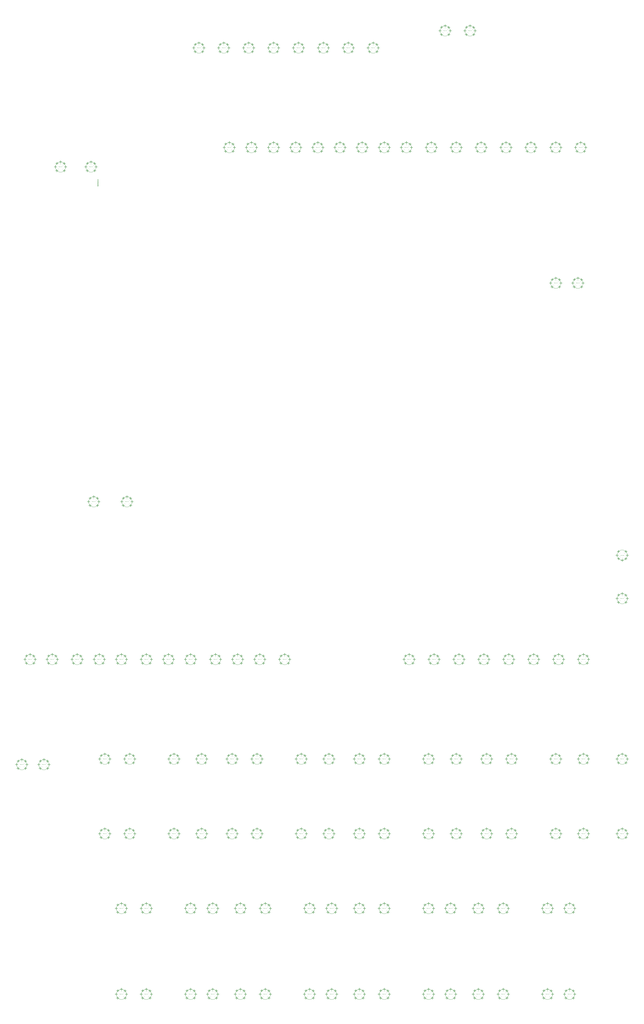
<source format=gbr>
G04 DesignSpark PCB Gerber Version 12.0 Build 5941*
G04 #@! TF.Part,Single*
G04 #@! TF.FileFunction,Other,WholeMemory - Documentation*
G04 #@! TF.FilePolarity,Positive*
%FSLAX35Y35*%
%MOIN*%
%ADD13C,0.00100*%
%ADD11C,0.00500*%
G04 #@! TD.AperFunction*
X0Y0D02*
D02*
D11*
X187022Y1041746D02*
X196470D01*
Y1042533D01*
X187022D01*
Y1041746D01*
X191352Y1037415D02*
X192140D01*
Y1046864D01*
X191352D01*
Y1037415D01*
X191746Y1042927D02*
G75*
G03*
Y1041943I0J-492D01*
G01*
G75*
G03*
Y1042927I0J492D01*
G01*
X192140Y1027967D02*
X201589D01*
Y1028754D01*
X192140D01*
Y1027967D01*
X192533Y1054344D02*
X201982D01*
Y1055132D01*
X192533D01*
Y1054344D01*
X196470Y1023636D02*
X197258D01*
Y1033085D01*
X196470D01*
Y1023636D01*
X196864Y1028951D02*
G75*
G03*
Y1027967I0J-492D01*
G01*
G75*
G03*
Y1028951I0J492D01*
G01*
Y1050014D02*
X197652D01*
Y1059463D01*
X196864D01*
Y1050014D01*
X197258Y1055132D02*
G75*
G03*
Y1054148I0J-492D01*
G01*
G75*
G03*
Y1055132I0J492D01*
G01*
X205526Y1059856D02*
X214974D01*
Y1060644D01*
X205526D01*
Y1059856D01*
X209856Y1055526D02*
X210644D01*
Y1064974D01*
X209856D01*
Y1055526D01*
X210250Y1059856D02*
G75*
G03*
Y1022848I0J-18504D01*
G01*
G75*
G03*
Y1059856I0J18504D01*
G01*
Y1060644D02*
G75*
G03*
Y1059659I0J-492D01*
G01*
G75*
G03*
Y1060644I0J492D01*
G01*
X217022Y1421746D02*
X226470D01*
Y1422533D01*
X217022D01*
Y1421746D01*
X218518Y1053951D02*
X227967D01*
Y1054738D01*
X218518D01*
Y1053951D01*
X218911Y1027967D02*
X228360D01*
Y1028754D01*
X218911D01*
Y1027967D01*
X221352Y1417415D02*
X222140D01*
Y1426864D01*
X221352D01*
Y1417415D01*
X221746Y1422927D02*
G75*
G03*
Y1421943I0J-492D01*
G01*
G75*
G03*
Y1422927I0J492D01*
G01*
X222140Y1407967D02*
X231589D01*
Y1408754D01*
X222140D01*
Y1407967D01*
X222533Y1434344D02*
X231982D01*
Y1435132D01*
X222533D01*
Y1434344D01*
X222848Y1049620D02*
X223636D01*
Y1059069D01*
X222848D01*
Y1049620D01*
X223242Y1023636D02*
X224030D01*
Y1033085D01*
X223242D01*
Y1023636D01*
X223636Y1028951D02*
G75*
G03*
Y1027967I0J-492D01*
G01*
G75*
G03*
Y1028951I0J492D01*
G01*
Y1054541D02*
G75*
G03*
Y1053557I0J-492D01*
G01*
G75*
G03*
Y1054541I0J492D01*
G01*
X224030Y1041746D02*
X233478D01*
Y1042533D01*
X224030D01*
Y1041746D01*
X226470Y1403636D02*
X227258D01*
Y1413085D01*
X226470D01*
Y1403636D01*
X226864Y1408951D02*
G75*
G03*
Y1407967I0J-492D01*
G01*
G75*
G03*
Y1408951I0J492D01*
G01*
Y1430014D02*
X227652D01*
Y1439463D01*
X226864D01*
Y1430014D01*
X227258Y1435132D02*
G75*
G03*
Y1434148I0J-492D01*
G01*
G75*
G03*
Y1435132I0J492D01*
G01*
X228360Y1037415D02*
X229148D01*
Y1046864D01*
X228360D01*
Y1037415D01*
X228754Y1042927D02*
G75*
G03*
Y1041943I0J-492D01*
G01*
G75*
G03*
Y1042927I0J492D01*
G01*
X235526Y1439856D02*
X244974D01*
Y1440644D01*
X235526D01*
Y1439856D01*
X239856Y1435526D02*
X240644D01*
Y1444974D01*
X239856D01*
Y1435526D01*
X240250Y1439856D02*
G75*
G03*
Y1402848I0J-18504D01*
G01*
G75*
G03*
Y1439856I0J18504D01*
G01*
Y1440644D02*
G75*
G03*
Y1439659I0J-492D01*
G01*
G75*
G03*
Y1440644I0J492D01*
G01*
X248518Y1433951D02*
X257967D01*
Y1434738D01*
X248518D01*
Y1433951D01*
X248911Y1407967D02*
X258360D01*
Y1408754D01*
X248911D01*
Y1407967D01*
X252848Y1429620D02*
X253636D01*
Y1439069D01*
X252848D01*
Y1429620D01*
X253242Y1403636D02*
X254030D01*
Y1413085D01*
X253242D01*
Y1403636D01*
X253636Y1408951D02*
G75*
G03*
Y1407967I0J-492D01*
G01*
G75*
G03*
Y1408951I0J492D01*
G01*
Y1434541D02*
G75*
G03*
Y1433557I0J-492D01*
G01*
G75*
G03*
Y1434541I0J492D01*
G01*
X254030Y1421746D02*
X263478D01*
Y1422533D01*
X254030D01*
Y1421746D01*
X258360Y1417415D02*
X259148D01*
Y1426864D01*
X258360D01*
Y1417415D01*
X258754Y1422927D02*
G75*
G03*
Y1421943I0J-492D01*
G01*
G75*
G03*
Y1422927I0J492D01*
G01*
X267022Y1041746D02*
X276470D01*
Y1042533D01*
X267022D01*
Y1041746D01*
X271352Y1037415D02*
X272140D01*
Y1046864D01*
X271352D01*
Y1037415D01*
X271746Y1042927D02*
G75*
G03*
Y1041943I0J-492D01*
G01*
G75*
G03*
Y1042927I0J492D01*
G01*
X272140Y1027967D02*
X281589D01*
Y1028754D01*
X272140D01*
Y1027967D01*
X272533Y1054344D02*
X281982D01*
Y1055132D01*
X272533D01*
Y1054344D01*
X276470Y1023636D02*
X277258D01*
Y1033085D01*
X276470D01*
Y1023636D01*
X276864Y1028951D02*
G75*
G03*
Y1027967I0J-492D01*
G01*
G75*
G03*
Y1028951I0J492D01*
G01*
Y1050014D02*
X277652D01*
Y1059463D01*
X276864D01*
Y1050014D01*
X277258Y1055132D02*
G75*
G03*
Y1054148I0J-492D01*
G01*
G75*
G03*
Y1055132I0J492D01*
G01*
X285526Y1059856D02*
X294974D01*
Y1060644D01*
X285526D01*
Y1059856D01*
X289856Y1055526D02*
X290644D01*
Y1064974D01*
X289856D01*
Y1055526D01*
X290250Y1059856D02*
G75*
G03*
Y1022848I0J-18504D01*
G01*
G75*
G03*
Y1059856I0J18504D01*
G01*
Y1060644D02*
G75*
G03*
Y1059659I0J-492D01*
G01*
G75*
G03*
Y1060644I0J492D01*
G01*
X297022Y1421746D02*
X306470D01*
Y1422533D01*
X297022D01*
Y1421746D01*
X298518Y1053951D02*
X307967D01*
Y1054738D01*
X298518D01*
Y1053951D01*
X298911Y1027967D02*
X308360D01*
Y1028754D01*
X298911D01*
Y1027967D01*
X301352Y1417415D02*
X302140D01*
Y1426864D01*
X301352D01*
Y1417415D01*
X301746Y1422927D02*
G75*
G03*
Y1421943I0J-492D01*
G01*
G75*
G03*
Y1422927I0J492D01*
G01*
X302140Y1407967D02*
X311589D01*
Y1408754D01*
X302140D01*
Y1407967D01*
X302533Y1434344D02*
X311982D01*
Y1435132D01*
X302533D01*
Y1434344D01*
X302848Y1049620D02*
X303636D01*
Y1059069D01*
X302848D01*
Y1049620D01*
X303242Y1023636D02*
X304030D01*
Y1033085D01*
X303242D01*
Y1023636D01*
X303636Y1028951D02*
G75*
G03*
Y1027967I0J-492D01*
G01*
G75*
G03*
Y1028951I0J492D01*
G01*
Y1054541D02*
G75*
G03*
Y1053557I0J-492D01*
G01*
G75*
G03*
Y1054541I0J492D01*
G01*
X304030Y1041746D02*
X313478D01*
Y1042533D01*
X304030D01*
Y1041746D01*
X306470Y1403636D02*
X307258D01*
Y1413085D01*
X306470D01*
Y1403636D01*
X306864Y1408951D02*
G75*
G03*
Y1407967I0J-492D01*
G01*
G75*
G03*
Y1408951I0J492D01*
G01*
Y1430014D02*
X307652D01*
Y1439463D01*
X306864D01*
Y1430014D01*
X307258Y1435132D02*
G75*
G03*
Y1434148I0J-492D01*
G01*
G75*
G03*
Y1435132I0J492D01*
G01*
X308360Y1037415D02*
X309148D01*
Y1046864D01*
X308360D01*
Y1037415D01*
X308754Y1042927D02*
G75*
G03*
Y1041943I0J-492D01*
G01*
G75*
G03*
Y1042927I0J492D01*
G01*
X315526Y1439856D02*
X324974D01*
Y1440644D01*
X315526D01*
Y1439856D01*
X319856Y1435526D02*
X320644D01*
Y1444974D01*
X319856D01*
Y1435526D01*
X320250Y1439856D02*
G75*
G03*
Y1402848I0J-18504D01*
G01*
G75*
G03*
Y1439856I0J18504D01*
G01*
Y1440644D02*
G75*
G03*
Y1439659I0J-492D01*
G01*
G75*
G03*
Y1440644I0J492D01*
G01*
X327022Y3201746D02*
X336470D01*
Y3202533D01*
X327022D01*
Y3201746D01*
X328518Y1433951D02*
X337967D01*
Y1434738D01*
X328518D01*
Y1433951D01*
X328911Y1407967D02*
X338360D01*
Y1408754D01*
X328911D01*
Y1407967D01*
X331352Y3197415D02*
X332140D01*
Y3206864D01*
X331352D01*
Y3197415D01*
X331746Y3202927D02*
G75*
G03*
Y3201943I0J-492D01*
G01*
G75*
G03*
Y3202927I0J492D01*
G01*
X332140Y3187967D02*
X341589D01*
Y3188754D01*
X332140D01*
Y3187967D01*
X332533Y3214344D02*
X341982D01*
Y3215132D01*
X332533D01*
Y3214344D01*
X332848Y1429620D02*
X333636D01*
Y1439069D01*
X332848D01*
Y1429620D01*
X333242Y1403636D02*
X334030D01*
Y1413085D01*
X333242D01*
Y1403636D01*
X333636Y1408951D02*
G75*
G03*
Y1407967I0J-492D01*
G01*
G75*
G03*
Y1408951I0J492D01*
G01*
Y1434541D02*
G75*
G03*
Y1433557I0J-492D01*
G01*
G75*
G03*
Y1434541I0J492D01*
G01*
X334030Y1421746D02*
X343478D01*
Y1422533D01*
X334030D01*
Y1421746D01*
X336470Y3183636D02*
X337258D01*
Y3193085D01*
X336470D01*
Y3183636D01*
X336864Y3188951D02*
G75*
G03*
Y3187967I0J-492D01*
G01*
G75*
G03*
Y3188951I0J492D01*
G01*
Y3210014D02*
X337652D01*
Y3219463D01*
X336864D01*
Y3210014D01*
X337258Y3215132D02*
G75*
G03*
Y3214148I0J-492D01*
G01*
G75*
G03*
Y3215132I0J492D01*
G01*
X338360Y1417415D02*
X339148D01*
Y1426864D01*
X338360D01*
Y1417415D01*
X338754Y1422927D02*
G75*
G03*
Y1421943I0J-492D01*
G01*
G75*
G03*
Y1422927I0J492D01*
G01*
X345526Y3219856D02*
X354974D01*
Y3220644D01*
X345526D01*
Y3219856D01*
X349856Y3215526D02*
X350644D01*
Y3224974D01*
X349856D01*
Y3215526D01*
X350250Y3219856D02*
G75*
G03*
Y3182848I0J-18504D01*
G01*
G75*
G03*
Y3219856I0J18504D01*
G01*
Y3220644D02*
G75*
G03*
Y3219659I0J-492D01*
G01*
G75*
G03*
Y3220644I0J492D01*
G01*
X358518Y3213951D02*
X367967D01*
Y3214738D01*
X358518D01*
Y3213951D01*
X358911Y3187967D02*
X368360D01*
Y3188754D01*
X358911D01*
Y3187967D01*
X362848Y3209620D02*
X363636D01*
Y3219069D01*
X362848D01*
Y3209620D01*
X363242Y3183636D02*
X364030D01*
Y3193085D01*
X363242D01*
Y3183636D01*
X363636Y3188951D02*
G75*
G03*
Y3187967I0J-492D01*
G01*
G75*
G03*
Y3188951I0J492D01*
G01*
Y3214541D02*
G75*
G03*
Y3213557I0J-492D01*
G01*
G75*
G03*
Y3214541I0J492D01*
G01*
X364030Y3201746D02*
X373478D01*
Y3202533D01*
X364030D01*
Y3201746D01*
X368360Y3197415D02*
X369148D01*
Y3206864D01*
X368360D01*
Y3197415D01*
X368754Y3202927D02*
G75*
G03*
Y3201943I0J-492D01*
G01*
G75*
G03*
Y3202927I0J492D01*
G01*
X387022Y1421746D02*
X396470D01*
Y1422533D01*
X387022D01*
Y1421746D01*
X391352Y1417415D02*
X392140D01*
Y1426864D01*
X391352D01*
Y1417415D01*
X391746Y1422927D02*
G75*
G03*
Y1421943I0J-492D01*
G01*
G75*
G03*
Y1422927I0J492D01*
G01*
X392140Y1407967D02*
X401589D01*
Y1408754D01*
X392140D01*
Y1407967D01*
X392533Y1434344D02*
X401982D01*
Y1435132D01*
X392533D01*
Y1434344D01*
X396470Y1403636D02*
X397258D01*
Y1413085D01*
X396470D01*
Y1403636D01*
X396864Y1408951D02*
G75*
G03*
Y1407967I0J-492D01*
G01*
G75*
G03*
Y1408951I0J492D01*
G01*
Y1430014D02*
X397652D01*
Y1439463D01*
X396864D01*
Y1430014D01*
X397258Y1435132D02*
G75*
G03*
Y1434148I0J-492D01*
G01*
G75*
G03*
Y1435132I0J492D01*
G01*
X405526Y1439856D02*
X414974D01*
Y1440644D01*
X405526D01*
Y1439856D01*
X409856Y1435526D02*
X410644D01*
Y1444974D01*
X409856D01*
Y1435526D01*
X410250Y1439856D02*
G75*
G03*
Y1402848I0J-18504D01*
G01*
G75*
G03*
Y1439856I0J18504D01*
G01*
Y1440644D02*
G75*
G03*
Y1439659I0J-492D01*
G01*
G75*
G03*
Y1440644I0J492D01*
G01*
X418518Y1433951D02*
X427967D01*
Y1434738D01*
X418518D01*
Y1433951D01*
X418911Y1407967D02*
X428360D01*
Y1408754D01*
X418911D01*
Y1407967D01*
X422848Y1429620D02*
X423636D01*
Y1439069D01*
X422848D01*
Y1429620D01*
X423242Y1403636D02*
X424030D01*
Y1413085D01*
X423242D01*
Y1403636D01*
X423636Y1408951D02*
G75*
G03*
Y1407967I0J-492D01*
G01*
G75*
G03*
Y1408951I0J492D01*
G01*
Y1434541D02*
G75*
G03*
Y1433557I0J-492D01*
G01*
G75*
G03*
Y1434541I0J492D01*
G01*
X424030Y1421746D02*
X433478D01*
Y1422533D01*
X424030D01*
Y1421746D01*
X428360Y1417415D02*
X429148D01*
Y1426864D01*
X428360D01*
Y1417415D01*
X428754Y1422927D02*
G75*
G03*
Y1421943I0J-492D01*
G01*
G75*
G03*
Y1422927I0J492D01*
G01*
X437022Y3201746D02*
X446470D01*
Y3202533D01*
X437022D01*
Y3201746D01*
X441352Y3197415D02*
X442140D01*
Y3206864D01*
X441352D01*
Y3197415D01*
X441746Y3202927D02*
G75*
G03*
Y3201943I0J-492D01*
G01*
G75*
G03*
Y3202927I0J492D01*
G01*
X442140Y3187967D02*
X451589D01*
Y3188754D01*
X442140D01*
Y3187967D01*
X442533Y3214344D02*
X451982D01*
Y3215132D01*
X442533D01*
Y3214344D01*
X446470Y3183636D02*
X447258D01*
Y3193085D01*
X446470D01*
Y3183636D01*
X446864Y3188951D02*
G75*
G03*
Y3187967I0J-492D01*
G01*
G75*
G03*
Y3188951I0J492D01*
G01*
Y3210014D02*
X447652D01*
Y3219463D01*
X446864D01*
Y3210014D01*
X447022Y1991746D02*
X456470D01*
Y1992533D01*
X447022D01*
Y1991746D01*
X447258Y3215132D02*
G75*
G03*
Y3214148I0J-492D01*
G01*
G75*
G03*
Y3215132I0J492D01*
G01*
X451352Y1987415D02*
X452140D01*
Y1996864D01*
X451352D01*
Y1987415D01*
X451746Y1992927D02*
G75*
G03*
Y1991943I0J-492D01*
G01*
G75*
G03*
Y1992927I0J492D01*
G01*
X452140Y1977967D02*
X461589D01*
Y1978754D01*
X452140D01*
Y1977967D01*
X452533Y2004344D02*
X461982D01*
Y2005132D01*
X452533D01*
Y2004344D01*
X455526Y3219856D02*
X464974D01*
Y3220644D01*
X455526D01*
Y3219856D01*
X456470Y1973636D02*
X457258D01*
Y1983085D01*
X456470D01*
Y1973636D01*
X456864Y1978951D02*
G75*
G03*
Y1977967I0J-492D01*
G01*
G75*
G03*
Y1978951I0J492D01*
G01*
Y2000014D02*
X457652D01*
Y2009463D01*
X456864D01*
Y2000014D01*
X457258Y2005132D02*
G75*
G03*
Y2004148I0J-492D01*
G01*
G75*
G03*
Y2005132I0J492D01*
G01*
X459856Y3215526D02*
X460644D01*
Y3224974D01*
X459856D01*
Y3215526D01*
X460250Y3219856D02*
G75*
G03*
Y3182848I0J-18504D01*
G01*
G75*
G03*
Y3219856I0J18504D01*
G01*
Y3220644D02*
G75*
G03*
Y3219659I0J-492D01*
G01*
G75*
G03*
Y3220644I0J492D01*
G01*
X465526Y2009856D02*
X474974D01*
Y2010644D01*
X465526D01*
Y2009856D01*
X467022Y1421746D02*
X476470D01*
Y1422533D01*
X467022D01*
Y1421746D01*
X468518Y3213951D02*
X477967D01*
Y3214738D01*
X468518D01*
Y3213951D01*
X468911Y3187967D02*
X478360D01*
Y3188754D01*
X468911D01*
Y3187967D01*
X469856Y2005526D02*
X470644D01*
Y2014974D01*
X469856D01*
Y2005526D01*
X470250Y2009856D02*
G75*
G03*
Y1972848I0J-18504D01*
G01*
G75*
G03*
Y2009856I0J18504D01*
G01*
Y2010644D02*
G75*
G03*
Y2009659I0J-492D01*
G01*
G75*
G03*
Y2010644I0J492D01*
G01*
X471352Y1417415D02*
X472140D01*
Y1426864D01*
X471352D01*
Y1417415D01*
X471746Y1422927D02*
G75*
G03*
Y1421943I0J-492D01*
G01*
G75*
G03*
Y1422927I0J492D01*
G01*
X472140Y1407967D02*
X481589D01*
Y1408754D01*
X472140D01*
Y1407967D01*
X472533Y1434344D02*
X481982D01*
Y1435132D01*
X472533D01*
Y1434344D01*
X472848Y3209620D02*
X473636D01*
Y3219069D01*
X472848D01*
Y3209620D01*
X473242Y3183636D02*
X474030D01*
Y3193085D01*
X473242D01*
Y3183636D01*
X473636Y3188951D02*
G75*
G03*
Y3187967I0J-492D01*
G01*
G75*
G03*
Y3188951I0J492D01*
G01*
Y3214541D02*
G75*
G03*
Y3213557I0J-492D01*
G01*
G75*
G03*
Y3214541I0J492D01*
G01*
X474030Y3201746D02*
X483478D01*
Y3202533D01*
X474030D01*
Y3201746D01*
X476470Y1403636D02*
X477258D01*
Y1413085D01*
X476470D01*
Y1403636D01*
X476864Y1408951D02*
G75*
G03*
Y1407967I0J-492D01*
G01*
G75*
G03*
Y1408951I0J492D01*
G01*
Y1430014D02*
X477652D01*
Y1439463D01*
X476864D01*
Y1430014D01*
X477258Y1435132D02*
G75*
G03*
Y1434148I0J-492D01*
G01*
G75*
G03*
Y1435132I0J492D01*
G01*
X478360Y3197415D02*
X479148D01*
Y3206864D01*
X478360D01*
Y3197415D01*
X478518Y2003951D02*
X487967D01*
Y2004738D01*
X478518D01*
Y2003951D01*
X478754Y3202927D02*
G75*
G03*
Y3201943I0J-492D01*
G01*
G75*
G03*
Y3202927I0J492D01*
G01*
X478911Y1977967D02*
X488360D01*
Y1978754D01*
X478911D01*
Y1977967D01*
X482848Y1999620D02*
X483636D01*
Y2009069D01*
X482848D01*
Y1999620D01*
X483242Y1973636D02*
X484030D01*
Y1983085D01*
X483242D01*
Y1973636D01*
X483636Y1978951D02*
G75*
G03*
Y1977967I0J-492D01*
G01*
G75*
G03*
Y1978951I0J492D01*
G01*
Y2004541D02*
G75*
G03*
Y2003557I0J-492D01*
G01*
G75*
G03*
Y2004541I0J492D01*
G01*
X484030Y1991746D02*
X493478D01*
Y1992533D01*
X484030D01*
Y1991746D01*
X485526Y1439856D02*
X494974D01*
Y1440644D01*
X485526D01*
Y1439856D01*
X487022Y791746D02*
X496470D01*
Y792533D01*
X487022D01*
Y791746D01*
Y1061746D02*
X496470D01*
Y1062533D01*
X487022D01*
Y1061746D01*
X488360Y1987415D02*
X489148D01*
Y1996864D01*
X488360D01*
Y1987415D01*
X488754Y1992927D02*
G75*
G03*
Y1991943I0J-492D01*
G01*
G75*
G03*
Y1992927I0J492D01*
G01*
X489856Y1435526D02*
X490644D01*
Y1444974D01*
X489856D01*
Y1435526D01*
X490250Y1439856D02*
G75*
G03*
Y1402848I0J-18504D01*
G01*
G75*
G03*
Y1439856I0J18504D01*
G01*
Y1440644D02*
G75*
G03*
Y1439659I0J-492D01*
G01*
G75*
G03*
Y1440644I0J492D01*
G01*
X491352Y787415D02*
X492140D01*
Y796864D01*
X491352D01*
Y787415D01*
Y1057415D02*
X492140D01*
Y1066864D01*
X491352D01*
Y1057415D01*
X491746Y792927D02*
G75*
G03*
Y791943I0J-492D01*
G01*
G75*
G03*
Y792927I0J492D01*
G01*
Y1062927D02*
G75*
G03*
Y1061943I0J-492D01*
G01*
G75*
G03*
Y1062927I0J492D01*
G01*
X492140Y777967D02*
X501589D01*
Y778754D01*
X492140D01*
Y777967D01*
Y1047967D02*
X501589D01*
Y1048754D01*
X492140D01*
Y1047967D01*
X492533Y804344D02*
X501982D01*
Y805132D01*
X492533D01*
Y804344D01*
Y1074344D02*
X501982D01*
Y1075132D01*
X492533D01*
Y1074344D01*
X496470Y773636D02*
X497258D01*
Y783085D01*
X496470D01*
Y773636D01*
Y1043636D02*
X497258D01*
Y1053085D01*
X496470D01*
Y1043636D01*
X496864Y778951D02*
G75*
G03*
Y777967I0J-492D01*
G01*
G75*
G03*
Y778951I0J492D01*
G01*
Y800014D02*
X497652D01*
Y809463D01*
X496864D01*
Y800014D01*
Y1048951D02*
G75*
G03*
Y1047967I0J-492D01*
G01*
G75*
G03*
Y1048951I0J492D01*
G01*
Y1070014D02*
X497652D01*
Y1079463D01*
X496864D01*
Y1070014D01*
X497258Y805132D02*
G75*
G03*
Y804148I0J-492D01*
G01*
G75*
G03*
Y805132I0J492D01*
G01*
Y1075132D02*
G75*
G03*
Y1074148I0J-492D01*
G01*
G75*
G03*
Y1075132I0J492D01*
G01*
X498518Y1433951D02*
X507967D01*
Y1434738D01*
X498518D01*
Y1433951D01*
X498911Y1407967D02*
X508360D01*
Y1408754D01*
X498911D01*
Y1407967D01*
X502848Y1429620D02*
X503636D01*
Y1439069D01*
X502848D01*
Y1429620D01*
X503242Y1403636D02*
X504030D01*
Y1413085D01*
X503242D01*
Y1403636D01*
X503636Y1408951D02*
G75*
G03*
Y1407967I0J-492D01*
G01*
G75*
G03*
Y1408951I0J492D01*
G01*
Y1434541D02*
G75*
G03*
Y1433557I0J-492D01*
G01*
G75*
G03*
Y1434541I0J492D01*
G01*
X504030Y1421746D02*
X513478D01*
Y1422533D01*
X504030D01*
Y1421746D01*
X505526Y809856D02*
X514974D01*
Y810644D01*
X505526D01*
Y809856D01*
Y1079856D02*
X514974D01*
Y1080644D01*
X505526D01*
Y1079856D01*
X508360Y1417415D02*
X509148D01*
Y1426864D01*
X508360D01*
Y1417415D01*
X508754Y1422927D02*
G75*
G03*
Y1421943I0J-492D01*
G01*
G75*
G03*
Y1422927I0J492D01*
G01*
X509856Y805526D02*
X510644D01*
Y814974D01*
X509856D01*
Y805526D01*
Y1075526D02*
X510644D01*
Y1084974D01*
X509856D01*
Y1075526D01*
X510250Y809856D02*
G75*
G03*
Y772848I0J-18504D01*
G01*
G75*
G03*
Y809856I0J18504D01*
G01*
Y810644D02*
G75*
G03*
Y809659I0J-492D01*
G01*
G75*
G03*
Y810644I0J492D01*
G01*
Y1079856D02*
G75*
G03*
Y1042848I0J-18504D01*
G01*
G75*
G03*
Y1079856I0J18504D01*
G01*
Y1080644D02*
G75*
G03*
Y1079659I0J-492D01*
G01*
G75*
G03*
Y1080644I0J492D01*
G01*
X518518Y803951D02*
X527967D01*
Y804738D01*
X518518D01*
Y803951D01*
Y1073951D02*
X527967D01*
Y1074738D01*
X518518D01*
Y1073951D01*
X518911Y777967D02*
X528360D01*
Y778754D01*
X518911D01*
Y777967D01*
Y1047967D02*
X528360D01*
Y1048754D01*
X518911D01*
Y1047967D01*
X522848Y799620D02*
X523636D01*
Y809069D01*
X522848D01*
Y799620D01*
Y1069620D02*
X523636D01*
Y1079069D01*
X522848D01*
Y1069620D01*
X523242Y773636D02*
X524030D01*
Y783085D01*
X523242D01*
Y773636D01*
Y1043636D02*
X524030D01*
Y1053085D01*
X523242D01*
Y1043636D01*
X523636Y778951D02*
G75*
G03*
Y777967I0J-492D01*
G01*
G75*
G03*
Y778951I0J492D01*
G01*
Y804541D02*
G75*
G03*
Y803557I0J-492D01*
G01*
G75*
G03*
Y804541I0J492D01*
G01*
Y1048951D02*
G75*
G03*
Y1047967I0J-492D01*
G01*
G75*
G03*
Y1048951I0J492D01*
G01*
Y1074541D02*
G75*
G03*
Y1073557I0J-492D01*
G01*
G75*
G03*
Y1074541I0J492D01*
G01*
X524030Y791746D02*
X533478D01*
Y792533D01*
X524030D01*
Y791746D01*
Y1061746D02*
X533478D01*
Y1062533D01*
X524030D01*
Y1061746D01*
X528360Y787415D02*
X529148D01*
Y796864D01*
X528360D01*
Y787415D01*
Y1057415D02*
X529148D01*
Y1066864D01*
X528360D01*
Y1057415D01*
X528754Y792927D02*
G75*
G03*
Y791943I0J-492D01*
G01*
G75*
G03*
Y792927I0J492D01*
G01*
Y1062927D02*
G75*
G03*
Y1061943I0J-492D01*
G01*
G75*
G03*
Y1062927I0J492D01*
G01*
X547022Y211746D02*
X556470D01*
Y212533D01*
X547022D01*
Y211746D01*
Y521746D02*
X556470D01*
Y522533D01*
X547022D01*
Y521746D01*
Y1421746D02*
X556470D01*
Y1422533D01*
X547022D01*
Y1421746D01*
X551352Y207415D02*
X552140D01*
Y216864D01*
X551352D01*
Y207415D01*
Y517415D02*
X552140D01*
Y526864D01*
X551352D01*
Y517415D01*
Y1417415D02*
X552140D01*
Y1426864D01*
X551352D01*
Y1417415D01*
X551746Y212927D02*
G75*
G03*
Y211943I0J-492D01*
G01*
G75*
G03*
Y212927I0J492D01*
G01*
Y522927D02*
G75*
G03*
Y521943I0J-492D01*
G01*
G75*
G03*
Y522927I0J492D01*
G01*
Y1422927D02*
G75*
G03*
Y1421943I0J-492D01*
G01*
G75*
G03*
Y1422927I0J492D01*
G01*
X552140Y197967D02*
X561589D01*
Y198754D01*
X552140D01*
Y197967D01*
Y507967D02*
X561589D01*
Y508754D01*
X552140D01*
Y507967D01*
Y1407967D02*
X561589D01*
Y1408754D01*
X552140D01*
Y1407967D01*
X552533Y224344D02*
X561982D01*
Y225132D01*
X552533D01*
Y224344D01*
Y534344D02*
X561982D01*
Y535132D01*
X552533D01*
Y534344D01*
Y1434344D02*
X561982D01*
Y1435132D01*
X552533D01*
Y1434344D01*
X556470Y193636D02*
X557258D01*
Y203085D01*
X556470D01*
Y193636D01*
Y503636D02*
X557258D01*
Y513085D01*
X556470D01*
Y503636D01*
Y1403636D02*
X557258D01*
Y1413085D01*
X556470D01*
Y1403636D01*
X556864Y198951D02*
G75*
G03*
Y197967I0J-492D01*
G01*
G75*
G03*
Y198951I0J492D01*
G01*
Y220014D02*
X557652D01*
Y229463D01*
X556864D01*
Y220014D01*
Y508951D02*
G75*
G03*
Y507967I0J-492D01*
G01*
G75*
G03*
Y508951I0J492D01*
G01*
Y530014D02*
X557652D01*
Y539463D01*
X556864D01*
Y530014D01*
Y1408951D02*
G75*
G03*
Y1407967I0J-492D01*
G01*
G75*
G03*
Y1408951I0J492D01*
G01*
Y1430014D02*
X557652D01*
Y1439463D01*
X556864D01*
Y1430014D01*
X557258Y225132D02*
G75*
G03*
Y224148I0J-492D01*
G01*
G75*
G03*
Y225132I0J492D01*
G01*
Y535132D02*
G75*
G03*
Y534148I0J-492D01*
G01*
G75*
G03*
Y535132I0J492D01*
G01*
Y1435132D02*
G75*
G03*
Y1434148I0J-492D01*
G01*
G75*
G03*
Y1435132I0J492D01*
G01*
X565526Y229856D02*
X574974D01*
Y230644D01*
X565526D01*
Y229856D01*
Y539856D02*
X574974D01*
Y540644D01*
X565526D01*
Y539856D01*
Y1439856D02*
X574974D01*
Y1440644D01*
X565526D01*
Y1439856D01*
X567022Y1991746D02*
X576470D01*
Y1992533D01*
X567022D01*
Y1991746D01*
X569856Y225526D02*
X570644D01*
Y234974D01*
X569856D01*
Y225526D01*
Y535526D02*
X570644D01*
Y544974D01*
X569856D01*
Y535526D01*
Y1435526D02*
X570644D01*
Y1444974D01*
X569856D01*
Y1435526D01*
X570250Y229856D02*
G75*
G03*
Y192848I0J-18504D01*
G01*
G75*
G03*
Y229856I0J18504D01*
G01*
Y230644D02*
G75*
G03*
Y229659I0J-492D01*
G01*
G75*
G03*
Y230644I0J492D01*
G01*
Y539856D02*
G75*
G03*
Y502848I0J-18504D01*
G01*
G75*
G03*
Y539856I0J18504D01*
G01*
Y540644D02*
G75*
G03*
Y539659I0J-492D01*
G01*
G75*
G03*
Y540644I0J492D01*
G01*
Y1439856D02*
G75*
G03*
Y1402848I0J-18504D01*
G01*
G75*
G03*
Y1439856I0J18504D01*
G01*
Y1440644D02*
G75*
G03*
Y1439659I0J-492D01*
G01*
G75*
G03*
Y1440644I0J492D01*
G01*
X571352Y1987415D02*
X572140D01*
Y1996864D01*
X571352D01*
Y1987415D01*
X571746Y1992927D02*
G75*
G03*
Y1991943I0J-492D01*
G01*
G75*
G03*
Y1992927I0J492D01*
G01*
X572140Y1977967D02*
X581589D01*
Y1978754D01*
X572140D01*
Y1977967D01*
X572533Y2004344D02*
X581982D01*
Y2005132D01*
X572533D01*
Y2004344D01*
X576470Y1973636D02*
X577258D01*
Y1983085D01*
X576470D01*
Y1973636D01*
X576864Y1978951D02*
G75*
G03*
Y1977967I0J-492D01*
G01*
G75*
G03*
Y1978951I0J492D01*
G01*
Y2000014D02*
X577652D01*
Y2009463D01*
X576864D01*
Y2000014D01*
X577022Y791746D02*
X586470D01*
Y792533D01*
X577022D01*
Y791746D01*
Y1061746D02*
X586470D01*
Y1062533D01*
X577022D01*
Y1061746D01*
X577258Y2005132D02*
G75*
G03*
Y2004148I0J-492D01*
G01*
G75*
G03*
Y2005132I0J492D01*
G01*
X578518Y223951D02*
X587967D01*
Y224738D01*
X578518D01*
Y223951D01*
Y533951D02*
X587967D01*
Y534738D01*
X578518D01*
Y533951D01*
Y1433951D02*
X587967D01*
Y1434738D01*
X578518D01*
Y1433951D01*
X578911Y197967D02*
X588360D01*
Y198754D01*
X578911D01*
Y197967D01*
Y507967D02*
X588360D01*
Y508754D01*
X578911D01*
Y507967D01*
Y1407967D02*
X588360D01*
Y1408754D01*
X578911D01*
Y1407967D01*
X581352Y787415D02*
X582140D01*
Y796864D01*
X581352D01*
Y787415D01*
Y1057415D02*
X582140D01*
Y1066864D01*
X581352D01*
Y1057415D01*
X581746Y792927D02*
G75*
G03*
Y791943I0J-492D01*
G01*
G75*
G03*
Y792927I0J492D01*
G01*
Y1062927D02*
G75*
G03*
Y1061943I0J-492D01*
G01*
G75*
G03*
Y1062927I0J492D01*
G01*
X582140Y777967D02*
X591589D01*
Y778754D01*
X582140D01*
Y777967D01*
Y1047967D02*
X591589D01*
Y1048754D01*
X582140D01*
Y1047967D01*
X582533Y804344D02*
X591982D01*
Y805132D01*
X582533D01*
Y804344D01*
Y1074344D02*
X591982D01*
Y1075132D01*
X582533D01*
Y1074344D01*
X582848Y219620D02*
X583636D01*
Y229069D01*
X582848D01*
Y219620D01*
Y529620D02*
X583636D01*
Y539069D01*
X582848D01*
Y529620D01*
Y1429620D02*
X583636D01*
Y1439069D01*
X582848D01*
Y1429620D01*
X583242Y193636D02*
X584030D01*
Y203085D01*
X583242D01*
Y193636D01*
Y503636D02*
X584030D01*
Y513085D01*
X583242D01*
Y503636D01*
Y1403636D02*
X584030D01*
Y1413085D01*
X583242D01*
Y1403636D01*
X583636Y198951D02*
G75*
G03*
Y197967I0J-492D01*
G01*
G75*
G03*
Y198951I0J492D01*
G01*
Y224541D02*
G75*
G03*
Y223557I0J-492D01*
G01*
G75*
G03*
Y224541I0J492D01*
G01*
Y508951D02*
G75*
G03*
Y507967I0J-492D01*
G01*
G75*
G03*
Y508951I0J492D01*
G01*
Y534541D02*
G75*
G03*
Y533557I0J-492D01*
G01*
G75*
G03*
Y534541I0J492D01*
G01*
Y1408951D02*
G75*
G03*
Y1407967I0J-492D01*
G01*
G75*
G03*
Y1408951I0J492D01*
G01*
Y1434541D02*
G75*
G03*
Y1433557I0J-492D01*
G01*
G75*
G03*
Y1434541I0J492D01*
G01*
X584030Y211746D02*
X593478D01*
Y212533D01*
X584030D01*
Y211746D01*
Y521746D02*
X593478D01*
Y522533D01*
X584030D01*
Y521746D01*
Y1421746D02*
X593478D01*
Y1422533D01*
X584030D01*
Y1421746D01*
X585526Y2009856D02*
X594974D01*
Y2010644D01*
X585526D01*
Y2009856D01*
X586470Y773636D02*
X587258D01*
Y783085D01*
X586470D01*
Y773636D01*
Y1043636D02*
X587258D01*
Y1053085D01*
X586470D01*
Y1043636D01*
X586864Y778951D02*
G75*
G03*
Y777967I0J-492D01*
G01*
G75*
G03*
Y778951I0J492D01*
G01*
Y800014D02*
X587652D01*
Y809463D01*
X586864D01*
Y800014D01*
Y1048951D02*
G75*
G03*
Y1047967I0J-492D01*
G01*
G75*
G03*
Y1048951I0J492D01*
G01*
Y1070014D02*
X587652D01*
Y1079463D01*
X586864D01*
Y1070014D01*
X587258Y805132D02*
G75*
G03*
Y804148I0J-492D01*
G01*
G75*
G03*
Y805132I0J492D01*
G01*
Y1075132D02*
G75*
G03*
Y1074148I0J-492D01*
G01*
G75*
G03*
Y1075132I0J492D01*
G01*
X588360Y207415D02*
X589148D01*
Y216864D01*
X588360D01*
Y207415D01*
Y517415D02*
X589148D01*
Y526864D01*
X588360D01*
Y517415D01*
Y1417415D02*
X589148D01*
Y1426864D01*
X588360D01*
Y1417415D01*
X588754Y212927D02*
G75*
G03*
Y211943I0J-492D01*
G01*
G75*
G03*
Y212927I0J492D01*
G01*
Y522927D02*
G75*
G03*
Y521943I0J-492D01*
G01*
G75*
G03*
Y522927I0J492D01*
G01*
Y1422927D02*
G75*
G03*
Y1421943I0J-492D01*
G01*
G75*
G03*
Y1422927I0J492D01*
G01*
X589856Y2005526D02*
X590644D01*
Y2014974D01*
X589856D01*
Y2005526D01*
X590250Y2009856D02*
G75*
G03*
Y1972848I0J-18504D01*
G01*
G75*
G03*
Y2009856I0J18504D01*
G01*
Y2010644D02*
G75*
G03*
Y2009659I0J-492D01*
G01*
G75*
G03*
Y2010644I0J492D01*
G01*
X595526Y809856D02*
X604974D01*
Y810644D01*
X595526D01*
Y809856D01*
Y1079856D02*
X604974D01*
Y1080644D01*
X595526D01*
Y1079856D01*
X598518Y2003951D02*
X607967D01*
Y2004738D01*
X598518D01*
Y2003951D01*
X598911Y1977967D02*
X608360D01*
Y1978754D01*
X598911D01*
Y1977967D01*
X599856Y805526D02*
X600644D01*
Y814974D01*
X599856D01*
Y805526D01*
Y1075526D02*
X600644D01*
Y1084974D01*
X599856D01*
Y1075526D01*
X600250Y809856D02*
G75*
G03*
Y772848I0J-18504D01*
G01*
G75*
G03*
Y809856I0J18504D01*
G01*
Y810644D02*
G75*
G03*
Y809659I0J-492D01*
G01*
G75*
G03*
Y810644I0J492D01*
G01*
Y1079856D02*
G75*
G03*
Y1042848I0J-18504D01*
G01*
G75*
G03*
Y1079856I0J18504D01*
G01*
Y1080644D02*
G75*
G03*
Y1079659I0J-492D01*
G01*
G75*
G03*
Y1080644I0J492D01*
G01*
X602848Y1999620D02*
X603636D01*
Y2009069D01*
X602848D01*
Y1999620D01*
X603242Y1973636D02*
X604030D01*
Y1983085D01*
X603242D01*
Y1973636D01*
X603636Y1978951D02*
G75*
G03*
Y1977967I0J-492D01*
G01*
G75*
G03*
Y1978951I0J492D01*
G01*
Y2004541D02*
G75*
G03*
Y2003557I0J-492D01*
G01*
G75*
G03*
Y2004541I0J492D01*
G01*
X604030Y1991746D02*
X613478D01*
Y1992533D01*
X604030D01*
Y1991746D01*
X608360Y1987415D02*
X609148D01*
Y1996864D01*
X608360D01*
Y1987415D01*
X608518Y803951D02*
X617967D01*
Y804738D01*
X608518D01*
Y803951D01*
Y1073951D02*
X617967D01*
Y1074738D01*
X608518D01*
Y1073951D01*
X608754Y1992927D02*
G75*
G03*
Y1991943I0J-492D01*
G01*
G75*
G03*
Y1992927I0J492D01*
G01*
X608911Y777967D02*
X618360D01*
Y778754D01*
X608911D01*
Y777967D01*
Y1047967D02*
X618360D01*
Y1048754D01*
X608911D01*
Y1047967D01*
X612848Y799620D02*
X613636D01*
Y809069D01*
X612848D01*
Y799620D01*
Y1069620D02*
X613636D01*
Y1079069D01*
X612848D01*
Y1069620D01*
X613242Y773636D02*
X614030D01*
Y783085D01*
X613242D01*
Y773636D01*
Y1043636D02*
X614030D01*
Y1053085D01*
X613242D01*
Y1043636D01*
X613636Y778951D02*
G75*
G03*
Y777967I0J-492D01*
G01*
G75*
G03*
Y778951I0J492D01*
G01*
Y804541D02*
G75*
G03*
Y803557I0J-492D01*
G01*
G75*
G03*
Y804541I0J492D01*
G01*
Y1048951D02*
G75*
G03*
Y1047967I0J-492D01*
G01*
G75*
G03*
Y1048951I0J492D01*
G01*
Y1074541D02*
G75*
G03*
Y1073557I0J-492D01*
G01*
G75*
G03*
Y1074541I0J492D01*
G01*
X614030Y791746D02*
X623478D01*
Y792533D01*
X614030D01*
Y791746D01*
Y1061746D02*
X623478D01*
Y1062533D01*
X614030D01*
Y1061746D01*
X618360Y787415D02*
X619148D01*
Y796864D01*
X618360D01*
Y787415D01*
Y1057415D02*
X619148D01*
Y1066864D01*
X618360D01*
Y1057415D01*
X618754Y792927D02*
G75*
G03*
Y791943I0J-492D01*
G01*
G75*
G03*
Y792927I0J492D01*
G01*
Y1062927D02*
G75*
G03*
Y1061943I0J-492D01*
G01*
G75*
G03*
Y1062927I0J492D01*
G01*
X637022Y211746D02*
X646470D01*
Y212533D01*
X637022D01*
Y211746D01*
Y521746D02*
X646470D01*
Y522533D01*
X637022D01*
Y521746D01*
Y1421746D02*
X646470D01*
Y1422533D01*
X637022D01*
Y1421746D01*
X641352Y207415D02*
X642140D01*
Y216864D01*
X641352D01*
Y207415D01*
Y517415D02*
X642140D01*
Y526864D01*
X641352D01*
Y517415D01*
Y1417415D02*
X642140D01*
Y1426864D01*
X641352D01*
Y1417415D01*
X641746Y212927D02*
G75*
G03*
Y211943I0J-492D01*
G01*
G75*
G03*
Y212927I0J492D01*
G01*
Y522927D02*
G75*
G03*
Y521943I0J-492D01*
G01*
G75*
G03*
Y522927I0J492D01*
G01*
Y1422927D02*
G75*
G03*
Y1421943I0J-492D01*
G01*
G75*
G03*
Y1422927I0J492D01*
G01*
X642140Y197967D02*
X651589D01*
Y198754D01*
X642140D01*
Y197967D01*
Y507967D02*
X651589D01*
Y508754D01*
X642140D01*
Y507967D01*
Y1407967D02*
X651589D01*
Y1408754D01*
X642140D01*
Y1407967D01*
X642533Y224344D02*
X651982D01*
Y225132D01*
X642533D01*
Y224344D01*
Y534344D02*
X651982D01*
Y535132D01*
X642533D01*
Y534344D01*
Y1434344D02*
X651982D01*
Y1435132D01*
X642533D01*
Y1434344D01*
X646470Y193636D02*
X647258D01*
Y203085D01*
X646470D01*
Y193636D01*
Y503636D02*
X647258D01*
Y513085D01*
X646470D01*
Y503636D01*
Y1403636D02*
X647258D01*
Y1413085D01*
X646470D01*
Y1403636D01*
X646864Y198951D02*
G75*
G03*
Y197967I0J-492D01*
G01*
G75*
G03*
Y198951I0J492D01*
G01*
Y220014D02*
X647652D01*
Y229463D01*
X646864D01*
Y220014D01*
Y508951D02*
G75*
G03*
Y507967I0J-492D01*
G01*
G75*
G03*
Y508951I0J492D01*
G01*
Y530014D02*
X647652D01*
Y539463D01*
X646864D01*
Y530014D01*
Y1408951D02*
G75*
G03*
Y1407967I0J-492D01*
G01*
G75*
G03*
Y1408951I0J492D01*
G01*
Y1430014D02*
X647652D01*
Y1439463D01*
X646864D01*
Y1430014D01*
X647258Y225132D02*
G75*
G03*
Y224148I0J-492D01*
G01*
G75*
G03*
Y225132I0J492D01*
G01*
Y535132D02*
G75*
G03*
Y534148I0J-492D01*
G01*
G75*
G03*
Y535132I0J492D01*
G01*
Y1435132D02*
G75*
G03*
Y1434148I0J-492D01*
G01*
G75*
G03*
Y1435132I0J492D01*
G01*
X655526Y229856D02*
X664974D01*
Y230644D01*
X655526D01*
Y229856D01*
Y539856D02*
X664974D01*
Y540644D01*
X655526D01*
Y539856D01*
Y1439856D02*
X664974D01*
Y1440644D01*
X655526D01*
Y1439856D01*
X659856Y225526D02*
X660644D01*
Y234974D01*
X659856D01*
Y225526D01*
Y535526D02*
X660644D01*
Y544974D01*
X659856D01*
Y535526D01*
Y1435526D02*
X660644D01*
Y1444974D01*
X659856D01*
Y1435526D01*
X660250Y229856D02*
G75*
G03*
Y192848I0J-18504D01*
G01*
G75*
G03*
Y229856I0J18504D01*
G01*
Y230644D02*
G75*
G03*
Y229659I0J-492D01*
G01*
G75*
G03*
Y230644I0J492D01*
G01*
Y539856D02*
G75*
G03*
Y502848I0J-18504D01*
G01*
G75*
G03*
Y539856I0J18504D01*
G01*
Y540644D02*
G75*
G03*
Y539659I0J-492D01*
G01*
G75*
G03*
Y540644I0J492D01*
G01*
Y1439856D02*
G75*
G03*
Y1402848I0J-18504D01*
G01*
G75*
G03*
Y1439856I0J18504D01*
G01*
Y1440644D02*
G75*
G03*
Y1439659I0J-492D01*
G01*
G75*
G03*
Y1440644I0J492D01*
G01*
X668518Y223951D02*
X677967D01*
Y224738D01*
X668518D01*
Y223951D01*
Y533951D02*
X677967D01*
Y534738D01*
X668518D01*
Y533951D01*
Y1433951D02*
X677967D01*
Y1434738D01*
X668518D01*
Y1433951D01*
X668911Y197967D02*
X678360D01*
Y198754D01*
X668911D01*
Y197967D01*
Y507967D02*
X678360D01*
Y508754D01*
X668911D01*
Y507967D01*
Y1407967D02*
X678360D01*
Y1408754D01*
X668911D01*
Y1407967D01*
X672848Y219620D02*
X673636D01*
Y229069D01*
X672848D01*
Y219620D01*
Y529620D02*
X673636D01*
Y539069D01*
X672848D01*
Y529620D01*
Y1429620D02*
X673636D01*
Y1439069D01*
X672848D01*
Y1429620D01*
X673242Y193636D02*
X674030D01*
Y203085D01*
X673242D01*
Y193636D01*
Y503636D02*
X674030D01*
Y513085D01*
X673242D01*
Y503636D01*
Y1403636D02*
X674030D01*
Y1413085D01*
X673242D01*
Y1403636D01*
X673636Y198951D02*
G75*
G03*
Y197967I0J-492D01*
G01*
G75*
G03*
Y198951I0J492D01*
G01*
Y224541D02*
G75*
G03*
Y223557I0J-492D01*
G01*
G75*
G03*
Y224541I0J492D01*
G01*
Y508951D02*
G75*
G03*
Y507967I0J-492D01*
G01*
G75*
G03*
Y508951I0J492D01*
G01*
Y534541D02*
G75*
G03*
Y533557I0J-492D01*
G01*
G75*
G03*
Y534541I0J492D01*
G01*
Y1408951D02*
G75*
G03*
Y1407967I0J-492D01*
G01*
G75*
G03*
Y1408951I0J492D01*
G01*
Y1434541D02*
G75*
G03*
Y1433557I0J-492D01*
G01*
G75*
G03*
Y1434541I0J492D01*
G01*
X674030Y211746D02*
X683478D01*
Y212533D01*
X674030D01*
Y211746D01*
Y521746D02*
X683478D01*
Y522533D01*
X674030D01*
Y521746D01*
Y1421746D02*
X683478D01*
Y1422533D01*
X674030D01*
Y1421746D01*
X678360Y207415D02*
X679148D01*
Y216864D01*
X678360D01*
Y207415D01*
Y517415D02*
X679148D01*
Y526864D01*
X678360D01*
Y517415D01*
Y1417415D02*
X679148D01*
Y1426864D01*
X678360D01*
Y1417415D01*
X678754Y212927D02*
G75*
G03*
Y211943I0J-492D01*
G01*
G75*
G03*
Y212927I0J492D01*
G01*
Y522927D02*
G75*
G03*
Y521943I0J-492D01*
G01*
G75*
G03*
Y522927I0J492D01*
G01*
Y1422927D02*
G75*
G03*
Y1421943I0J-492D01*
G01*
G75*
G03*
Y1422927I0J492D01*
G01*
X717022Y1421746D02*
X726470D01*
Y1422533D01*
X717022D01*
Y1421746D01*
X721352Y1417415D02*
X722140D01*
Y1426864D01*
X721352D01*
Y1417415D01*
X721746Y1422927D02*
G75*
G03*
Y1421943I0J-492D01*
G01*
G75*
G03*
Y1422927I0J492D01*
G01*
X722140Y1407967D02*
X731589D01*
Y1408754D01*
X722140D01*
Y1407967D01*
X722533Y1434344D02*
X731982D01*
Y1435132D01*
X722533D01*
Y1434344D01*
X726470Y1403636D02*
X727258D01*
Y1413085D01*
X726470D01*
Y1403636D01*
X726864Y1408951D02*
G75*
G03*
Y1407967I0J-492D01*
G01*
G75*
G03*
Y1408951I0J492D01*
G01*
Y1430014D02*
X727652D01*
Y1439463D01*
X726864D01*
Y1430014D01*
X727258Y1435132D02*
G75*
G03*
Y1434148I0J-492D01*
G01*
G75*
G03*
Y1435132I0J492D01*
G01*
X735526Y1439856D02*
X744974D01*
Y1440644D01*
X735526D01*
Y1439856D01*
X737022Y791746D02*
X746470D01*
Y792533D01*
X737022D01*
Y791746D01*
Y1061746D02*
X746470D01*
Y1062533D01*
X737022D01*
Y1061746D01*
X739856Y1435526D02*
X740644D01*
Y1444974D01*
X739856D01*
Y1435526D01*
X740250Y1439856D02*
G75*
G03*
Y1402848I0J-18504D01*
G01*
G75*
G03*
Y1439856I0J18504D01*
G01*
Y1440644D02*
G75*
G03*
Y1439659I0J-492D01*
G01*
G75*
G03*
Y1440644I0J492D01*
G01*
X741352Y787415D02*
X742140D01*
Y796864D01*
X741352D01*
Y787415D01*
Y1057415D02*
X742140D01*
Y1066864D01*
X741352D01*
Y1057415D01*
X741746Y792927D02*
G75*
G03*
Y791943I0J-492D01*
G01*
G75*
G03*
Y792927I0J492D01*
G01*
Y1062927D02*
G75*
G03*
Y1061943I0J-492D01*
G01*
G75*
G03*
Y1062927I0J492D01*
G01*
X742140Y777967D02*
X751589D01*
Y778754D01*
X742140D01*
Y777967D01*
Y1047967D02*
X751589D01*
Y1048754D01*
X742140D01*
Y1047967D01*
X742533Y804344D02*
X751982D01*
Y805132D01*
X742533D01*
Y804344D01*
Y1074344D02*
X751982D01*
Y1075132D01*
X742533D01*
Y1074344D01*
X746470Y773636D02*
X747258D01*
Y783085D01*
X746470D01*
Y773636D01*
Y1043636D02*
X747258D01*
Y1053085D01*
X746470D01*
Y1043636D01*
X746864Y778951D02*
G75*
G03*
Y777967I0J-492D01*
G01*
G75*
G03*
Y778951I0J492D01*
G01*
Y800014D02*
X747652D01*
Y809463D01*
X746864D01*
Y800014D01*
Y1048951D02*
G75*
G03*
Y1047967I0J-492D01*
G01*
G75*
G03*
Y1048951I0J492D01*
G01*
Y1070014D02*
X747652D01*
Y1079463D01*
X746864D01*
Y1070014D01*
X747258Y805132D02*
G75*
G03*
Y804148I0J-492D01*
G01*
G75*
G03*
Y805132I0J492D01*
G01*
Y1075132D02*
G75*
G03*
Y1074148I0J-492D01*
G01*
G75*
G03*
Y1075132I0J492D01*
G01*
X748518Y1433951D02*
X757967D01*
Y1434738D01*
X748518D01*
Y1433951D01*
X748911Y1407967D02*
X758360D01*
Y1408754D01*
X748911D01*
Y1407967D01*
X752848Y1429620D02*
X753636D01*
Y1439069D01*
X752848D01*
Y1429620D01*
X753242Y1403636D02*
X754030D01*
Y1413085D01*
X753242D01*
Y1403636D01*
X753636Y1408951D02*
G75*
G03*
Y1407967I0J-492D01*
G01*
G75*
G03*
Y1408951I0J492D01*
G01*
Y1434541D02*
G75*
G03*
Y1433557I0J-492D01*
G01*
G75*
G03*
Y1434541I0J492D01*
G01*
X754030Y1421746D02*
X763478D01*
Y1422533D01*
X754030D01*
Y1421746D01*
X755526Y809856D02*
X764974D01*
Y810644D01*
X755526D01*
Y809856D01*
Y1079856D02*
X764974D01*
Y1080644D01*
X755526D01*
Y1079856D01*
X758360Y1417415D02*
X759148D01*
Y1426864D01*
X758360D01*
Y1417415D01*
X758754Y1422927D02*
G75*
G03*
Y1421943I0J-492D01*
G01*
G75*
G03*
Y1422927I0J492D01*
G01*
X759856Y805526D02*
X760644D01*
Y814974D01*
X759856D01*
Y805526D01*
Y1075526D02*
X760644D01*
Y1084974D01*
X759856D01*
Y1075526D01*
X760250Y809856D02*
G75*
G03*
Y772848I0J-18504D01*
G01*
G75*
G03*
Y809856I0J18504D01*
G01*
Y810644D02*
G75*
G03*
Y809659I0J-492D01*
G01*
G75*
G03*
Y810644I0J492D01*
G01*
Y1079856D02*
G75*
G03*
Y1042848I0J-18504D01*
G01*
G75*
G03*
Y1079856I0J18504D01*
G01*
Y1080644D02*
G75*
G03*
Y1079659I0J-492D01*
G01*
G75*
G03*
Y1080644I0J492D01*
G01*
X768518Y803951D02*
X777967D01*
Y804738D01*
X768518D01*
Y803951D01*
Y1073951D02*
X777967D01*
Y1074738D01*
X768518D01*
Y1073951D01*
X768911Y777967D02*
X778360D01*
Y778754D01*
X768911D01*
Y777967D01*
Y1047967D02*
X778360D01*
Y1048754D01*
X768911D01*
Y1047967D01*
X772848Y799620D02*
X773636D01*
Y809069D01*
X772848D01*
Y799620D01*
Y1069620D02*
X773636D01*
Y1079069D01*
X772848D01*
Y1069620D01*
X773242Y773636D02*
X774030D01*
Y783085D01*
X773242D01*
Y773636D01*
Y1043636D02*
X774030D01*
Y1053085D01*
X773242D01*
Y1043636D01*
X773636Y778951D02*
G75*
G03*
Y777967I0J-492D01*
G01*
G75*
G03*
Y778951I0J492D01*
G01*
Y804541D02*
G75*
G03*
Y803557I0J-492D01*
G01*
G75*
G03*
Y804541I0J492D01*
G01*
Y1048951D02*
G75*
G03*
Y1047967I0J-492D01*
G01*
G75*
G03*
Y1048951I0J492D01*
G01*
Y1074541D02*
G75*
G03*
Y1073557I0J-492D01*
G01*
G75*
G03*
Y1074541I0J492D01*
G01*
X774030Y791746D02*
X783478D01*
Y792533D01*
X774030D01*
Y791746D01*
Y1061746D02*
X783478D01*
Y1062533D01*
X774030D01*
Y1061746D01*
X778360Y787415D02*
X779148D01*
Y796864D01*
X778360D01*
Y787415D01*
Y1057415D02*
X779148D01*
Y1066864D01*
X778360D01*
Y1057415D01*
X778754Y792927D02*
G75*
G03*
Y791943I0J-492D01*
G01*
G75*
G03*
Y792927I0J492D01*
G01*
Y1062927D02*
G75*
G03*
Y1061943I0J-492D01*
G01*
G75*
G03*
Y1062927I0J492D01*
G01*
X797022Y211746D02*
X806470D01*
Y212533D01*
X797022D01*
Y211746D01*
Y521746D02*
X806470D01*
Y522533D01*
X797022D01*
Y521746D01*
Y1421746D02*
X806470D01*
Y1422533D01*
X797022D01*
Y1421746D01*
X801352Y207415D02*
X802140D01*
Y216864D01*
X801352D01*
Y207415D01*
Y517415D02*
X802140D01*
Y526864D01*
X801352D01*
Y517415D01*
Y1417415D02*
X802140D01*
Y1426864D01*
X801352D01*
Y1417415D01*
X801746Y212927D02*
G75*
G03*
Y211943I0J-492D01*
G01*
G75*
G03*
Y212927I0J492D01*
G01*
Y522927D02*
G75*
G03*
Y521943I0J-492D01*
G01*
G75*
G03*
Y522927I0J492D01*
G01*
Y1422927D02*
G75*
G03*
Y1421943I0J-492D01*
G01*
G75*
G03*
Y1422927I0J492D01*
G01*
X802140Y197967D02*
X811589D01*
Y198754D01*
X802140D01*
Y197967D01*
Y507967D02*
X811589D01*
Y508754D01*
X802140D01*
Y507967D01*
Y1407967D02*
X811589D01*
Y1408754D01*
X802140D01*
Y1407967D01*
X802533Y224344D02*
X811982D01*
Y225132D01*
X802533D01*
Y224344D01*
Y534344D02*
X811982D01*
Y535132D01*
X802533D01*
Y534344D01*
Y1434344D02*
X811982D01*
Y1435132D01*
X802533D01*
Y1434344D01*
X806470Y193636D02*
X807258D01*
Y203085D01*
X806470D01*
Y193636D01*
Y503636D02*
X807258D01*
Y513085D01*
X806470D01*
Y503636D01*
Y1403636D02*
X807258D01*
Y1413085D01*
X806470D01*
Y1403636D01*
X806864Y198951D02*
G75*
G03*
Y197967I0J-492D01*
G01*
G75*
G03*
Y198951I0J492D01*
G01*
Y220014D02*
X807652D01*
Y229463D01*
X806864D01*
Y220014D01*
Y508951D02*
G75*
G03*
Y507967I0J-492D01*
G01*
G75*
G03*
Y508951I0J492D01*
G01*
Y530014D02*
X807652D01*
Y539463D01*
X806864D01*
Y530014D01*
Y1408951D02*
G75*
G03*
Y1407967I0J-492D01*
G01*
G75*
G03*
Y1408951I0J492D01*
G01*
Y1430014D02*
X807652D01*
Y1439463D01*
X806864D01*
Y1430014D01*
X807258Y225132D02*
G75*
G03*
Y224148I0J-492D01*
G01*
G75*
G03*
Y225132I0J492D01*
G01*
Y535132D02*
G75*
G03*
Y534148I0J-492D01*
G01*
G75*
G03*
Y535132I0J492D01*
G01*
Y1435132D02*
G75*
G03*
Y1434148I0J-492D01*
G01*
G75*
G03*
Y1435132I0J492D01*
G01*
X815526Y229856D02*
X824974D01*
Y230644D01*
X815526D01*
Y229856D01*
Y539856D02*
X824974D01*
Y540644D01*
X815526D01*
Y539856D01*
Y1439856D02*
X824974D01*
Y1440644D01*
X815526D01*
Y1439856D01*
X819856Y225526D02*
X820644D01*
Y234974D01*
X819856D01*
Y225526D01*
Y535526D02*
X820644D01*
Y544974D01*
X819856D01*
Y535526D01*
Y1435526D02*
X820644D01*
Y1444974D01*
X819856D01*
Y1435526D01*
X820250Y229856D02*
G75*
G03*
Y192848I0J-18504D01*
G01*
G75*
G03*
Y229856I0J18504D01*
G01*
Y230644D02*
G75*
G03*
Y229659I0J-492D01*
G01*
G75*
G03*
Y230644I0J492D01*
G01*
Y539856D02*
G75*
G03*
Y502848I0J-18504D01*
G01*
G75*
G03*
Y539856I0J18504D01*
G01*
Y540644D02*
G75*
G03*
Y539659I0J-492D01*
G01*
G75*
G03*
Y540644I0J492D01*
G01*
Y1439856D02*
G75*
G03*
Y1402848I0J-18504D01*
G01*
G75*
G03*
Y1439856I0J18504D01*
G01*
Y1440644D02*
G75*
G03*
Y1439659I0J-492D01*
G01*
G75*
G03*
Y1440644I0J492D01*
G01*
X827022Y3631746D02*
X836470D01*
Y3632533D01*
X827022D01*
Y3631746D01*
X828518Y223951D02*
X837967D01*
Y224738D01*
X828518D01*
Y223951D01*
Y533951D02*
X837967D01*
Y534738D01*
X828518D01*
Y533951D01*
Y1433951D02*
X837967D01*
Y1434738D01*
X828518D01*
Y1433951D01*
X828911Y197967D02*
X838360D01*
Y198754D01*
X828911D01*
Y197967D01*
Y507967D02*
X838360D01*
Y508754D01*
X828911D01*
Y507967D01*
Y1407967D02*
X838360D01*
Y1408754D01*
X828911D01*
Y1407967D01*
X831352Y3627415D02*
X832140D01*
Y3636864D01*
X831352D01*
Y3627415D01*
X831746Y3632927D02*
G75*
G03*
Y3631943I0J-492D01*
G01*
G75*
G03*
Y3632927I0J492D01*
G01*
X832140Y3617967D02*
X841589D01*
Y3618754D01*
X832140D01*
Y3617967D01*
X832533Y3644344D02*
X841982D01*
Y3645132D01*
X832533D01*
Y3644344D01*
X832848Y219620D02*
X833636D01*
Y229069D01*
X832848D01*
Y219620D01*
Y529620D02*
X833636D01*
Y539069D01*
X832848D01*
Y529620D01*
Y1429620D02*
X833636D01*
Y1439069D01*
X832848D01*
Y1429620D01*
X833242Y193636D02*
X834030D01*
Y203085D01*
X833242D01*
Y193636D01*
Y503636D02*
X834030D01*
Y513085D01*
X833242D01*
Y503636D01*
Y1403636D02*
X834030D01*
Y1413085D01*
X833242D01*
Y1403636D01*
X833636Y198951D02*
G75*
G03*
Y197967I0J-492D01*
G01*
G75*
G03*
Y198951I0J492D01*
G01*
Y224541D02*
G75*
G03*
Y223557I0J-492D01*
G01*
G75*
G03*
Y224541I0J492D01*
G01*
Y508951D02*
G75*
G03*
Y507967I0J-492D01*
G01*
G75*
G03*
Y508951I0J492D01*
G01*
Y534541D02*
G75*
G03*
Y533557I0J-492D01*
G01*
G75*
G03*
Y534541I0J492D01*
G01*
Y1408951D02*
G75*
G03*
Y1407967I0J-492D01*
G01*
G75*
G03*
Y1408951I0J492D01*
G01*
Y1434541D02*
G75*
G03*
Y1433557I0J-492D01*
G01*
G75*
G03*
Y1434541I0J492D01*
G01*
X834030Y211746D02*
X843478D01*
Y212533D01*
X834030D01*
Y211746D01*
Y521746D02*
X843478D01*
Y522533D01*
X834030D01*
Y521746D01*
Y1421746D02*
X843478D01*
Y1422533D01*
X834030D01*
Y1421746D01*
X836470Y3613636D02*
X837258D01*
Y3623085D01*
X836470D01*
Y3613636D01*
X836864Y3618951D02*
G75*
G03*
Y3617967I0J-492D01*
G01*
G75*
G03*
Y3618951I0J492D01*
G01*
Y3640014D02*
X837652D01*
Y3649463D01*
X836864D01*
Y3640014D01*
X837022Y791746D02*
X846470D01*
Y792533D01*
X837022D01*
Y791746D01*
Y1061746D02*
X846470D01*
Y1062533D01*
X837022D01*
Y1061746D01*
X837258Y3645132D02*
G75*
G03*
Y3644148I0J-492D01*
G01*
G75*
G03*
Y3645132I0J492D01*
G01*
X838360Y207415D02*
X839148D01*
Y216864D01*
X838360D01*
Y207415D01*
Y517415D02*
X839148D01*
Y526864D01*
X838360D01*
Y517415D01*
Y1417415D02*
X839148D01*
Y1426864D01*
X838360D01*
Y1417415D01*
X838754Y212927D02*
G75*
G03*
Y211943I0J-492D01*
G01*
G75*
G03*
Y212927I0J492D01*
G01*
Y522927D02*
G75*
G03*
Y521943I0J-492D01*
G01*
G75*
G03*
Y522927I0J492D01*
G01*
Y1422927D02*
G75*
G03*
Y1421943I0J-492D01*
G01*
G75*
G03*
Y1422927I0J492D01*
G01*
X841352Y787415D02*
X842140D01*
Y796864D01*
X841352D01*
Y787415D01*
Y1057415D02*
X842140D01*
Y1066864D01*
X841352D01*
Y1057415D01*
X841746Y792927D02*
G75*
G03*
Y791943I0J-492D01*
G01*
G75*
G03*
Y792927I0J492D01*
G01*
Y1062927D02*
G75*
G03*
Y1061943I0J-492D01*
G01*
G75*
G03*
Y1062927I0J492D01*
G01*
X842140Y777967D02*
X851589D01*
Y778754D01*
X842140D01*
Y777967D01*
Y1047967D02*
X851589D01*
Y1048754D01*
X842140D01*
Y1047967D01*
X842533Y804344D02*
X851982D01*
Y805132D01*
X842533D01*
Y804344D01*
Y1074344D02*
X851982D01*
Y1075132D01*
X842533D01*
Y1074344D01*
X845526Y3649856D02*
X854974D01*
Y3650644D01*
X845526D01*
Y3649856D01*
X846470Y773636D02*
X847258D01*
Y783085D01*
X846470D01*
Y773636D01*
Y1043636D02*
X847258D01*
Y1053085D01*
X846470D01*
Y1043636D01*
X846864Y778951D02*
G75*
G03*
Y777967I0J-492D01*
G01*
G75*
G03*
Y778951I0J492D01*
G01*
Y800014D02*
X847652D01*
Y809463D01*
X846864D01*
Y800014D01*
Y1048951D02*
G75*
G03*
Y1047967I0J-492D01*
G01*
G75*
G03*
Y1048951I0J492D01*
G01*
Y1070014D02*
X847652D01*
Y1079463D01*
X846864D01*
Y1070014D01*
X847258Y805132D02*
G75*
G03*
Y804148I0J-492D01*
G01*
G75*
G03*
Y805132I0J492D01*
G01*
Y1075132D02*
G75*
G03*
Y1074148I0J-492D01*
G01*
G75*
G03*
Y1075132I0J492D01*
G01*
X849856Y3645526D02*
X850644D01*
Y3654974D01*
X849856D01*
Y3645526D01*
X850250Y3649856D02*
G75*
G03*
Y3612848I0J-18504D01*
G01*
G75*
G03*
Y3649856I0J18504D01*
G01*
Y3650644D02*
G75*
G03*
Y3649659I0J-492D01*
G01*
G75*
G03*
Y3650644I0J492D01*
G01*
X855526Y809856D02*
X864974D01*
Y810644D01*
X855526D01*
Y809856D01*
Y1079856D02*
X864974D01*
Y1080644D01*
X855526D01*
Y1079856D01*
X858518Y3643951D02*
X867967D01*
Y3644738D01*
X858518D01*
Y3643951D01*
X858911Y3617967D02*
X868360D01*
Y3618754D01*
X858911D01*
Y3617967D01*
X859856Y805526D02*
X860644D01*
Y814974D01*
X859856D01*
Y805526D01*
Y1075526D02*
X860644D01*
Y1084974D01*
X859856D01*
Y1075526D01*
X860250Y809856D02*
G75*
G03*
Y772848I0J-18504D01*
G01*
G75*
G03*
Y809856I0J18504D01*
G01*
Y810644D02*
G75*
G03*
Y809659I0J-492D01*
G01*
G75*
G03*
Y810644I0J492D01*
G01*
Y1079856D02*
G75*
G03*
Y1042848I0J-18504D01*
G01*
G75*
G03*
Y1079856I0J18504D01*
G01*
Y1080644D02*
G75*
G03*
Y1079659I0J-492D01*
G01*
G75*
G03*
Y1080644I0J492D01*
G01*
X862848Y3639620D02*
X863636D01*
Y3649069D01*
X862848D01*
Y3639620D01*
X863242Y3613636D02*
X864030D01*
Y3623085D01*
X863242D01*
Y3613636D01*
X863636Y3618951D02*
G75*
G03*
Y3617967I0J-492D01*
G01*
G75*
G03*
Y3618951I0J492D01*
G01*
Y3644541D02*
G75*
G03*
Y3643557I0J-492D01*
G01*
G75*
G03*
Y3644541I0J492D01*
G01*
X864030Y3631746D02*
X873478D01*
Y3632533D01*
X864030D01*
Y3631746D01*
X868360Y3627415D02*
X869148D01*
Y3636864D01*
X868360D01*
Y3627415D01*
X868518Y803951D02*
X877967D01*
Y804738D01*
X868518D01*
Y803951D01*
Y1073951D02*
X877967D01*
Y1074738D01*
X868518D01*
Y1073951D01*
X868754Y3632927D02*
G75*
G03*
Y3631943I0J-492D01*
G01*
G75*
G03*
Y3632927I0J492D01*
G01*
X868911Y777967D02*
X878360D01*
Y778754D01*
X868911D01*
Y777967D01*
Y1047967D02*
X878360D01*
Y1048754D01*
X868911D01*
Y1047967D01*
X872848Y799620D02*
X873636D01*
Y809069D01*
X872848D01*
Y799620D01*
Y1069620D02*
X873636D01*
Y1079069D01*
X872848D01*
Y1069620D01*
X873242Y773636D02*
X874030D01*
Y783085D01*
X873242D01*
Y773636D01*
Y1043636D02*
X874030D01*
Y1053085D01*
X873242D01*
Y1043636D01*
X873636Y778951D02*
G75*
G03*
Y777967I0J-492D01*
G01*
G75*
G03*
Y778951I0J492D01*
G01*
Y804541D02*
G75*
G03*
Y803557I0J-492D01*
G01*
G75*
G03*
Y804541I0J492D01*
G01*
Y1048951D02*
G75*
G03*
Y1047967I0J-492D01*
G01*
G75*
G03*
Y1048951I0J492D01*
G01*
Y1074541D02*
G75*
G03*
Y1073557I0J-492D01*
G01*
G75*
G03*
Y1074541I0J492D01*
G01*
X874030Y791746D02*
X883478D01*
Y792533D01*
X874030D01*
Y791746D01*
Y1061746D02*
X883478D01*
Y1062533D01*
X874030D01*
Y1061746D01*
X877022Y211746D02*
X886470D01*
Y212533D01*
X877022D01*
Y211746D01*
Y521746D02*
X886470D01*
Y522533D01*
X877022D01*
Y521746D01*
X878360Y787415D02*
X879148D01*
Y796864D01*
X878360D01*
Y787415D01*
Y1057415D02*
X879148D01*
Y1066864D01*
X878360D01*
Y1057415D01*
X878754Y792927D02*
G75*
G03*
Y791943I0J-492D01*
G01*
G75*
G03*
Y792927I0J492D01*
G01*
Y1062927D02*
G75*
G03*
Y1061943I0J-492D01*
G01*
G75*
G03*
Y1062927I0J492D01*
G01*
X881352Y207415D02*
X882140D01*
Y216864D01*
X881352D01*
Y207415D01*
Y517415D02*
X882140D01*
Y526864D01*
X881352D01*
Y517415D01*
X881746Y212927D02*
G75*
G03*
Y211943I0J-492D01*
G01*
G75*
G03*
Y212927I0J492D01*
G01*
Y522927D02*
G75*
G03*
Y521943I0J-492D01*
G01*
G75*
G03*
Y522927I0J492D01*
G01*
X882140Y197967D02*
X891589D01*
Y198754D01*
X882140D01*
Y197967D01*
Y507967D02*
X891589D01*
Y508754D01*
X882140D01*
Y507967D01*
X882533Y224344D02*
X891982D01*
Y225132D01*
X882533D01*
Y224344D01*
Y534344D02*
X891982D01*
Y535132D01*
X882533D01*
Y534344D01*
X886470Y193636D02*
X887258D01*
Y203085D01*
X886470D01*
Y193636D01*
Y503636D02*
X887258D01*
Y513085D01*
X886470D01*
Y503636D01*
X886864Y198951D02*
G75*
G03*
Y197967I0J-492D01*
G01*
G75*
G03*
Y198951I0J492D01*
G01*
Y220014D02*
X887652D01*
Y229463D01*
X886864D01*
Y220014D01*
Y508951D02*
G75*
G03*
Y507967I0J-492D01*
G01*
G75*
G03*
Y508951I0J492D01*
G01*
Y530014D02*
X887652D01*
Y539463D01*
X886864D01*
Y530014D01*
X887022Y1421746D02*
X896470D01*
Y1422533D01*
X887022D01*
Y1421746D01*
X887258Y225132D02*
G75*
G03*
Y224148I0J-492D01*
G01*
G75*
G03*
Y225132I0J492D01*
G01*
Y535132D02*
G75*
G03*
Y534148I0J-492D01*
G01*
G75*
G03*
Y535132I0J492D01*
G01*
X891352Y1417415D02*
X892140D01*
Y1426864D01*
X891352D01*
Y1417415D01*
X891746Y1422927D02*
G75*
G03*
Y1421943I0J-492D01*
G01*
G75*
G03*
Y1422927I0J492D01*
G01*
X892140Y1407967D02*
X901589D01*
Y1408754D01*
X892140D01*
Y1407967D01*
X892533Y1434344D02*
X901982D01*
Y1435132D01*
X892533D01*
Y1434344D01*
X895526Y229856D02*
X904974D01*
Y230644D01*
X895526D01*
Y229856D01*
Y539856D02*
X904974D01*
Y540644D01*
X895526D01*
Y539856D01*
X896470Y1403636D02*
X897258D01*
Y1413085D01*
X896470D01*
Y1403636D01*
X896864Y1408951D02*
G75*
G03*
Y1407967I0J-492D01*
G01*
G75*
G03*
Y1408951I0J492D01*
G01*
Y1430014D02*
X897652D01*
Y1439463D01*
X896864D01*
Y1430014D01*
X897258Y1435132D02*
G75*
G03*
Y1434148I0J-492D01*
G01*
G75*
G03*
Y1435132I0J492D01*
G01*
X899856Y225526D02*
X900644D01*
Y234974D01*
X899856D01*
Y225526D01*
Y535526D02*
X900644D01*
Y544974D01*
X899856D01*
Y535526D01*
X900250Y229856D02*
G75*
G03*
Y192848I0J-18504D01*
G01*
G75*
G03*
Y229856I0J18504D01*
G01*
Y230644D02*
G75*
G03*
Y229659I0J-492D01*
G01*
G75*
G03*
Y230644I0J492D01*
G01*
Y539856D02*
G75*
G03*
Y502848I0J-18504D01*
G01*
G75*
G03*
Y539856I0J18504D01*
G01*
Y540644D02*
G75*
G03*
Y539659I0J-492D01*
G01*
G75*
G03*
Y540644I0J492D01*
G01*
X905526Y1439856D02*
X914974D01*
Y1440644D01*
X905526D01*
Y1439856D01*
X908518Y223951D02*
X917967D01*
Y224738D01*
X908518D01*
Y223951D01*
Y533951D02*
X917967D01*
Y534738D01*
X908518D01*
Y533951D01*
X908911Y197967D02*
X918360D01*
Y198754D01*
X908911D01*
Y197967D01*
Y507967D02*
X918360D01*
Y508754D01*
X908911D01*
Y507967D01*
X909856Y1435526D02*
X910644D01*
Y1444974D01*
X909856D01*
Y1435526D01*
X910250Y1439856D02*
G75*
G03*
Y1402848I0J-18504D01*
G01*
G75*
G03*
Y1439856I0J18504D01*
G01*
Y1440644D02*
G75*
G03*
Y1439659I0J-492D01*
G01*
G75*
G03*
Y1440644I0J492D01*
G01*
X912848Y219620D02*
X913636D01*
Y229069D01*
X912848D01*
Y219620D01*
Y529620D02*
X913636D01*
Y539069D01*
X912848D01*
Y529620D01*
X913242Y193636D02*
X914030D01*
Y203085D01*
X913242D01*
Y193636D01*
Y503636D02*
X914030D01*
Y513085D01*
X913242D01*
Y503636D01*
X913636Y198951D02*
G75*
G03*
Y197967I0J-492D01*
G01*
G75*
G03*
Y198951I0J492D01*
G01*
Y224541D02*
G75*
G03*
Y223557I0J-492D01*
G01*
G75*
G03*
Y224541I0J492D01*
G01*
Y508951D02*
G75*
G03*
Y507967I0J-492D01*
G01*
G75*
G03*
Y508951I0J492D01*
G01*
Y534541D02*
G75*
G03*
Y533557I0J-492D01*
G01*
G75*
G03*
Y534541I0J492D01*
G01*
X914030Y211746D02*
X923478D01*
Y212533D01*
X914030D01*
Y211746D01*
Y521746D02*
X923478D01*
Y522533D01*
X914030D01*
Y521746D01*
X917022Y3631746D02*
X926470D01*
Y3632533D01*
X917022D01*
Y3631746D01*
X918360Y207415D02*
X919148D01*
Y216864D01*
X918360D01*
Y207415D01*
Y517415D02*
X919148D01*
Y526864D01*
X918360D01*
Y517415D01*
X918518Y1433951D02*
X927967D01*
Y1434738D01*
X918518D01*
Y1433951D01*
X918754Y212927D02*
G75*
G03*
Y211943I0J-492D01*
G01*
G75*
G03*
Y212927I0J492D01*
G01*
Y522927D02*
G75*
G03*
Y521943I0J-492D01*
G01*
G75*
G03*
Y522927I0J492D01*
G01*
X918911Y1407967D02*
X928360D01*
Y1408754D01*
X918911D01*
Y1407967D01*
X921352Y3627415D02*
X922140D01*
Y3636864D01*
X921352D01*
Y3627415D01*
X921746Y3632927D02*
G75*
G03*
Y3631943I0J-492D01*
G01*
G75*
G03*
Y3632927I0J492D01*
G01*
X922140Y3617967D02*
X931589D01*
Y3618754D01*
X922140D01*
Y3617967D01*
X922533Y3644344D02*
X931982D01*
Y3645132D01*
X922533D01*
Y3644344D01*
X922848Y1429620D02*
X923636D01*
Y1439069D01*
X922848D01*
Y1429620D01*
X923242Y1403636D02*
X924030D01*
Y1413085D01*
X923242D01*
Y1403636D01*
X923636Y1408951D02*
G75*
G03*
Y1407967I0J-492D01*
G01*
G75*
G03*
Y1408951I0J492D01*
G01*
Y1434541D02*
G75*
G03*
Y1433557I0J-492D01*
G01*
G75*
G03*
Y1434541I0J492D01*
G01*
X924030Y1421746D02*
X933478D01*
Y1422533D01*
X924030D01*
Y1421746D01*
X926470Y3613636D02*
X927258D01*
Y3623085D01*
X926470D01*
Y3613636D01*
X926864Y3618951D02*
G75*
G03*
Y3617967I0J-492D01*
G01*
G75*
G03*
Y3618951I0J492D01*
G01*
Y3640014D02*
X927652D01*
Y3649463D01*
X926864D01*
Y3640014D01*
X927258Y3645132D02*
G75*
G03*
Y3644148I0J-492D01*
G01*
G75*
G03*
Y3645132I0J492D01*
G01*
X928360Y1417415D02*
X929148D01*
Y1426864D01*
X928360D01*
Y1417415D01*
X928754Y1422927D02*
G75*
G03*
Y1421943I0J-492D01*
G01*
G75*
G03*
Y1422927I0J492D01*
G01*
X935526Y3649856D02*
X944974D01*
Y3650644D01*
X935526D01*
Y3649856D01*
X937022Y3271746D02*
X946470D01*
Y3272533D01*
X937022D01*
Y3271746D01*
X939856Y3645526D02*
X940644D01*
Y3654974D01*
X939856D01*
Y3645526D01*
X940250Y3649856D02*
G75*
G03*
Y3612848I0J-18504D01*
G01*
G75*
G03*
Y3649856I0J18504D01*
G01*
Y3650644D02*
G75*
G03*
Y3649659I0J-492D01*
G01*
G75*
G03*
Y3650644I0J492D01*
G01*
X941352Y3267415D02*
X942140D01*
Y3276864D01*
X941352D01*
Y3267415D01*
X941746Y3272927D02*
G75*
G03*
Y3271943I0J-492D01*
G01*
G75*
G03*
Y3272927I0J492D01*
G01*
X942140Y3257967D02*
X951589D01*
Y3258754D01*
X942140D01*
Y3257967D01*
X942533Y3284344D02*
X951982D01*
Y3285132D01*
X942533D01*
Y3284344D01*
X946470Y3253636D02*
X947258D01*
Y3263085D01*
X946470D01*
Y3253636D01*
X946864Y3258951D02*
G75*
G03*
Y3257967I0J-492D01*
G01*
G75*
G03*
Y3258951I0J492D01*
G01*
Y3280014D02*
X947652D01*
Y3289463D01*
X946864D01*
Y3280014D01*
X947022Y791746D02*
X956470D01*
Y792533D01*
X947022D01*
Y791746D01*
Y1061746D02*
X956470D01*
Y1062533D01*
X947022D01*
Y1061746D01*
X947258Y3285132D02*
G75*
G03*
Y3284148I0J-492D01*
G01*
G75*
G03*
Y3285132I0J492D01*
G01*
X948518Y3643951D02*
X957967D01*
Y3644738D01*
X948518D01*
Y3643951D01*
X948911Y3617967D02*
X958360D01*
Y3618754D01*
X948911D01*
Y3617967D01*
X951352Y787415D02*
X952140D01*
Y796864D01*
X951352D01*
Y787415D01*
Y1057415D02*
X952140D01*
Y1066864D01*
X951352D01*
Y1057415D01*
X951746Y792927D02*
G75*
G03*
Y791943I0J-492D01*
G01*
G75*
G03*
Y792927I0J492D01*
G01*
Y1062927D02*
G75*
G03*
Y1061943I0J-492D01*
G01*
G75*
G03*
Y1062927I0J492D01*
G01*
X952140Y777967D02*
X961589D01*
Y778754D01*
X952140D01*
Y777967D01*
Y1047967D02*
X961589D01*
Y1048754D01*
X952140D01*
Y1047967D01*
X952533Y804344D02*
X961982D01*
Y805132D01*
X952533D01*
Y804344D01*
Y1074344D02*
X961982D01*
Y1075132D01*
X952533D01*
Y1074344D01*
X952848Y3639620D02*
X953636D01*
Y3649069D01*
X952848D01*
Y3639620D01*
X953242Y3613636D02*
X954030D01*
Y3623085D01*
X953242D01*
Y3613636D01*
X953636Y3618951D02*
G75*
G03*
Y3617967I0J-492D01*
G01*
G75*
G03*
Y3618951I0J492D01*
G01*
Y3644541D02*
G75*
G03*
Y3643557I0J-492D01*
G01*
G75*
G03*
Y3644541I0J492D01*
G01*
X954030Y3631746D02*
X963478D01*
Y3632533D01*
X954030D01*
Y3631746D01*
X955526Y3289856D02*
X964974D01*
Y3290644D01*
X955526D01*
Y3289856D01*
X956470Y773636D02*
X957258D01*
Y783085D01*
X956470D01*
Y773636D01*
Y1043636D02*
X957258D01*
Y1053085D01*
X956470D01*
Y1043636D01*
X956864Y778951D02*
G75*
G03*
Y777967I0J-492D01*
G01*
G75*
G03*
Y778951I0J492D01*
G01*
Y800014D02*
X957652D01*
Y809463D01*
X956864D01*
Y800014D01*
Y1048951D02*
G75*
G03*
Y1047967I0J-492D01*
G01*
G75*
G03*
Y1048951I0J492D01*
G01*
Y1070014D02*
X957652D01*
Y1079463D01*
X956864D01*
Y1070014D01*
X957258Y805132D02*
G75*
G03*
Y804148I0J-492D01*
G01*
G75*
G03*
Y805132I0J492D01*
G01*
Y1075132D02*
G75*
G03*
Y1074148I0J-492D01*
G01*
G75*
G03*
Y1075132I0J492D01*
G01*
X958360Y3627415D02*
X959148D01*
Y3636864D01*
X958360D01*
Y3627415D01*
X958754Y3632927D02*
G75*
G03*
Y3631943I0J-492D01*
G01*
G75*
G03*
Y3632927I0J492D01*
G01*
X959856Y3285526D02*
X960644D01*
Y3294974D01*
X959856D01*
Y3285526D01*
X960250Y3289856D02*
G75*
G03*
Y3252848I0J-18504D01*
G01*
G75*
G03*
Y3289856I0J18504D01*
G01*
Y3290644D02*
G75*
G03*
Y3289659I0J-492D01*
G01*
G75*
G03*
Y3290644I0J492D01*
G01*
X965526Y809856D02*
X974974D01*
Y810644D01*
X965526D01*
Y809856D01*
Y1079856D02*
X974974D01*
Y1080644D01*
X965526D01*
Y1079856D01*
X967022Y1421746D02*
X976470D01*
Y1422533D01*
X967022D01*
Y1421746D01*
X968518Y3283951D02*
X977967D01*
Y3284738D01*
X968518D01*
Y3283951D01*
X968911Y3257967D02*
X978360D01*
Y3258754D01*
X968911D01*
Y3257967D01*
X969856Y805526D02*
X970644D01*
Y814974D01*
X969856D01*
Y805526D01*
Y1075526D02*
X970644D01*
Y1084974D01*
X969856D01*
Y1075526D01*
X970250Y809856D02*
G75*
G03*
Y772848I0J-18504D01*
G01*
G75*
G03*
Y809856I0J18504D01*
G01*
Y810644D02*
G75*
G03*
Y809659I0J-492D01*
G01*
G75*
G03*
Y810644I0J492D01*
G01*
Y1079856D02*
G75*
G03*
Y1042848I0J-18504D01*
G01*
G75*
G03*
Y1079856I0J18504D01*
G01*
Y1080644D02*
G75*
G03*
Y1079659I0J-492D01*
G01*
G75*
G03*
Y1080644I0J492D01*
G01*
X971352Y1417415D02*
X972140D01*
Y1426864D01*
X971352D01*
Y1417415D01*
X971746Y1422927D02*
G75*
G03*
Y1421943I0J-492D01*
G01*
G75*
G03*
Y1422927I0J492D01*
G01*
X972140Y1407967D02*
X981589D01*
Y1408754D01*
X972140D01*
Y1407967D01*
X972533Y1434344D02*
X981982D01*
Y1435132D01*
X972533D01*
Y1434344D01*
X972848Y3279620D02*
X973636D01*
Y3289069D01*
X972848D01*
Y3279620D01*
X973242Y3253636D02*
X974030D01*
Y3263085D01*
X973242D01*
Y3253636D01*
X973636Y3258951D02*
G75*
G03*
Y3257967I0J-492D01*
G01*
G75*
G03*
Y3258951I0J492D01*
G01*
Y3284541D02*
G75*
G03*
Y3283557I0J-492D01*
G01*
G75*
G03*
Y3284541I0J492D01*
G01*
X974030Y3271746D02*
X983478D01*
Y3272533D01*
X974030D01*
Y3271746D01*
X976470Y1403636D02*
X977258D01*
Y1413085D01*
X976470D01*
Y1403636D01*
X976864Y1408951D02*
G75*
G03*
Y1407967I0J-492D01*
G01*
G75*
G03*
Y1408951I0J492D01*
G01*
Y1430014D02*
X977652D01*
Y1439463D01*
X976864D01*
Y1430014D01*
X977022Y211746D02*
X986470D01*
Y212533D01*
X977022D01*
Y211746D01*
Y521746D02*
X986470D01*
Y522533D01*
X977022D01*
Y521746D01*
X977258Y1435132D02*
G75*
G03*
Y1434148I0J-492D01*
G01*
G75*
G03*
Y1435132I0J492D01*
G01*
X978360Y3267415D02*
X979148D01*
Y3276864D01*
X978360D01*
Y3267415D01*
X978518Y803951D02*
X987967D01*
Y804738D01*
X978518D01*
Y803951D01*
Y1073951D02*
X987967D01*
Y1074738D01*
X978518D01*
Y1073951D01*
X978754Y3272927D02*
G75*
G03*
Y3271943I0J-492D01*
G01*
G75*
G03*
Y3272927I0J492D01*
G01*
X978911Y777967D02*
X988360D01*
Y778754D01*
X978911D01*
Y777967D01*
Y1047967D02*
X988360D01*
Y1048754D01*
X978911D01*
Y1047967D01*
X981352Y207415D02*
X982140D01*
Y216864D01*
X981352D01*
Y207415D01*
Y517415D02*
X982140D01*
Y526864D01*
X981352D01*
Y517415D01*
X981746Y212927D02*
G75*
G03*
Y211943I0J-492D01*
G01*
G75*
G03*
Y212927I0J492D01*
G01*
Y522927D02*
G75*
G03*
Y521943I0J-492D01*
G01*
G75*
G03*
Y522927I0J492D01*
G01*
X982140Y197967D02*
X991589D01*
Y198754D01*
X982140D01*
Y197967D01*
Y507967D02*
X991589D01*
Y508754D01*
X982140D01*
Y507967D01*
X982533Y224344D02*
X991982D01*
Y225132D01*
X982533D01*
Y224344D01*
Y534344D02*
X991982D01*
Y535132D01*
X982533D01*
Y534344D01*
X982848Y799620D02*
X983636D01*
Y809069D01*
X982848D01*
Y799620D01*
Y1069620D02*
X983636D01*
Y1079069D01*
X982848D01*
Y1069620D01*
X983242Y773636D02*
X984030D01*
Y783085D01*
X983242D01*
Y773636D01*
Y1043636D02*
X984030D01*
Y1053085D01*
X983242D01*
Y1043636D01*
X983636Y778951D02*
G75*
G03*
Y777967I0J-492D01*
G01*
G75*
G03*
Y778951I0J492D01*
G01*
Y804541D02*
G75*
G03*
Y803557I0J-492D01*
G01*
G75*
G03*
Y804541I0J492D01*
G01*
Y1048951D02*
G75*
G03*
Y1047967I0J-492D01*
G01*
G75*
G03*
Y1048951I0J492D01*
G01*
Y1074541D02*
G75*
G03*
Y1073557I0J-492D01*
G01*
G75*
G03*
Y1074541I0J492D01*
G01*
X984030Y791746D02*
X993478D01*
Y792533D01*
X984030D01*
Y791746D01*
Y1061746D02*
X993478D01*
Y1062533D01*
X984030D01*
Y1061746D01*
X985526Y1439856D02*
X994974D01*
Y1440644D01*
X985526D01*
Y1439856D01*
X986470Y193636D02*
X987258D01*
Y203085D01*
X986470D01*
Y193636D01*
Y503636D02*
X987258D01*
Y513085D01*
X986470D01*
Y503636D01*
X986864Y198951D02*
G75*
G03*
Y197967I0J-492D01*
G01*
G75*
G03*
Y198951I0J492D01*
G01*
Y220014D02*
X987652D01*
Y229463D01*
X986864D01*
Y220014D01*
Y508951D02*
G75*
G03*
Y507967I0J-492D01*
G01*
G75*
G03*
Y508951I0J492D01*
G01*
Y530014D02*
X987652D01*
Y539463D01*
X986864D01*
Y530014D01*
X987258Y225132D02*
G75*
G03*
Y224148I0J-492D01*
G01*
G75*
G03*
Y225132I0J492D01*
G01*
Y535132D02*
G75*
G03*
Y534148I0J-492D01*
G01*
G75*
G03*
Y535132I0J492D01*
G01*
X988360Y787415D02*
X989148D01*
Y796864D01*
X988360D01*
Y787415D01*
Y1057415D02*
X989148D01*
Y1066864D01*
X988360D01*
Y1057415D01*
X988754Y792927D02*
G75*
G03*
Y791943I0J-492D01*
G01*
G75*
G03*
Y792927I0J492D01*
G01*
Y1062927D02*
G75*
G03*
Y1061943I0J-492D01*
G01*
G75*
G03*
Y1062927I0J492D01*
G01*
X989856Y1435526D02*
X990644D01*
Y1444974D01*
X989856D01*
Y1435526D01*
X990250Y1439856D02*
G75*
G03*
Y1402848I0J-18504D01*
G01*
G75*
G03*
Y1439856I0J18504D01*
G01*
Y1440644D02*
G75*
G03*
Y1439659I0J-492D01*
G01*
G75*
G03*
Y1440644I0J492D01*
G01*
X995526Y229856D02*
X1004974D01*
Y230644D01*
X995526D01*
Y229856D01*
Y539856D02*
X1004974D01*
Y540644D01*
X995526D01*
Y539856D01*
X998518Y1433951D02*
X1007967D01*
Y1434738D01*
X998518D01*
Y1433951D01*
X998911Y1407967D02*
X1008360D01*
Y1408754D01*
X998911D01*
Y1407967D01*
X999856Y225526D02*
X1000644D01*
Y234974D01*
X999856D01*
Y225526D01*
Y535526D02*
X1000644D01*
Y544974D01*
X999856D01*
Y535526D01*
X1000250Y229856D02*
G75*
G03*
Y192848I0J-18504D01*
G01*
G75*
G03*
Y229856I0J18504D01*
G01*
Y230644D02*
G75*
G03*
Y229659I0J-492D01*
G01*
G75*
G03*
Y230644I0J492D01*
G01*
Y539856D02*
G75*
G03*
Y502848I0J-18504D01*
G01*
G75*
G03*
Y539856I0J18504D01*
G01*
Y540644D02*
G75*
G03*
Y539659I0J-492D01*
G01*
G75*
G03*
Y540644I0J492D01*
G01*
X1002848Y1429620D02*
X1003636D01*
Y1439069D01*
X1002848D01*
Y1429620D01*
X1003242Y1403636D02*
X1004030D01*
Y1413085D01*
X1003242D01*
Y1403636D01*
X1003636Y1408951D02*
G75*
G03*
Y1407967I0J-492D01*
G01*
G75*
G03*
Y1408951I0J492D01*
G01*
Y1434541D02*
G75*
G03*
Y1433557I0J-492D01*
G01*
G75*
G03*
Y1434541I0J492D01*
G01*
X1004030Y1421746D02*
X1013478D01*
Y1422533D01*
X1004030D01*
Y1421746D01*
X1007022Y3631746D02*
X1016470D01*
Y3632533D01*
X1007022D01*
Y3631746D01*
X1008360Y1417415D02*
X1009148D01*
Y1426864D01*
X1008360D01*
Y1417415D01*
X1008518Y223951D02*
X1017967D01*
Y224738D01*
X1008518D01*
Y223951D01*
Y533951D02*
X1017967D01*
Y534738D01*
X1008518D01*
Y533951D01*
X1008754Y1422927D02*
G75*
G03*
Y1421943I0J-492D01*
G01*
G75*
G03*
Y1422927I0J492D01*
G01*
X1008911Y197967D02*
X1018360D01*
Y198754D01*
X1008911D01*
Y197967D01*
Y507967D02*
X1018360D01*
Y508754D01*
X1008911D01*
Y507967D01*
X1011352Y3627415D02*
X1012140D01*
Y3636864D01*
X1011352D01*
Y3627415D01*
X1011746Y3632927D02*
G75*
G03*
Y3631943I0J-492D01*
G01*
G75*
G03*
Y3632927I0J492D01*
G01*
X1012140Y3617967D02*
X1021589D01*
Y3618754D01*
X1012140D01*
Y3617967D01*
X1012533Y3644344D02*
X1021982D01*
Y3645132D01*
X1012533D01*
Y3644344D01*
X1012848Y219620D02*
X1013636D01*
Y229069D01*
X1012848D01*
Y219620D01*
Y529620D02*
X1013636D01*
Y539069D01*
X1012848D01*
Y529620D01*
X1013242Y193636D02*
X1014030D01*
Y203085D01*
X1013242D01*
Y193636D01*
Y503636D02*
X1014030D01*
Y513085D01*
X1013242D01*
Y503636D01*
X1013636Y198951D02*
G75*
G03*
Y197967I0J-492D01*
G01*
G75*
G03*
Y198951I0J492D01*
G01*
Y224541D02*
G75*
G03*
Y223557I0J-492D01*
G01*
G75*
G03*
Y224541I0J492D01*
G01*
Y508951D02*
G75*
G03*
Y507967I0J-492D01*
G01*
G75*
G03*
Y508951I0J492D01*
G01*
Y534541D02*
G75*
G03*
Y533557I0J-492D01*
G01*
G75*
G03*
Y534541I0J492D01*
G01*
X1014030Y211746D02*
X1023478D01*
Y212533D01*
X1014030D01*
Y211746D01*
Y521746D02*
X1023478D01*
Y522533D01*
X1014030D01*
Y521746D01*
X1016470Y3613636D02*
X1017258D01*
Y3623085D01*
X1016470D01*
Y3613636D01*
X1016864Y3618951D02*
G75*
G03*
Y3617967I0J-492D01*
G01*
G75*
G03*
Y3618951I0J492D01*
G01*
Y3640014D02*
X1017652D01*
Y3649463D01*
X1016864D01*
Y3640014D01*
X1017022Y3271746D02*
X1026470D01*
Y3272533D01*
X1017022D01*
Y3271746D01*
X1017258Y3645132D02*
G75*
G03*
Y3644148I0J-492D01*
G01*
G75*
G03*
Y3645132I0J492D01*
G01*
X1018360Y207415D02*
X1019148D01*
Y216864D01*
X1018360D01*
Y207415D01*
Y517415D02*
X1019148D01*
Y526864D01*
X1018360D01*
Y517415D01*
X1018754Y212927D02*
G75*
G03*
Y211943I0J-492D01*
G01*
G75*
G03*
Y212927I0J492D01*
G01*
Y522927D02*
G75*
G03*
Y521943I0J-492D01*
G01*
G75*
G03*
Y522927I0J492D01*
G01*
X1021352Y3267415D02*
X1022140D01*
Y3276864D01*
X1021352D01*
Y3267415D01*
X1021746Y3272927D02*
G75*
G03*
Y3271943I0J-492D01*
G01*
G75*
G03*
Y3272927I0J492D01*
G01*
X1022140Y3257967D02*
X1031589D01*
Y3258754D01*
X1022140D01*
Y3257967D01*
X1022533Y3284344D02*
X1031982D01*
Y3285132D01*
X1022533D01*
Y3284344D01*
X1025526Y3649856D02*
X1034974D01*
Y3650644D01*
X1025526D01*
Y3649856D01*
X1026470Y3253636D02*
X1027258D01*
Y3263085D01*
X1026470D01*
Y3253636D01*
X1026864Y3258951D02*
G75*
G03*
Y3257967I0J-492D01*
G01*
G75*
G03*
Y3258951I0J492D01*
G01*
Y3280014D02*
X1027652D01*
Y3289463D01*
X1026864D01*
Y3280014D01*
X1027258Y3285132D02*
G75*
G03*
Y3284148I0J-492D01*
G01*
G75*
G03*
Y3285132I0J492D01*
G01*
X1029856Y3645526D02*
X1030644D01*
Y3654974D01*
X1029856D01*
Y3645526D01*
X1030250Y3649856D02*
G75*
G03*
Y3612848I0J-18504D01*
G01*
G75*
G03*
Y3649856I0J18504D01*
G01*
Y3650644D02*
G75*
G03*
Y3649659I0J-492D01*
G01*
G75*
G03*
Y3650644I0J492D01*
G01*
X1035526Y3289856D02*
X1044974D01*
Y3290644D01*
X1035526D01*
Y3289856D01*
X1037022Y791746D02*
X1046470D01*
Y792533D01*
X1037022D01*
Y791746D01*
Y1061746D02*
X1046470D01*
Y1062533D01*
X1037022D01*
Y1061746D01*
X1038518Y3643951D02*
X1047967D01*
Y3644738D01*
X1038518D01*
Y3643951D01*
X1038911Y3617967D02*
X1048360D01*
Y3618754D01*
X1038911D01*
Y3617967D01*
X1039856Y3285526D02*
X1040644D01*
Y3294974D01*
X1039856D01*
Y3285526D01*
X1040250Y3289856D02*
G75*
G03*
Y3252848I0J-18504D01*
G01*
G75*
G03*
Y3289856I0J18504D01*
G01*
Y3290644D02*
G75*
G03*
Y3289659I0J-492D01*
G01*
G75*
G03*
Y3290644I0J492D01*
G01*
X1041352Y787415D02*
X1042140D01*
Y796864D01*
X1041352D01*
Y787415D01*
Y1057415D02*
X1042140D01*
Y1066864D01*
X1041352D01*
Y1057415D01*
X1041746Y792927D02*
G75*
G03*
Y791943I0J-492D01*
G01*
G75*
G03*
Y792927I0J492D01*
G01*
Y1062927D02*
G75*
G03*
Y1061943I0J-492D01*
G01*
G75*
G03*
Y1062927I0J492D01*
G01*
X1042140Y777967D02*
X1051589D01*
Y778754D01*
X1042140D01*
Y777967D01*
Y1047967D02*
X1051589D01*
Y1048754D01*
X1042140D01*
Y1047967D01*
X1042533Y804344D02*
X1051982D01*
Y805132D01*
X1042533D01*
Y804344D01*
Y1074344D02*
X1051982D01*
Y1075132D01*
X1042533D01*
Y1074344D01*
X1042848Y3639620D02*
X1043636D01*
Y3649069D01*
X1042848D01*
Y3639620D01*
X1043242Y3613636D02*
X1044030D01*
Y3623085D01*
X1043242D01*
Y3613636D01*
X1043636Y3618951D02*
G75*
G03*
Y3617967I0J-492D01*
G01*
G75*
G03*
Y3618951I0J492D01*
G01*
Y3644541D02*
G75*
G03*
Y3643557I0J-492D01*
G01*
G75*
G03*
Y3644541I0J492D01*
G01*
X1044030Y3631746D02*
X1053478D01*
Y3632533D01*
X1044030D01*
Y3631746D01*
X1046470Y773636D02*
X1047258D01*
Y783085D01*
X1046470D01*
Y773636D01*
Y1043636D02*
X1047258D01*
Y1053085D01*
X1046470D01*
Y1043636D01*
X1046864Y778951D02*
G75*
G03*
Y777967I0J-492D01*
G01*
G75*
G03*
Y778951I0J492D01*
G01*
Y800014D02*
X1047652D01*
Y809463D01*
X1046864D01*
Y800014D01*
Y1048951D02*
G75*
G03*
Y1047967I0J-492D01*
G01*
G75*
G03*
Y1048951I0J492D01*
G01*
Y1070014D02*
X1047652D01*
Y1079463D01*
X1046864D01*
Y1070014D01*
X1047022Y1421746D02*
X1056470D01*
Y1422533D01*
X1047022D01*
Y1421746D01*
X1047258Y805132D02*
G75*
G03*
Y804148I0J-492D01*
G01*
G75*
G03*
Y805132I0J492D01*
G01*
Y1075132D02*
G75*
G03*
Y1074148I0J-492D01*
G01*
G75*
G03*
Y1075132I0J492D01*
G01*
X1048360Y3627415D02*
X1049148D01*
Y3636864D01*
X1048360D01*
Y3627415D01*
X1048518Y3283951D02*
X1057967D01*
Y3284738D01*
X1048518D01*
Y3283951D01*
X1048754Y3632927D02*
G75*
G03*
Y3631943I0J-492D01*
G01*
G75*
G03*
Y3632927I0J492D01*
G01*
X1048911Y3257967D02*
X1058360D01*
Y3258754D01*
X1048911D01*
Y3257967D01*
X1051352Y1417415D02*
X1052140D01*
Y1426864D01*
X1051352D01*
Y1417415D01*
X1051746Y1422927D02*
G75*
G03*
Y1421943I0J-492D01*
G01*
G75*
G03*
Y1422927I0J492D01*
G01*
X1052140Y1407967D02*
X1061589D01*
Y1408754D01*
X1052140D01*
Y1407967D01*
X1052533Y1434344D02*
X1061982D01*
Y1435132D01*
X1052533D01*
Y1434344D01*
X1052848Y3279620D02*
X1053636D01*
Y3289069D01*
X1052848D01*
Y3279620D01*
X1053242Y3253636D02*
X1054030D01*
Y3263085D01*
X1053242D01*
Y3253636D01*
X1053636Y3258951D02*
G75*
G03*
Y3257967I0J-492D01*
G01*
G75*
G03*
Y3258951I0J492D01*
G01*
Y3284541D02*
G75*
G03*
Y3283557I0J-492D01*
G01*
G75*
G03*
Y3284541I0J492D01*
G01*
X1054030Y3271746D02*
X1063478D01*
Y3272533D01*
X1054030D01*
Y3271746D01*
X1055526Y809856D02*
X1064974D01*
Y810644D01*
X1055526D01*
Y809856D01*
Y1079856D02*
X1064974D01*
Y1080644D01*
X1055526D01*
Y1079856D01*
X1056470Y1403636D02*
X1057258D01*
Y1413085D01*
X1056470D01*
Y1403636D01*
X1056864Y1408951D02*
G75*
G03*
Y1407967I0J-492D01*
G01*
G75*
G03*
Y1408951I0J492D01*
G01*
Y1430014D02*
X1057652D01*
Y1439463D01*
X1056864D01*
Y1430014D01*
X1057258Y1435132D02*
G75*
G03*
Y1434148I0J-492D01*
G01*
G75*
G03*
Y1435132I0J492D01*
G01*
X1058360Y3267415D02*
X1059148D01*
Y3276864D01*
X1058360D01*
Y3267415D01*
X1058754Y3272927D02*
G75*
G03*
Y3271943I0J-492D01*
G01*
G75*
G03*
Y3272927I0J492D01*
G01*
X1059856Y805526D02*
X1060644D01*
Y814974D01*
X1059856D01*
Y805526D01*
Y1075526D02*
X1060644D01*
Y1084974D01*
X1059856D01*
Y1075526D01*
X1060250Y809856D02*
G75*
G03*
Y772848I0J-18504D01*
G01*
G75*
G03*
Y809856I0J18504D01*
G01*
Y810644D02*
G75*
G03*
Y809659I0J-492D01*
G01*
G75*
G03*
Y810644I0J492D01*
G01*
Y1079856D02*
G75*
G03*
Y1042848I0J-18504D01*
G01*
G75*
G03*
Y1079856I0J18504D01*
G01*
Y1080644D02*
G75*
G03*
Y1079659I0J-492D01*
G01*
G75*
G03*
Y1080644I0J492D01*
G01*
X1065526Y1439856D02*
X1074974D01*
Y1440644D01*
X1065526D01*
Y1439856D01*
X1067022Y211746D02*
X1076470D01*
Y212533D01*
X1067022D01*
Y211746D01*
Y521746D02*
X1076470D01*
Y522533D01*
X1067022D01*
Y521746D01*
X1068518Y803951D02*
X1077967D01*
Y804738D01*
X1068518D01*
Y803951D01*
Y1073951D02*
X1077967D01*
Y1074738D01*
X1068518D01*
Y1073951D01*
X1068911Y777967D02*
X1078360D01*
Y778754D01*
X1068911D01*
Y777967D01*
Y1047967D02*
X1078360D01*
Y1048754D01*
X1068911D01*
Y1047967D01*
X1069856Y1435526D02*
X1070644D01*
Y1444974D01*
X1069856D01*
Y1435526D01*
X1070250Y1439856D02*
G75*
G03*
Y1402848I0J-18504D01*
G01*
G75*
G03*
Y1439856I0J18504D01*
G01*
Y1440644D02*
G75*
G03*
Y1439659I0J-492D01*
G01*
G75*
G03*
Y1440644I0J492D01*
G01*
X1071352Y207415D02*
X1072140D01*
Y216864D01*
X1071352D01*
Y207415D01*
Y517415D02*
X1072140D01*
Y526864D01*
X1071352D01*
Y517415D01*
X1071746Y212927D02*
G75*
G03*
Y211943I0J-492D01*
G01*
G75*
G03*
Y212927I0J492D01*
G01*
Y522927D02*
G75*
G03*
Y521943I0J-492D01*
G01*
G75*
G03*
Y522927I0J492D01*
G01*
X1072140Y197967D02*
X1081589D01*
Y198754D01*
X1072140D01*
Y197967D01*
Y507967D02*
X1081589D01*
Y508754D01*
X1072140D01*
Y507967D01*
X1072533Y224344D02*
X1081982D01*
Y225132D01*
X1072533D01*
Y224344D01*
Y534344D02*
X1081982D01*
Y535132D01*
X1072533D01*
Y534344D01*
X1072848Y799620D02*
X1073636D01*
Y809069D01*
X1072848D01*
Y799620D01*
Y1069620D02*
X1073636D01*
Y1079069D01*
X1072848D01*
Y1069620D01*
X1073242Y773636D02*
X1074030D01*
Y783085D01*
X1073242D01*
Y773636D01*
Y1043636D02*
X1074030D01*
Y1053085D01*
X1073242D01*
Y1043636D01*
X1073636Y778951D02*
G75*
G03*
Y777967I0J-492D01*
G01*
G75*
G03*
Y778951I0J492D01*
G01*
Y804541D02*
G75*
G03*
Y803557I0J-492D01*
G01*
G75*
G03*
Y804541I0J492D01*
G01*
Y1048951D02*
G75*
G03*
Y1047967I0J-492D01*
G01*
G75*
G03*
Y1048951I0J492D01*
G01*
Y1074541D02*
G75*
G03*
Y1073557I0J-492D01*
G01*
G75*
G03*
Y1074541I0J492D01*
G01*
X1074030Y791746D02*
X1083478D01*
Y792533D01*
X1074030D01*
Y791746D01*
Y1061746D02*
X1083478D01*
Y1062533D01*
X1074030D01*
Y1061746D01*
X1076470Y193636D02*
X1077258D01*
Y203085D01*
X1076470D01*
Y193636D01*
Y503636D02*
X1077258D01*
Y513085D01*
X1076470D01*
Y503636D01*
X1076864Y198951D02*
G75*
G03*
Y197967I0J-492D01*
G01*
G75*
G03*
Y198951I0J492D01*
G01*
Y220014D02*
X1077652D01*
Y229463D01*
X1076864D01*
Y220014D01*
Y508951D02*
G75*
G03*
Y507967I0J-492D01*
G01*
G75*
G03*
Y508951I0J492D01*
G01*
Y530014D02*
X1077652D01*
Y539463D01*
X1076864D01*
Y530014D01*
X1077258Y225132D02*
G75*
G03*
Y224148I0J-492D01*
G01*
G75*
G03*
Y225132I0J492D01*
G01*
Y535132D02*
G75*
G03*
Y534148I0J-492D01*
G01*
G75*
G03*
Y535132I0J492D01*
G01*
X1078360Y787415D02*
X1079148D01*
Y796864D01*
X1078360D01*
Y787415D01*
Y1057415D02*
X1079148D01*
Y1066864D01*
X1078360D01*
Y1057415D01*
X1078518Y1433951D02*
X1087967D01*
Y1434738D01*
X1078518D01*
Y1433951D01*
X1078754Y792927D02*
G75*
G03*
Y791943I0J-492D01*
G01*
G75*
G03*
Y792927I0J492D01*
G01*
Y1062927D02*
G75*
G03*
Y1061943I0J-492D01*
G01*
G75*
G03*
Y1062927I0J492D01*
G01*
X1078911Y1407967D02*
X1088360D01*
Y1408754D01*
X1078911D01*
Y1407967D01*
X1082848Y1429620D02*
X1083636D01*
Y1439069D01*
X1082848D01*
Y1429620D01*
X1083242Y1403636D02*
X1084030D01*
Y1413085D01*
X1083242D01*
Y1403636D01*
X1083636Y1408951D02*
G75*
G03*
Y1407967I0J-492D01*
G01*
G75*
G03*
Y1408951I0J492D01*
G01*
Y1434541D02*
G75*
G03*
Y1433557I0J-492D01*
G01*
G75*
G03*
Y1434541I0J492D01*
G01*
X1084030Y1421746D02*
X1093478D01*
Y1422533D01*
X1084030D01*
Y1421746D01*
X1085526Y229856D02*
X1094974D01*
Y230644D01*
X1085526D01*
Y229856D01*
Y539856D02*
X1094974D01*
Y540644D01*
X1085526D01*
Y539856D01*
X1088360Y1417415D02*
X1089148D01*
Y1426864D01*
X1088360D01*
Y1417415D01*
X1088754Y1422927D02*
G75*
G03*
Y1421943I0J-492D01*
G01*
G75*
G03*
Y1422927I0J492D01*
G01*
X1089856Y225526D02*
X1090644D01*
Y234974D01*
X1089856D01*
Y225526D01*
Y535526D02*
X1090644D01*
Y544974D01*
X1089856D01*
Y535526D01*
X1090250Y229856D02*
G75*
G03*
Y192848I0J-18504D01*
G01*
G75*
G03*
Y229856I0J18504D01*
G01*
Y230644D02*
G75*
G03*
Y229659I0J-492D01*
G01*
G75*
G03*
Y230644I0J492D01*
G01*
Y539856D02*
G75*
G03*
Y502848I0J-18504D01*
G01*
G75*
G03*
Y539856I0J18504D01*
G01*
Y540644D02*
G75*
G03*
Y539659I0J-492D01*
G01*
G75*
G03*
Y540644I0J492D01*
G01*
X1097022Y3271746D02*
X1106470D01*
Y3272533D01*
X1097022D01*
Y3271746D01*
Y3631746D02*
X1106470D01*
Y3632533D01*
X1097022D01*
Y3631746D01*
X1098518Y223951D02*
X1107967D01*
Y224738D01*
X1098518D01*
Y223951D01*
Y533951D02*
X1107967D01*
Y534738D01*
X1098518D01*
Y533951D01*
X1098911Y197967D02*
X1108360D01*
Y198754D01*
X1098911D01*
Y197967D01*
Y507967D02*
X1108360D01*
Y508754D01*
X1098911D01*
Y507967D01*
X1101352Y3267415D02*
X1102140D01*
Y3276864D01*
X1101352D01*
Y3267415D01*
Y3627415D02*
X1102140D01*
Y3636864D01*
X1101352D01*
Y3627415D01*
X1101746Y3272927D02*
G75*
G03*
Y3271943I0J-492D01*
G01*
G75*
G03*
Y3272927I0J492D01*
G01*
Y3632927D02*
G75*
G03*
Y3631943I0J-492D01*
G01*
G75*
G03*
Y3632927I0J492D01*
G01*
X1102140Y3257967D02*
X1111589D01*
Y3258754D01*
X1102140D01*
Y3257967D01*
Y3617967D02*
X1111589D01*
Y3618754D01*
X1102140D01*
Y3617967D01*
X1102533Y3284344D02*
X1111982D01*
Y3285132D01*
X1102533D01*
Y3284344D01*
Y3644344D02*
X1111982D01*
Y3645132D01*
X1102533D01*
Y3644344D01*
X1102848Y219620D02*
X1103636D01*
Y229069D01*
X1102848D01*
Y219620D01*
Y529620D02*
X1103636D01*
Y539069D01*
X1102848D01*
Y529620D01*
X1103242Y193636D02*
X1104030D01*
Y203085D01*
X1103242D01*
Y193636D01*
Y503636D02*
X1104030D01*
Y513085D01*
X1103242D01*
Y503636D01*
X1103636Y198951D02*
G75*
G03*
Y197967I0J-492D01*
G01*
G75*
G03*
Y198951I0J492D01*
G01*
Y224541D02*
G75*
G03*
Y223557I0J-492D01*
G01*
G75*
G03*
Y224541I0J492D01*
G01*
Y508951D02*
G75*
G03*
Y507967I0J-492D01*
G01*
G75*
G03*
Y508951I0J492D01*
G01*
Y534541D02*
G75*
G03*
Y533557I0J-492D01*
G01*
G75*
G03*
Y534541I0J492D01*
G01*
X1104030Y211746D02*
X1113478D01*
Y212533D01*
X1104030D01*
Y211746D01*
Y521746D02*
X1113478D01*
Y522533D01*
X1104030D01*
Y521746D01*
X1106470Y3253636D02*
X1107258D01*
Y3263085D01*
X1106470D01*
Y3253636D01*
Y3613636D02*
X1107258D01*
Y3623085D01*
X1106470D01*
Y3613636D01*
X1106864Y3258951D02*
G75*
G03*
Y3257967I0J-492D01*
G01*
G75*
G03*
Y3258951I0J492D01*
G01*
Y3280014D02*
X1107652D01*
Y3289463D01*
X1106864D01*
Y3280014D01*
Y3618951D02*
G75*
G03*
Y3617967I0J-492D01*
G01*
G75*
G03*
Y3618951I0J492D01*
G01*
Y3640014D02*
X1107652D01*
Y3649463D01*
X1106864D01*
Y3640014D01*
X1107258Y3285132D02*
G75*
G03*
Y3284148I0J-492D01*
G01*
G75*
G03*
Y3285132I0J492D01*
G01*
Y3645132D02*
G75*
G03*
Y3644148I0J-492D01*
G01*
G75*
G03*
Y3645132I0J492D01*
G01*
X1108360Y207415D02*
X1109148D01*
Y216864D01*
X1108360D01*
Y207415D01*
Y517415D02*
X1109148D01*
Y526864D01*
X1108360D01*
Y517415D01*
X1108754Y212927D02*
G75*
G03*
Y211943I0J-492D01*
G01*
G75*
G03*
Y212927I0J492D01*
G01*
Y522927D02*
G75*
G03*
Y521943I0J-492D01*
G01*
G75*
G03*
Y522927I0J492D01*
G01*
X1115526Y3289856D02*
X1124974D01*
Y3290644D01*
X1115526D01*
Y3289856D01*
Y3649856D02*
X1124974D01*
Y3650644D01*
X1115526D01*
Y3649856D01*
X1119856Y3285526D02*
X1120644D01*
Y3294974D01*
X1119856D01*
Y3285526D01*
Y3645526D02*
X1120644D01*
Y3654974D01*
X1119856D01*
Y3645526D01*
X1120250Y3289856D02*
G75*
G03*
Y3252848I0J-18504D01*
G01*
G75*
G03*
Y3289856I0J18504D01*
G01*
Y3290644D02*
G75*
G03*
Y3289659I0J-492D01*
G01*
G75*
G03*
Y3290644I0J492D01*
G01*
Y3649856D02*
G75*
G03*
Y3612848I0J-18504D01*
G01*
G75*
G03*
Y3649856I0J18504D01*
G01*
Y3650644D02*
G75*
G03*
Y3649659I0J-492D01*
G01*
G75*
G03*
Y3650644I0J492D01*
G01*
X1128518Y3283951D02*
X1137967D01*
Y3284738D01*
X1128518D01*
Y3283951D01*
Y3643951D02*
X1137967D01*
Y3644738D01*
X1128518D01*
Y3643951D01*
X1128911Y3257967D02*
X1138360D01*
Y3258754D01*
X1128911D01*
Y3257967D01*
Y3617967D02*
X1138360D01*
Y3618754D01*
X1128911D01*
Y3617967D01*
X1132848Y3279620D02*
X1133636D01*
Y3289069D01*
X1132848D01*
Y3279620D01*
Y3639620D02*
X1133636D01*
Y3649069D01*
X1132848D01*
Y3639620D01*
X1133242Y3253636D02*
X1134030D01*
Y3263085D01*
X1133242D01*
Y3253636D01*
Y3613636D02*
X1134030D01*
Y3623085D01*
X1133242D01*
Y3613636D01*
X1133636Y3258951D02*
G75*
G03*
Y3257967I0J-492D01*
G01*
G75*
G03*
Y3258951I0J492D01*
G01*
Y3284541D02*
G75*
G03*
Y3283557I0J-492D01*
G01*
G75*
G03*
Y3284541I0J492D01*
G01*
Y3618951D02*
G75*
G03*
Y3617967I0J-492D01*
G01*
G75*
G03*
Y3618951I0J492D01*
G01*
Y3644541D02*
G75*
G03*
Y3643557I0J-492D01*
G01*
G75*
G03*
Y3644541I0J492D01*
G01*
X1134030Y3271746D02*
X1143478D01*
Y3272533D01*
X1134030D01*
Y3271746D01*
Y3631746D02*
X1143478D01*
Y3632533D01*
X1134030D01*
Y3631746D01*
X1137022Y1421746D02*
X1146470D01*
Y1422533D01*
X1137022D01*
Y1421746D01*
X1138360Y3267415D02*
X1139148D01*
Y3276864D01*
X1138360D01*
Y3267415D01*
Y3627415D02*
X1139148D01*
Y3636864D01*
X1138360D01*
Y3627415D01*
X1138754Y3272927D02*
G75*
G03*
Y3271943I0J-492D01*
G01*
G75*
G03*
Y3272927I0J492D01*
G01*
Y3632927D02*
G75*
G03*
Y3631943I0J-492D01*
G01*
G75*
G03*
Y3632927I0J492D01*
G01*
X1141352Y1417415D02*
X1142140D01*
Y1426864D01*
X1141352D01*
Y1417415D01*
X1141746Y1422927D02*
G75*
G03*
Y1421943I0J-492D01*
G01*
G75*
G03*
Y1422927I0J492D01*
G01*
X1142140Y1407967D02*
X1151589D01*
Y1408754D01*
X1142140D01*
Y1407967D01*
X1142533Y1434344D02*
X1151982D01*
Y1435132D01*
X1142533D01*
Y1434344D01*
X1146470Y1403636D02*
X1147258D01*
Y1413085D01*
X1146470D01*
Y1403636D01*
X1146864Y1408951D02*
G75*
G03*
Y1407967I0J-492D01*
G01*
G75*
G03*
Y1408951I0J492D01*
G01*
Y1430014D02*
X1147652D01*
Y1439463D01*
X1146864D01*
Y1430014D01*
X1147258Y1435132D02*
G75*
G03*
Y1434148I0J-492D01*
G01*
G75*
G03*
Y1435132I0J492D01*
G01*
X1155526Y1439856D02*
X1164974D01*
Y1440644D01*
X1155526D01*
Y1439856D01*
X1159856Y1435526D02*
X1160644D01*
Y1444974D01*
X1159856D01*
Y1435526D01*
X1160250Y1439856D02*
G75*
G03*
Y1402848I0J-18504D01*
G01*
G75*
G03*
Y1439856I0J18504D01*
G01*
Y1440644D02*
G75*
G03*
Y1439659I0J-492D01*
G01*
G75*
G03*
Y1440644I0J492D01*
G01*
X1168518Y1433951D02*
X1177967D01*
Y1434738D01*
X1168518D01*
Y1433951D01*
X1168911Y1407967D02*
X1178360D01*
Y1408754D01*
X1168911D01*
Y1407967D01*
X1172848Y1429620D02*
X1173636D01*
Y1439069D01*
X1172848D01*
Y1429620D01*
X1173242Y1403636D02*
X1174030D01*
Y1413085D01*
X1173242D01*
Y1403636D01*
X1173636Y1408951D02*
G75*
G03*
Y1407967I0J-492D01*
G01*
G75*
G03*
Y1408951I0J492D01*
G01*
Y1434541D02*
G75*
G03*
Y1433557I0J-492D01*
G01*
G75*
G03*
Y1434541I0J492D01*
G01*
X1174030Y1421746D02*
X1183478D01*
Y1422533D01*
X1174030D01*
Y1421746D01*
X1177022Y3271746D02*
X1186470D01*
Y3272533D01*
X1177022D01*
Y3271746D01*
X1178360Y1417415D02*
X1179148D01*
Y1426864D01*
X1178360D01*
Y1417415D01*
X1178754Y1422927D02*
G75*
G03*
Y1421943I0J-492D01*
G01*
G75*
G03*
Y1422927I0J492D01*
G01*
X1181352Y3267415D02*
X1182140D01*
Y3276864D01*
X1181352D01*
Y3267415D01*
X1181746Y3272927D02*
G75*
G03*
Y3271943I0J-492D01*
G01*
G75*
G03*
Y3272927I0J492D01*
G01*
X1182140Y3257967D02*
X1191589D01*
Y3258754D01*
X1182140D01*
Y3257967D01*
X1182533Y3284344D02*
X1191982D01*
Y3285132D01*
X1182533D01*
Y3284344D01*
X1186470Y3253636D02*
X1187258D01*
Y3263085D01*
X1186470D01*
Y3253636D01*
X1186864Y3258951D02*
G75*
G03*
Y3257967I0J-492D01*
G01*
G75*
G03*
Y3258951I0J492D01*
G01*
Y3280014D02*
X1187652D01*
Y3289463D01*
X1186864D01*
Y3280014D01*
X1187022Y3631746D02*
X1196470D01*
Y3632533D01*
X1187022D01*
Y3631746D01*
X1187258Y3285132D02*
G75*
G03*
Y3284148I0J-492D01*
G01*
G75*
G03*
Y3285132I0J492D01*
G01*
X1191352Y3627415D02*
X1192140D01*
Y3636864D01*
X1191352D01*
Y3627415D01*
X1191746Y3632927D02*
G75*
G03*
Y3631943I0J-492D01*
G01*
G75*
G03*
Y3632927I0J492D01*
G01*
X1192140Y3617967D02*
X1201589D01*
Y3618754D01*
X1192140D01*
Y3617967D01*
X1192533Y3644344D02*
X1201982D01*
Y3645132D01*
X1192533D01*
Y3644344D01*
X1195526Y3289856D02*
X1204974D01*
Y3290644D01*
X1195526D01*
Y3289856D01*
X1196470Y3613636D02*
X1197258D01*
Y3623085D01*
X1196470D01*
Y3613636D01*
X1196864Y3618951D02*
G75*
G03*
Y3617967I0J-492D01*
G01*
G75*
G03*
Y3618951I0J492D01*
G01*
Y3640014D02*
X1197652D01*
Y3649463D01*
X1196864D01*
Y3640014D01*
X1197022Y791746D02*
X1206470D01*
Y792533D01*
X1197022D01*
Y791746D01*
Y1061746D02*
X1206470D01*
Y1062533D01*
X1197022D01*
Y1061746D01*
X1197258Y3645132D02*
G75*
G03*
Y3644148I0J-492D01*
G01*
G75*
G03*
Y3645132I0J492D01*
G01*
X1199856Y3285526D02*
X1200644D01*
Y3294974D01*
X1199856D01*
Y3285526D01*
X1200250Y3289856D02*
G75*
G03*
Y3252848I0J-18504D01*
G01*
G75*
G03*
Y3289856I0J18504D01*
G01*
Y3290644D02*
G75*
G03*
Y3289659I0J-492D01*
G01*
G75*
G03*
Y3290644I0J492D01*
G01*
X1201352Y787415D02*
X1202140D01*
Y796864D01*
X1201352D01*
Y787415D01*
Y1057415D02*
X1202140D01*
Y1066864D01*
X1201352D01*
Y1057415D01*
X1201746Y792927D02*
G75*
G03*
Y791943I0J-492D01*
G01*
G75*
G03*
Y792927I0J492D01*
G01*
Y1062927D02*
G75*
G03*
Y1061943I0J-492D01*
G01*
G75*
G03*
Y1062927I0J492D01*
G01*
X1202140Y777967D02*
X1211589D01*
Y778754D01*
X1202140D01*
Y777967D01*
Y1047967D02*
X1211589D01*
Y1048754D01*
X1202140D01*
Y1047967D01*
X1202533Y804344D02*
X1211982D01*
Y805132D01*
X1202533D01*
Y804344D01*
Y1074344D02*
X1211982D01*
Y1075132D01*
X1202533D01*
Y1074344D01*
X1205526Y3649856D02*
X1214974D01*
Y3650644D01*
X1205526D01*
Y3649856D01*
X1206470Y773636D02*
X1207258D01*
Y783085D01*
X1206470D01*
Y773636D01*
Y1043636D02*
X1207258D01*
Y1053085D01*
X1206470D01*
Y1043636D01*
X1206864Y778951D02*
G75*
G03*
Y777967I0J-492D01*
G01*
G75*
G03*
Y778951I0J492D01*
G01*
Y800014D02*
X1207652D01*
Y809463D01*
X1206864D01*
Y800014D01*
Y1048951D02*
G75*
G03*
Y1047967I0J-492D01*
G01*
G75*
G03*
Y1048951I0J492D01*
G01*
Y1070014D02*
X1207652D01*
Y1079463D01*
X1206864D01*
Y1070014D01*
X1207258Y805132D02*
G75*
G03*
Y804148I0J-492D01*
G01*
G75*
G03*
Y805132I0J492D01*
G01*
Y1075132D02*
G75*
G03*
Y1074148I0J-492D01*
G01*
G75*
G03*
Y1075132I0J492D01*
G01*
X1208518Y3283951D02*
X1217967D01*
Y3284738D01*
X1208518D01*
Y3283951D01*
X1208911Y3257967D02*
X1218360D01*
Y3258754D01*
X1208911D01*
Y3257967D01*
X1209856Y3645526D02*
X1210644D01*
Y3654974D01*
X1209856D01*
Y3645526D01*
X1210250Y3649856D02*
G75*
G03*
Y3612848I0J-18504D01*
G01*
G75*
G03*
Y3649856I0J18504D01*
G01*
Y3650644D02*
G75*
G03*
Y3649659I0J-492D01*
G01*
G75*
G03*
Y3650644I0J492D01*
G01*
X1212848Y3279620D02*
X1213636D01*
Y3289069D01*
X1212848D01*
Y3279620D01*
X1213242Y3253636D02*
X1214030D01*
Y3263085D01*
X1213242D01*
Y3253636D01*
X1213636Y3258951D02*
G75*
G03*
Y3257967I0J-492D01*
G01*
G75*
G03*
Y3258951I0J492D01*
G01*
Y3284541D02*
G75*
G03*
Y3283557I0J-492D01*
G01*
G75*
G03*
Y3284541I0J492D01*
G01*
X1214030Y3271746D02*
X1223478D01*
Y3272533D01*
X1214030D01*
Y3271746D01*
X1215526Y809856D02*
X1224974D01*
Y810644D01*
X1215526D01*
Y809856D01*
Y1079856D02*
X1224974D01*
Y1080644D01*
X1215526D01*
Y1079856D01*
X1218360Y3267415D02*
X1219148D01*
Y3276864D01*
X1218360D01*
Y3267415D01*
X1218518Y3643951D02*
X1227967D01*
Y3644738D01*
X1218518D01*
Y3643951D01*
X1218754Y3272927D02*
G75*
G03*
Y3271943I0J-492D01*
G01*
G75*
G03*
Y3272927I0J492D01*
G01*
X1218911Y3617967D02*
X1228360D01*
Y3618754D01*
X1218911D01*
Y3617967D01*
X1219856Y805526D02*
X1220644D01*
Y814974D01*
X1219856D01*
Y805526D01*
Y1075526D02*
X1220644D01*
Y1084974D01*
X1219856D01*
Y1075526D01*
X1220250Y809856D02*
G75*
G03*
Y772848I0J-18504D01*
G01*
G75*
G03*
Y809856I0J18504D01*
G01*
Y810644D02*
G75*
G03*
Y809659I0J-492D01*
G01*
G75*
G03*
Y810644I0J492D01*
G01*
Y1079856D02*
G75*
G03*
Y1042848I0J-18504D01*
G01*
G75*
G03*
Y1079856I0J18504D01*
G01*
Y1080644D02*
G75*
G03*
Y1079659I0J-492D01*
G01*
G75*
G03*
Y1080644I0J492D01*
G01*
X1222848Y3639620D02*
X1223636D01*
Y3649069D01*
X1222848D01*
Y3639620D01*
X1223242Y3613636D02*
X1224030D01*
Y3623085D01*
X1223242D01*
Y3613636D01*
X1223636Y3618951D02*
G75*
G03*
Y3617967I0J-492D01*
G01*
G75*
G03*
Y3618951I0J492D01*
G01*
Y3644541D02*
G75*
G03*
Y3643557I0J-492D01*
G01*
G75*
G03*
Y3644541I0J492D01*
G01*
X1224030Y3631746D02*
X1233478D01*
Y3632533D01*
X1224030D01*
Y3631746D01*
X1227022Y211746D02*
X1236470D01*
Y212533D01*
X1227022D01*
Y211746D01*
Y521746D02*
X1236470D01*
Y522533D01*
X1227022D01*
Y521746D01*
X1228360Y3627415D02*
X1229148D01*
Y3636864D01*
X1228360D01*
Y3627415D01*
X1228518Y803951D02*
X1237967D01*
Y804738D01*
X1228518D01*
Y803951D01*
Y1073951D02*
X1237967D01*
Y1074738D01*
X1228518D01*
Y1073951D01*
X1228754Y3632927D02*
G75*
G03*
Y3631943I0J-492D01*
G01*
G75*
G03*
Y3632927I0J492D01*
G01*
X1228911Y777967D02*
X1238360D01*
Y778754D01*
X1228911D01*
Y777967D01*
Y1047967D02*
X1238360D01*
Y1048754D01*
X1228911D01*
Y1047967D01*
X1231352Y207415D02*
X1232140D01*
Y216864D01*
X1231352D01*
Y207415D01*
Y517415D02*
X1232140D01*
Y526864D01*
X1231352D01*
Y517415D01*
X1231746Y212927D02*
G75*
G03*
Y211943I0J-492D01*
G01*
G75*
G03*
Y212927I0J492D01*
G01*
Y522927D02*
G75*
G03*
Y521943I0J-492D01*
G01*
G75*
G03*
Y522927I0J492D01*
G01*
X1232140Y197967D02*
X1241589D01*
Y198754D01*
X1232140D01*
Y197967D01*
Y507967D02*
X1241589D01*
Y508754D01*
X1232140D01*
Y507967D01*
X1232533Y224344D02*
X1241982D01*
Y225132D01*
X1232533D01*
Y224344D01*
Y534344D02*
X1241982D01*
Y535132D01*
X1232533D01*
Y534344D01*
X1232848Y799620D02*
X1233636D01*
Y809069D01*
X1232848D01*
Y799620D01*
Y1069620D02*
X1233636D01*
Y1079069D01*
X1232848D01*
Y1069620D01*
X1233242Y773636D02*
X1234030D01*
Y783085D01*
X1233242D01*
Y773636D01*
Y1043636D02*
X1234030D01*
Y1053085D01*
X1233242D01*
Y1043636D01*
X1233636Y778951D02*
G75*
G03*
Y777967I0J-492D01*
G01*
G75*
G03*
Y778951I0J492D01*
G01*
Y804541D02*
G75*
G03*
Y803557I0J-492D01*
G01*
G75*
G03*
Y804541I0J492D01*
G01*
Y1048951D02*
G75*
G03*
Y1047967I0J-492D01*
G01*
G75*
G03*
Y1048951I0J492D01*
G01*
Y1074541D02*
G75*
G03*
Y1073557I0J-492D01*
G01*
G75*
G03*
Y1074541I0J492D01*
G01*
X1234030Y791746D02*
X1243478D01*
Y792533D01*
X1234030D01*
Y791746D01*
Y1061746D02*
X1243478D01*
Y1062533D01*
X1234030D01*
Y1061746D01*
X1236470Y193636D02*
X1237258D01*
Y203085D01*
X1236470D01*
Y193636D01*
Y503636D02*
X1237258D01*
Y513085D01*
X1236470D01*
Y503636D01*
X1236864Y198951D02*
G75*
G03*
Y197967I0J-492D01*
G01*
G75*
G03*
Y198951I0J492D01*
G01*
Y220014D02*
X1237652D01*
Y229463D01*
X1236864D01*
Y220014D01*
Y508951D02*
G75*
G03*
Y507967I0J-492D01*
G01*
G75*
G03*
Y508951I0J492D01*
G01*
Y530014D02*
X1237652D01*
Y539463D01*
X1236864D01*
Y530014D01*
X1237258Y225132D02*
G75*
G03*
Y224148I0J-492D01*
G01*
G75*
G03*
Y225132I0J492D01*
G01*
Y535132D02*
G75*
G03*
Y534148I0J-492D01*
G01*
G75*
G03*
Y535132I0J492D01*
G01*
X1238360Y787415D02*
X1239148D01*
Y796864D01*
X1238360D01*
Y787415D01*
Y1057415D02*
X1239148D01*
Y1066864D01*
X1238360D01*
Y1057415D01*
X1238754Y792927D02*
G75*
G03*
Y791943I0J-492D01*
G01*
G75*
G03*
Y792927I0J492D01*
G01*
Y1062927D02*
G75*
G03*
Y1061943I0J-492D01*
G01*
G75*
G03*
Y1062927I0J492D01*
G01*
X1245526Y229856D02*
X1254974D01*
Y230644D01*
X1245526D01*
Y229856D01*
Y539856D02*
X1254974D01*
Y540644D01*
X1245526D01*
Y539856D01*
X1249856Y225526D02*
X1250644D01*
Y234974D01*
X1249856D01*
Y225526D01*
Y535526D02*
X1250644D01*
Y544974D01*
X1249856D01*
Y535526D01*
X1250250Y229856D02*
G75*
G03*
Y192848I0J-18504D01*
G01*
G75*
G03*
Y229856I0J18504D01*
G01*
Y230644D02*
G75*
G03*
Y229659I0J-492D01*
G01*
G75*
G03*
Y230644I0J492D01*
G01*
Y539856D02*
G75*
G03*
Y502848I0J-18504D01*
G01*
G75*
G03*
Y539856I0J18504D01*
G01*
Y540644D02*
G75*
G03*
Y539659I0J-492D01*
G01*
G75*
G03*
Y540644I0J492D01*
G01*
X1257022Y3271746D02*
X1266470D01*
Y3272533D01*
X1257022D01*
Y3271746D01*
X1258518Y223951D02*
X1267967D01*
Y224738D01*
X1258518D01*
Y223951D01*
Y533951D02*
X1267967D01*
Y534738D01*
X1258518D01*
Y533951D01*
X1258911Y197967D02*
X1268360D01*
Y198754D01*
X1258911D01*
Y197967D01*
Y507967D02*
X1268360D01*
Y508754D01*
X1258911D01*
Y507967D01*
X1261352Y3267415D02*
X1262140D01*
Y3276864D01*
X1261352D01*
Y3267415D01*
X1261746Y3272927D02*
G75*
G03*
Y3271943I0J-492D01*
G01*
G75*
G03*
Y3272927I0J492D01*
G01*
X1262140Y3257967D02*
X1271589D01*
Y3258754D01*
X1262140D01*
Y3257967D01*
X1262533Y3284344D02*
X1271982D01*
Y3285132D01*
X1262533D01*
Y3284344D01*
X1262848Y219620D02*
X1263636D01*
Y229069D01*
X1262848D01*
Y219620D01*
Y529620D02*
X1263636D01*
Y539069D01*
X1262848D01*
Y529620D01*
X1263242Y193636D02*
X1264030D01*
Y203085D01*
X1263242D01*
Y193636D01*
Y503636D02*
X1264030D01*
Y513085D01*
X1263242D01*
Y503636D01*
X1263636Y198951D02*
G75*
G03*
Y197967I0J-492D01*
G01*
G75*
G03*
Y198951I0J492D01*
G01*
Y224541D02*
G75*
G03*
Y223557I0J-492D01*
G01*
G75*
G03*
Y224541I0J492D01*
G01*
Y508951D02*
G75*
G03*
Y507967I0J-492D01*
G01*
G75*
G03*
Y508951I0J492D01*
G01*
Y534541D02*
G75*
G03*
Y533557I0J-492D01*
G01*
G75*
G03*
Y534541I0J492D01*
G01*
X1264030Y211746D02*
X1273478D01*
Y212533D01*
X1264030D01*
Y211746D01*
Y521746D02*
X1273478D01*
Y522533D01*
X1264030D01*
Y521746D01*
X1266470Y3253636D02*
X1267258D01*
Y3263085D01*
X1266470D01*
Y3253636D01*
X1266864Y3258951D02*
G75*
G03*
Y3257967I0J-492D01*
G01*
G75*
G03*
Y3258951I0J492D01*
G01*
Y3280014D02*
X1267652D01*
Y3289463D01*
X1266864D01*
Y3280014D01*
X1267258Y3285132D02*
G75*
G03*
Y3284148I0J-492D01*
G01*
G75*
G03*
Y3285132I0J492D01*
G01*
X1268360Y207415D02*
X1269148D01*
Y216864D01*
X1268360D01*
Y207415D01*
Y517415D02*
X1269148D01*
Y526864D01*
X1268360D01*
Y517415D01*
X1268754Y212927D02*
G75*
G03*
Y211943I0J-492D01*
G01*
G75*
G03*
Y212927I0J492D01*
G01*
Y522927D02*
G75*
G03*
Y521943I0J-492D01*
G01*
G75*
G03*
Y522927I0J492D01*
G01*
X1275526Y3289856D02*
X1284974D01*
Y3290644D01*
X1275526D01*
Y3289856D01*
X1277022Y3631746D02*
X1286470D01*
Y3632533D01*
X1277022D01*
Y3631746D01*
X1279856Y3285526D02*
X1280644D01*
Y3294974D01*
X1279856D01*
Y3285526D01*
X1280250Y3289856D02*
G75*
G03*
Y3252848I0J-18504D01*
G01*
G75*
G03*
Y3289856I0J18504D01*
G01*
Y3290644D02*
G75*
G03*
Y3289659I0J-492D01*
G01*
G75*
G03*
Y3290644I0J492D01*
G01*
X1281352Y3627415D02*
X1282140D01*
Y3636864D01*
X1281352D01*
Y3627415D01*
X1281746Y3632927D02*
G75*
G03*
Y3631943I0J-492D01*
G01*
G75*
G03*
Y3632927I0J492D01*
G01*
X1282140Y3617967D02*
X1291589D01*
Y3618754D01*
X1282140D01*
Y3617967D01*
X1282533Y3644344D02*
X1291982D01*
Y3645132D01*
X1282533D01*
Y3644344D01*
X1286470Y3613636D02*
X1287258D01*
Y3623085D01*
X1286470D01*
Y3613636D01*
X1286864Y3618951D02*
G75*
G03*
Y3617967I0J-492D01*
G01*
G75*
G03*
Y3618951I0J492D01*
G01*
Y3640014D02*
X1287652D01*
Y3649463D01*
X1286864D01*
Y3640014D01*
X1287258Y3645132D02*
G75*
G03*
Y3644148I0J-492D01*
G01*
G75*
G03*
Y3645132I0J492D01*
G01*
X1288518Y3283951D02*
X1297967D01*
Y3284738D01*
X1288518D01*
Y3283951D01*
X1288911Y3257967D02*
X1298360D01*
Y3258754D01*
X1288911D01*
Y3257967D01*
X1292848Y3279620D02*
X1293636D01*
Y3289069D01*
X1292848D01*
Y3279620D01*
X1293242Y3253636D02*
X1294030D01*
Y3263085D01*
X1293242D01*
Y3253636D01*
X1293636Y3258951D02*
G75*
G03*
Y3257967I0J-492D01*
G01*
G75*
G03*
Y3258951I0J492D01*
G01*
Y3284541D02*
G75*
G03*
Y3283557I0J-492D01*
G01*
G75*
G03*
Y3284541I0J492D01*
G01*
X1294030Y3271746D02*
X1303478D01*
Y3272533D01*
X1294030D01*
Y3271746D01*
X1295526Y3649856D02*
X1304974D01*
Y3650644D01*
X1295526D01*
Y3649856D01*
X1297022Y791746D02*
X1306470D01*
Y792533D01*
X1297022D01*
Y791746D01*
Y1061746D02*
X1306470D01*
Y1062533D01*
X1297022D01*
Y1061746D01*
X1298360Y3267415D02*
X1299148D01*
Y3276864D01*
X1298360D01*
Y3267415D01*
X1298754Y3272927D02*
G75*
G03*
Y3271943I0J-492D01*
G01*
G75*
G03*
Y3272927I0J492D01*
G01*
X1299856Y3645526D02*
X1300644D01*
Y3654974D01*
X1299856D01*
Y3645526D01*
X1300250Y3649856D02*
G75*
G03*
Y3612848I0J-18504D01*
G01*
G75*
G03*
Y3649856I0J18504D01*
G01*
Y3650644D02*
G75*
G03*
Y3649659I0J-492D01*
G01*
G75*
G03*
Y3650644I0J492D01*
G01*
X1301352Y787415D02*
X1302140D01*
Y796864D01*
X1301352D01*
Y787415D01*
Y1057415D02*
X1302140D01*
Y1066864D01*
X1301352D01*
Y1057415D01*
X1301746Y792927D02*
G75*
G03*
Y791943I0J-492D01*
G01*
G75*
G03*
Y792927I0J492D01*
G01*
Y1062927D02*
G75*
G03*
Y1061943I0J-492D01*
G01*
G75*
G03*
Y1062927I0J492D01*
G01*
X1302140Y777967D02*
X1311589D01*
Y778754D01*
X1302140D01*
Y777967D01*
Y1047967D02*
X1311589D01*
Y1048754D01*
X1302140D01*
Y1047967D01*
X1302533Y804344D02*
X1311982D01*
Y805132D01*
X1302533D01*
Y804344D01*
Y1074344D02*
X1311982D01*
Y1075132D01*
X1302533D01*
Y1074344D01*
X1306470Y773636D02*
X1307258D01*
Y783085D01*
X1306470D01*
Y773636D01*
Y1043636D02*
X1307258D01*
Y1053085D01*
X1306470D01*
Y1043636D01*
X1306864Y778951D02*
G75*
G03*
Y777967I0J-492D01*
G01*
G75*
G03*
Y778951I0J492D01*
G01*
Y800014D02*
X1307652D01*
Y809463D01*
X1306864D01*
Y800014D01*
Y1048951D02*
G75*
G03*
Y1047967I0J-492D01*
G01*
G75*
G03*
Y1048951I0J492D01*
G01*
Y1070014D02*
X1307652D01*
Y1079463D01*
X1306864D01*
Y1070014D01*
X1307022Y211746D02*
X1316470D01*
Y212533D01*
X1307022D01*
Y211746D01*
Y521746D02*
X1316470D01*
Y522533D01*
X1307022D01*
Y521746D01*
X1307258Y805132D02*
G75*
G03*
Y804148I0J-492D01*
G01*
G75*
G03*
Y805132I0J492D01*
G01*
Y1075132D02*
G75*
G03*
Y1074148I0J-492D01*
G01*
G75*
G03*
Y1075132I0J492D01*
G01*
X1308518Y3643951D02*
X1317967D01*
Y3644738D01*
X1308518D01*
Y3643951D01*
X1308911Y3617967D02*
X1318360D01*
Y3618754D01*
X1308911D01*
Y3617967D01*
X1311352Y207415D02*
X1312140D01*
Y216864D01*
X1311352D01*
Y207415D01*
Y517415D02*
X1312140D01*
Y526864D01*
X1311352D01*
Y517415D01*
X1311746Y212927D02*
G75*
G03*
Y211943I0J-492D01*
G01*
G75*
G03*
Y212927I0J492D01*
G01*
Y522927D02*
G75*
G03*
Y521943I0J-492D01*
G01*
G75*
G03*
Y522927I0J492D01*
G01*
X1312140Y197967D02*
X1321589D01*
Y198754D01*
X1312140D01*
Y197967D01*
Y507967D02*
X1321589D01*
Y508754D01*
X1312140D01*
Y507967D01*
X1312533Y224344D02*
X1321982D01*
Y225132D01*
X1312533D01*
Y224344D01*
Y534344D02*
X1321982D01*
Y535132D01*
X1312533D01*
Y534344D01*
X1312848Y3639620D02*
X1313636D01*
Y3649069D01*
X1312848D01*
Y3639620D01*
X1313242Y3613636D02*
X1314030D01*
Y3623085D01*
X1313242D01*
Y3613636D01*
X1313636Y3618951D02*
G75*
G03*
Y3617967I0J-492D01*
G01*
G75*
G03*
Y3618951I0J492D01*
G01*
Y3644541D02*
G75*
G03*
Y3643557I0J-492D01*
G01*
G75*
G03*
Y3644541I0J492D01*
G01*
X1314030Y3631746D02*
X1323478D01*
Y3632533D01*
X1314030D01*
Y3631746D01*
X1315526Y809856D02*
X1324974D01*
Y810644D01*
X1315526D01*
Y809856D01*
Y1079856D02*
X1324974D01*
Y1080644D01*
X1315526D01*
Y1079856D01*
X1316470Y193636D02*
X1317258D01*
Y203085D01*
X1316470D01*
Y193636D01*
Y503636D02*
X1317258D01*
Y513085D01*
X1316470D01*
Y503636D01*
X1316864Y198951D02*
G75*
G03*
Y197967I0J-492D01*
G01*
G75*
G03*
Y198951I0J492D01*
G01*
Y220014D02*
X1317652D01*
Y229463D01*
X1316864D01*
Y220014D01*
Y508951D02*
G75*
G03*
Y507967I0J-492D01*
G01*
G75*
G03*
Y508951I0J492D01*
G01*
Y530014D02*
X1317652D01*
Y539463D01*
X1316864D01*
Y530014D01*
X1317258Y225132D02*
G75*
G03*
Y224148I0J-492D01*
G01*
G75*
G03*
Y225132I0J492D01*
G01*
Y535132D02*
G75*
G03*
Y534148I0J-492D01*
G01*
G75*
G03*
Y535132I0J492D01*
G01*
X1318360Y3627415D02*
X1319148D01*
Y3636864D01*
X1318360D01*
Y3627415D01*
X1318754Y3632927D02*
G75*
G03*
Y3631943I0J-492D01*
G01*
G75*
G03*
Y3632927I0J492D01*
G01*
X1319856Y805526D02*
X1320644D01*
Y814974D01*
X1319856D01*
Y805526D01*
Y1075526D02*
X1320644D01*
Y1084974D01*
X1319856D01*
Y1075526D01*
X1320250Y809856D02*
G75*
G03*
Y772848I0J-18504D01*
G01*
G75*
G03*
Y809856I0J18504D01*
G01*
Y810644D02*
G75*
G03*
Y809659I0J-492D01*
G01*
G75*
G03*
Y810644I0J492D01*
G01*
Y1079856D02*
G75*
G03*
Y1042848I0J-18504D01*
G01*
G75*
G03*
Y1079856I0J18504D01*
G01*
Y1080644D02*
G75*
G03*
Y1079659I0J-492D01*
G01*
G75*
G03*
Y1080644I0J492D01*
G01*
X1325526Y229856D02*
X1334974D01*
Y230644D01*
X1325526D01*
Y229856D01*
Y539856D02*
X1334974D01*
Y540644D01*
X1325526D01*
Y539856D01*
X1328518Y803951D02*
X1337967D01*
Y804738D01*
X1328518D01*
Y803951D01*
Y1073951D02*
X1337967D01*
Y1074738D01*
X1328518D01*
Y1073951D01*
X1328911Y777967D02*
X1338360D01*
Y778754D01*
X1328911D01*
Y777967D01*
Y1047967D02*
X1338360D01*
Y1048754D01*
X1328911D01*
Y1047967D01*
X1329856Y225526D02*
X1330644D01*
Y234974D01*
X1329856D01*
Y225526D01*
Y535526D02*
X1330644D01*
Y544974D01*
X1329856D01*
Y535526D01*
X1330250Y229856D02*
G75*
G03*
Y192848I0J-18504D01*
G01*
G75*
G03*
Y229856I0J18504D01*
G01*
Y230644D02*
G75*
G03*
Y229659I0J-492D01*
G01*
G75*
G03*
Y230644I0J492D01*
G01*
Y539856D02*
G75*
G03*
Y502848I0J-18504D01*
G01*
G75*
G03*
Y539856I0J18504D01*
G01*
Y540644D02*
G75*
G03*
Y539659I0J-492D01*
G01*
G75*
G03*
Y540644I0J492D01*
G01*
X1332848Y799620D02*
X1333636D01*
Y809069D01*
X1332848D01*
Y799620D01*
Y1069620D02*
X1333636D01*
Y1079069D01*
X1332848D01*
Y1069620D01*
X1333242Y773636D02*
X1334030D01*
Y783085D01*
X1333242D01*
Y773636D01*
Y1043636D02*
X1334030D01*
Y1053085D01*
X1333242D01*
Y1043636D01*
X1333636Y778951D02*
G75*
G03*
Y777967I0J-492D01*
G01*
G75*
G03*
Y778951I0J492D01*
G01*
Y804541D02*
G75*
G03*
Y803557I0J-492D01*
G01*
G75*
G03*
Y804541I0J492D01*
G01*
Y1048951D02*
G75*
G03*
Y1047967I0J-492D01*
G01*
G75*
G03*
Y1048951I0J492D01*
G01*
Y1074541D02*
G75*
G03*
Y1073557I0J-492D01*
G01*
G75*
G03*
Y1074541I0J492D01*
G01*
X1334030Y791746D02*
X1343478D01*
Y792533D01*
X1334030D01*
Y791746D01*
Y1061746D02*
X1343478D01*
Y1062533D01*
X1334030D01*
Y1061746D01*
X1337022Y3271746D02*
X1346470D01*
Y3272533D01*
X1337022D01*
Y3271746D01*
X1338360Y787415D02*
X1339148D01*
Y796864D01*
X1338360D01*
Y787415D01*
Y1057415D02*
X1339148D01*
Y1066864D01*
X1338360D01*
Y1057415D01*
X1338518Y223951D02*
X1347967D01*
Y224738D01*
X1338518D01*
Y223951D01*
Y533951D02*
X1347967D01*
Y534738D01*
X1338518D01*
Y533951D01*
X1338754Y792927D02*
G75*
G03*
Y791943I0J-492D01*
G01*
G75*
G03*
Y792927I0J492D01*
G01*
Y1062927D02*
G75*
G03*
Y1061943I0J-492D01*
G01*
G75*
G03*
Y1062927I0J492D01*
G01*
X1338911Y197967D02*
X1348360D01*
Y198754D01*
X1338911D01*
Y197967D01*
Y507967D02*
X1348360D01*
Y508754D01*
X1338911D01*
Y507967D01*
X1341352Y3267415D02*
X1342140D01*
Y3276864D01*
X1341352D01*
Y3267415D01*
X1341746Y3272927D02*
G75*
G03*
Y3271943I0J-492D01*
G01*
G75*
G03*
Y3272927I0J492D01*
G01*
X1342140Y3257967D02*
X1351589D01*
Y3258754D01*
X1342140D01*
Y3257967D01*
X1342533Y3284344D02*
X1351982D01*
Y3285132D01*
X1342533D01*
Y3284344D01*
X1342848Y219620D02*
X1343636D01*
Y229069D01*
X1342848D01*
Y219620D01*
Y529620D02*
X1343636D01*
Y539069D01*
X1342848D01*
Y529620D01*
X1343242Y193636D02*
X1344030D01*
Y203085D01*
X1343242D01*
Y193636D01*
Y503636D02*
X1344030D01*
Y513085D01*
X1343242D01*
Y503636D01*
X1343636Y198951D02*
G75*
G03*
Y197967I0J-492D01*
G01*
G75*
G03*
Y198951I0J492D01*
G01*
Y224541D02*
G75*
G03*
Y223557I0J-492D01*
G01*
G75*
G03*
Y224541I0J492D01*
G01*
Y508951D02*
G75*
G03*
Y507967I0J-492D01*
G01*
G75*
G03*
Y508951I0J492D01*
G01*
Y534541D02*
G75*
G03*
Y533557I0J-492D01*
G01*
G75*
G03*
Y534541I0J492D01*
G01*
X1344030Y211746D02*
X1353478D01*
Y212533D01*
X1344030D01*
Y211746D01*
Y521746D02*
X1353478D01*
Y522533D01*
X1344030D01*
Y521746D01*
X1346470Y3253636D02*
X1347258D01*
Y3263085D01*
X1346470D01*
Y3253636D01*
X1346864Y3258951D02*
G75*
G03*
Y3257967I0J-492D01*
G01*
G75*
G03*
Y3258951I0J492D01*
G01*
Y3280014D02*
X1347652D01*
Y3289463D01*
X1346864D01*
Y3280014D01*
X1347258Y3285132D02*
G75*
G03*
Y3284148I0J-492D01*
G01*
G75*
G03*
Y3285132I0J492D01*
G01*
X1348360Y207415D02*
X1349148D01*
Y216864D01*
X1348360D01*
Y207415D01*
Y517415D02*
X1349148D01*
Y526864D01*
X1348360D01*
Y517415D01*
X1348754Y212927D02*
G75*
G03*
Y211943I0J-492D01*
G01*
G75*
G03*
Y212927I0J492D01*
G01*
Y522927D02*
G75*
G03*
Y521943I0J-492D01*
G01*
G75*
G03*
Y522927I0J492D01*
G01*
X1355526Y3289856D02*
X1364974D01*
Y3290644D01*
X1355526D01*
Y3289856D01*
X1359856Y3285526D02*
X1360644D01*
Y3294974D01*
X1359856D01*
Y3285526D01*
X1360250Y3289856D02*
G75*
G03*
Y3252848I0J-18504D01*
G01*
G75*
G03*
Y3289856I0J18504D01*
G01*
Y3290644D02*
G75*
G03*
Y3289659I0J-492D01*
G01*
G75*
G03*
Y3290644I0J492D01*
G01*
X1367022Y3631746D02*
X1376470D01*
Y3632533D01*
X1367022D01*
Y3631746D01*
X1368518Y3283951D02*
X1377967D01*
Y3284738D01*
X1368518D01*
Y3283951D01*
X1368911Y3257967D02*
X1378360D01*
Y3258754D01*
X1368911D01*
Y3257967D01*
X1371352Y3627415D02*
X1372140D01*
Y3636864D01*
X1371352D01*
Y3627415D01*
X1371746Y3632927D02*
G75*
G03*
Y3631943I0J-492D01*
G01*
G75*
G03*
Y3632927I0J492D01*
G01*
X1372140Y3617967D02*
X1381589D01*
Y3618754D01*
X1372140D01*
Y3617967D01*
X1372533Y3644344D02*
X1381982D01*
Y3645132D01*
X1372533D01*
Y3644344D01*
X1372848Y3279620D02*
X1373636D01*
Y3289069D01*
X1372848D01*
Y3279620D01*
X1373242Y3253636D02*
X1374030D01*
Y3263085D01*
X1373242D01*
Y3253636D01*
X1373636Y3258951D02*
G75*
G03*
Y3257967I0J-492D01*
G01*
G75*
G03*
Y3258951I0J492D01*
G01*
Y3284541D02*
G75*
G03*
Y3283557I0J-492D01*
G01*
G75*
G03*
Y3284541I0J492D01*
G01*
X1374030Y3271746D02*
X1383478D01*
Y3272533D01*
X1374030D01*
Y3271746D01*
X1376470Y3613636D02*
X1377258D01*
Y3623085D01*
X1376470D01*
Y3613636D01*
X1376864Y3618951D02*
G75*
G03*
Y3617967I0J-492D01*
G01*
G75*
G03*
Y3618951I0J492D01*
G01*
Y3640014D02*
X1377652D01*
Y3649463D01*
X1376864D01*
Y3640014D01*
X1377258Y3645132D02*
G75*
G03*
Y3644148I0J-492D01*
G01*
G75*
G03*
Y3645132I0J492D01*
G01*
X1378360Y3267415D02*
X1379148D01*
Y3276864D01*
X1378360D01*
Y3267415D01*
X1378754Y3272927D02*
G75*
G03*
Y3271943I0J-492D01*
G01*
G75*
G03*
Y3272927I0J492D01*
G01*
X1385526Y3649856D02*
X1394974D01*
Y3650644D01*
X1385526D01*
Y3649856D01*
X1389856Y3645526D02*
X1390644D01*
Y3654974D01*
X1389856D01*
Y3645526D01*
X1390250Y3649856D02*
G75*
G03*
Y3612848I0J-18504D01*
G01*
G75*
G03*
Y3649856I0J18504D01*
G01*
Y3650644D02*
G75*
G03*
Y3649659I0J-492D01*
G01*
G75*
G03*
Y3650644I0J492D01*
G01*
X1398518Y3643951D02*
X1407967D01*
Y3644738D01*
X1398518D01*
Y3643951D01*
X1398911Y3617967D02*
X1408360D01*
Y3618754D01*
X1398911D01*
Y3617967D01*
X1402848Y3639620D02*
X1403636D01*
Y3649069D01*
X1402848D01*
Y3639620D01*
X1403242Y3613636D02*
X1404030D01*
Y3623085D01*
X1403242D01*
Y3613636D01*
X1403636Y3618951D02*
G75*
G03*
Y3617967I0J-492D01*
G01*
G75*
G03*
Y3618951I0J492D01*
G01*
Y3644541D02*
G75*
G03*
Y3643557I0J-492D01*
G01*
G75*
G03*
Y3644541I0J492D01*
G01*
X1404030Y3631746D02*
X1413478D01*
Y3632533D01*
X1404030D01*
Y3631746D01*
X1407022Y211746D02*
X1416470D01*
Y212533D01*
X1407022D01*
Y211746D01*
Y521746D02*
X1416470D01*
Y522533D01*
X1407022D01*
Y521746D01*
Y791746D02*
X1416470D01*
Y792533D01*
X1407022D01*
Y791746D01*
Y1061746D02*
X1416470D01*
Y1062533D01*
X1407022D01*
Y1061746D01*
X1408360Y3627415D02*
X1409148D01*
Y3636864D01*
X1408360D01*
Y3627415D01*
X1408754Y3632927D02*
G75*
G03*
Y3631943I0J-492D01*
G01*
G75*
G03*
Y3632927I0J492D01*
G01*
X1411352Y207415D02*
X1412140D01*
Y216864D01*
X1411352D01*
Y207415D01*
Y517415D02*
X1412140D01*
Y526864D01*
X1411352D01*
Y517415D01*
Y787415D02*
X1412140D01*
Y796864D01*
X1411352D01*
Y787415D01*
Y1057415D02*
X1412140D01*
Y1066864D01*
X1411352D01*
Y1057415D01*
X1411746Y212927D02*
G75*
G03*
Y211943I0J-492D01*
G01*
G75*
G03*
Y212927I0J492D01*
G01*
Y522927D02*
G75*
G03*
Y521943I0J-492D01*
G01*
G75*
G03*
Y522927I0J492D01*
G01*
Y792927D02*
G75*
G03*
Y791943I0J-492D01*
G01*
G75*
G03*
Y792927I0J492D01*
G01*
Y1062927D02*
G75*
G03*
Y1061943I0J-492D01*
G01*
G75*
G03*
Y1062927I0J492D01*
G01*
X1412140Y197967D02*
X1421589D01*
Y198754D01*
X1412140D01*
Y197967D01*
Y507967D02*
X1421589D01*
Y508754D01*
X1412140D01*
Y507967D01*
Y777967D02*
X1421589D01*
Y778754D01*
X1412140D01*
Y777967D01*
Y1047967D02*
X1421589D01*
Y1048754D01*
X1412140D01*
Y1047967D01*
X1412533Y224344D02*
X1421982D01*
Y225132D01*
X1412533D01*
Y224344D01*
Y534344D02*
X1421982D01*
Y535132D01*
X1412533D01*
Y534344D01*
Y804344D02*
X1421982D01*
Y805132D01*
X1412533D01*
Y804344D01*
Y1074344D02*
X1421982D01*
Y1075132D01*
X1412533D01*
Y1074344D01*
X1416470Y193636D02*
X1417258D01*
Y203085D01*
X1416470D01*
Y193636D01*
Y503636D02*
X1417258D01*
Y513085D01*
X1416470D01*
Y503636D01*
Y773636D02*
X1417258D01*
Y783085D01*
X1416470D01*
Y773636D01*
Y1043636D02*
X1417258D01*
Y1053085D01*
X1416470D01*
Y1043636D01*
X1416864Y198951D02*
G75*
G03*
Y197967I0J-492D01*
G01*
G75*
G03*
Y198951I0J492D01*
G01*
Y220014D02*
X1417652D01*
Y229463D01*
X1416864D01*
Y220014D01*
Y508951D02*
G75*
G03*
Y507967I0J-492D01*
G01*
G75*
G03*
Y508951I0J492D01*
G01*
Y530014D02*
X1417652D01*
Y539463D01*
X1416864D01*
Y530014D01*
Y778951D02*
G75*
G03*
Y777967I0J-492D01*
G01*
G75*
G03*
Y778951I0J492D01*
G01*
Y800014D02*
X1417652D01*
Y809463D01*
X1416864D01*
Y800014D01*
Y1048951D02*
G75*
G03*
Y1047967I0J-492D01*
G01*
G75*
G03*
Y1048951I0J492D01*
G01*
Y1070014D02*
X1417652D01*
Y1079463D01*
X1416864D01*
Y1070014D01*
X1417022Y3271746D02*
X1426470D01*
Y3272533D01*
X1417022D01*
Y3271746D01*
X1417258Y225132D02*
G75*
G03*
Y224148I0J-492D01*
G01*
G75*
G03*
Y225132I0J492D01*
G01*
Y535132D02*
G75*
G03*
Y534148I0J-492D01*
G01*
G75*
G03*
Y535132I0J492D01*
G01*
Y805132D02*
G75*
G03*
Y804148I0J-492D01*
G01*
G75*
G03*
Y805132I0J492D01*
G01*
Y1075132D02*
G75*
G03*
Y1074148I0J-492D01*
G01*
G75*
G03*
Y1075132I0J492D01*
G01*
X1421352Y3267415D02*
X1422140D01*
Y3276864D01*
X1421352D01*
Y3267415D01*
X1421746Y3272927D02*
G75*
G03*
Y3271943I0J-492D01*
G01*
G75*
G03*
Y3272927I0J492D01*
G01*
X1422140Y3257967D02*
X1431589D01*
Y3258754D01*
X1422140D01*
Y3257967D01*
X1422533Y3284344D02*
X1431982D01*
Y3285132D01*
X1422533D01*
Y3284344D01*
X1425526Y229856D02*
X1434974D01*
Y230644D01*
X1425526D01*
Y229856D01*
Y539856D02*
X1434974D01*
Y540644D01*
X1425526D01*
Y539856D01*
Y809856D02*
X1434974D01*
Y810644D01*
X1425526D01*
Y809856D01*
Y1079856D02*
X1434974D01*
Y1080644D01*
X1425526D01*
Y1079856D01*
X1426470Y3253636D02*
X1427258D01*
Y3263085D01*
X1426470D01*
Y3253636D01*
X1426864Y3258951D02*
G75*
G03*
Y3257967I0J-492D01*
G01*
G75*
G03*
Y3258951I0J492D01*
G01*
Y3280014D02*
X1427652D01*
Y3289463D01*
X1426864D01*
Y3280014D01*
X1427258Y3285132D02*
G75*
G03*
Y3284148I0J-492D01*
G01*
G75*
G03*
Y3285132I0J492D01*
G01*
X1429856Y225526D02*
X1430644D01*
Y234974D01*
X1429856D01*
Y225526D01*
Y535526D02*
X1430644D01*
Y544974D01*
X1429856D01*
Y535526D01*
Y805526D02*
X1430644D01*
Y814974D01*
X1429856D01*
Y805526D01*
Y1075526D02*
X1430644D01*
Y1084974D01*
X1429856D01*
Y1075526D01*
X1430250Y229856D02*
G75*
G03*
Y192848I0J-18504D01*
G01*
G75*
G03*
Y229856I0J18504D01*
G01*
Y230644D02*
G75*
G03*
Y229659I0J-492D01*
G01*
G75*
G03*
Y230644I0J492D01*
G01*
Y539856D02*
G75*
G03*
Y502848I0J-18504D01*
G01*
G75*
G03*
Y539856I0J18504D01*
G01*
Y540644D02*
G75*
G03*
Y539659I0J-492D01*
G01*
G75*
G03*
Y540644I0J492D01*
G01*
Y809856D02*
G75*
G03*
Y772848I0J-18504D01*
G01*
G75*
G03*
Y809856I0J18504D01*
G01*
Y810644D02*
G75*
G03*
Y809659I0J-492D01*
G01*
G75*
G03*
Y810644I0J492D01*
G01*
Y1079856D02*
G75*
G03*
Y1042848I0J-18504D01*
G01*
G75*
G03*
Y1079856I0J18504D01*
G01*
Y1080644D02*
G75*
G03*
Y1079659I0J-492D01*
G01*
G75*
G03*
Y1080644I0J492D01*
G01*
X1435526Y3289856D02*
X1444974D01*
Y3290644D01*
X1435526D01*
Y3289856D01*
X1438518Y223951D02*
X1447967D01*
Y224738D01*
X1438518D01*
Y223951D01*
Y533951D02*
X1447967D01*
Y534738D01*
X1438518D01*
Y533951D01*
Y803951D02*
X1447967D01*
Y804738D01*
X1438518D01*
Y803951D01*
Y1073951D02*
X1447967D01*
Y1074738D01*
X1438518D01*
Y1073951D01*
X1438911Y197967D02*
X1448360D01*
Y198754D01*
X1438911D01*
Y197967D01*
Y507967D02*
X1448360D01*
Y508754D01*
X1438911D01*
Y507967D01*
Y777967D02*
X1448360D01*
Y778754D01*
X1438911D01*
Y777967D01*
Y1047967D02*
X1448360D01*
Y1048754D01*
X1438911D01*
Y1047967D01*
X1439856Y3285526D02*
X1440644D01*
Y3294974D01*
X1439856D01*
Y3285526D01*
X1440250Y3289856D02*
G75*
G03*
Y3252848I0J-18504D01*
G01*
G75*
G03*
Y3289856I0J18504D01*
G01*
Y3290644D02*
G75*
G03*
Y3289659I0J-492D01*
G01*
G75*
G03*
Y3290644I0J492D01*
G01*
X1442848Y219620D02*
X1443636D01*
Y229069D01*
X1442848D01*
Y219620D01*
Y529620D02*
X1443636D01*
Y539069D01*
X1442848D01*
Y529620D01*
Y799620D02*
X1443636D01*
Y809069D01*
X1442848D01*
Y799620D01*
Y1069620D02*
X1443636D01*
Y1079069D01*
X1442848D01*
Y1069620D01*
X1443242Y193636D02*
X1444030D01*
Y203085D01*
X1443242D01*
Y193636D01*
Y503636D02*
X1444030D01*
Y513085D01*
X1443242D01*
Y503636D01*
Y773636D02*
X1444030D01*
Y783085D01*
X1443242D01*
Y773636D01*
Y1043636D02*
X1444030D01*
Y1053085D01*
X1443242D01*
Y1043636D01*
X1443636Y198951D02*
G75*
G03*
Y197967I0J-492D01*
G01*
G75*
G03*
Y198951I0J492D01*
G01*
Y224541D02*
G75*
G03*
Y223557I0J-492D01*
G01*
G75*
G03*
Y224541I0J492D01*
G01*
Y508951D02*
G75*
G03*
Y507967I0J-492D01*
G01*
G75*
G03*
Y508951I0J492D01*
G01*
Y534541D02*
G75*
G03*
Y533557I0J-492D01*
G01*
G75*
G03*
Y534541I0J492D01*
G01*
Y778951D02*
G75*
G03*
Y777967I0J-492D01*
G01*
G75*
G03*
Y778951I0J492D01*
G01*
Y804541D02*
G75*
G03*
Y803557I0J-492D01*
G01*
G75*
G03*
Y804541I0J492D01*
G01*
Y1048951D02*
G75*
G03*
Y1047967I0J-492D01*
G01*
G75*
G03*
Y1048951I0J492D01*
G01*
Y1074541D02*
G75*
G03*
Y1073557I0J-492D01*
G01*
G75*
G03*
Y1074541I0J492D01*
G01*
X1444030Y211746D02*
X1453478D01*
Y212533D01*
X1444030D01*
Y211746D01*
Y521746D02*
X1453478D01*
Y522533D01*
X1444030D01*
Y521746D01*
Y791746D02*
X1453478D01*
Y792533D01*
X1444030D01*
Y791746D01*
Y1061746D02*
X1453478D01*
Y1062533D01*
X1444030D01*
Y1061746D01*
X1448360Y207415D02*
X1449148D01*
Y216864D01*
X1448360D01*
Y207415D01*
Y517415D02*
X1449148D01*
Y526864D01*
X1448360D01*
Y517415D01*
Y787415D02*
X1449148D01*
Y796864D01*
X1448360D01*
Y787415D01*
Y1057415D02*
X1449148D01*
Y1066864D01*
X1448360D01*
Y1057415D01*
X1448518Y3283951D02*
X1457967D01*
Y3284738D01*
X1448518D01*
Y3283951D01*
X1448754Y212927D02*
G75*
G03*
Y211943I0J-492D01*
G01*
G75*
G03*
Y212927I0J492D01*
G01*
Y522927D02*
G75*
G03*
Y521943I0J-492D01*
G01*
G75*
G03*
Y522927I0J492D01*
G01*
Y792927D02*
G75*
G03*
Y791943I0J-492D01*
G01*
G75*
G03*
Y792927I0J492D01*
G01*
Y1062927D02*
G75*
G03*
Y1061943I0J-492D01*
G01*
G75*
G03*
Y1062927I0J492D01*
G01*
X1448911Y3257967D02*
X1458360D01*
Y3258754D01*
X1448911D01*
Y3257967D01*
X1452848Y3279620D02*
X1453636D01*
Y3289069D01*
X1452848D01*
Y3279620D01*
X1453242Y3253636D02*
X1454030D01*
Y3263085D01*
X1453242D01*
Y3253636D01*
X1453636Y3258951D02*
G75*
G03*
Y3257967I0J-492D01*
G01*
G75*
G03*
Y3258951I0J492D01*
G01*
Y3284541D02*
G75*
G03*
Y3283557I0J-492D01*
G01*
G75*
G03*
Y3284541I0J492D01*
G01*
X1454030Y3271746D02*
X1463478D01*
Y3272533D01*
X1454030D01*
Y3271746D01*
X1457022Y3631746D02*
X1466470D01*
Y3632533D01*
X1457022D01*
Y3631746D01*
X1458360Y3267415D02*
X1459148D01*
Y3276864D01*
X1458360D01*
Y3267415D01*
X1458754Y3272927D02*
G75*
G03*
Y3271943I0J-492D01*
G01*
G75*
G03*
Y3272927I0J492D01*
G01*
X1461352Y3627415D02*
X1462140D01*
Y3636864D01*
X1461352D01*
Y3627415D01*
X1461746Y3632927D02*
G75*
G03*
Y3631943I0J-492D01*
G01*
G75*
G03*
Y3632927I0J492D01*
G01*
X1462140Y3617967D02*
X1471589D01*
Y3618754D01*
X1462140D01*
Y3617967D01*
X1462533Y3644344D02*
X1471982D01*
Y3645132D01*
X1462533D01*
Y3644344D01*
X1466470Y3613636D02*
X1467258D01*
Y3623085D01*
X1466470D01*
Y3613636D01*
X1466864Y3618951D02*
G75*
G03*
Y3617967I0J-492D01*
G01*
G75*
G03*
Y3618951I0J492D01*
G01*
Y3640014D02*
X1467652D01*
Y3649463D01*
X1466864D01*
Y3640014D01*
X1467258Y3645132D02*
G75*
G03*
Y3644148I0J-492D01*
G01*
G75*
G03*
Y3645132I0J492D01*
G01*
X1475526Y3649856D02*
X1484974D01*
Y3650644D01*
X1475526D01*
Y3649856D01*
X1479856Y3645526D02*
X1480644D01*
Y3654974D01*
X1479856D01*
Y3645526D01*
X1480250Y3649856D02*
G75*
G03*
Y3612848I0J-18504D01*
G01*
G75*
G03*
Y3649856I0J18504D01*
G01*
Y3650644D02*
G75*
G03*
Y3649659I0J-492D01*
G01*
G75*
G03*
Y3650644I0J492D01*
G01*
X1488518Y3643951D02*
X1497967D01*
Y3644738D01*
X1488518D01*
Y3643951D01*
X1488911Y3617967D02*
X1498360D01*
Y3618754D01*
X1488911D01*
Y3617967D01*
X1492848Y3639620D02*
X1493636D01*
Y3649069D01*
X1492848D01*
Y3639620D01*
X1493242Y3613636D02*
X1494030D01*
Y3623085D01*
X1493242D01*
Y3613636D01*
X1493636Y3618951D02*
G75*
G03*
Y3617967I0J-492D01*
G01*
G75*
G03*
Y3618951I0J492D01*
G01*
Y3644541D02*
G75*
G03*
Y3643557I0J-492D01*
G01*
G75*
G03*
Y3644541I0J492D01*
G01*
X1494030Y3631746D02*
X1503478D01*
Y3632533D01*
X1494030D01*
Y3631746D01*
X1497022Y211746D02*
X1506470D01*
Y212533D01*
X1497022D01*
Y211746D01*
Y521746D02*
X1506470D01*
Y522533D01*
X1497022D01*
Y521746D01*
Y791746D02*
X1506470D01*
Y792533D01*
X1497022D01*
Y791746D01*
Y1061746D02*
X1506470D01*
Y1062533D01*
X1497022D01*
Y1061746D01*
Y3271746D02*
X1506470D01*
Y3272533D01*
X1497022D01*
Y3271746D01*
X1498360Y3627415D02*
X1499148D01*
Y3636864D01*
X1498360D01*
Y3627415D01*
X1498754Y3632927D02*
G75*
G03*
Y3631943I0J-492D01*
G01*
G75*
G03*
Y3632927I0J492D01*
G01*
X1501352Y207415D02*
X1502140D01*
Y216864D01*
X1501352D01*
Y207415D01*
Y517415D02*
X1502140D01*
Y526864D01*
X1501352D01*
Y517415D01*
Y787415D02*
X1502140D01*
Y796864D01*
X1501352D01*
Y787415D01*
Y1057415D02*
X1502140D01*
Y1066864D01*
X1501352D01*
Y1057415D01*
Y3267415D02*
X1502140D01*
Y3276864D01*
X1501352D01*
Y3267415D01*
X1501746Y212927D02*
G75*
G03*
Y211943I0J-492D01*
G01*
G75*
G03*
Y212927I0J492D01*
G01*
Y522927D02*
G75*
G03*
Y521943I0J-492D01*
G01*
G75*
G03*
Y522927I0J492D01*
G01*
Y792927D02*
G75*
G03*
Y791943I0J-492D01*
G01*
G75*
G03*
Y792927I0J492D01*
G01*
Y1062927D02*
G75*
G03*
Y1061943I0J-492D01*
G01*
G75*
G03*
Y1062927I0J492D01*
G01*
Y3272927D02*
G75*
G03*
Y3271943I0J-492D01*
G01*
G75*
G03*
Y3272927I0J492D01*
G01*
X1502140Y197967D02*
X1511589D01*
Y198754D01*
X1502140D01*
Y197967D01*
Y507967D02*
X1511589D01*
Y508754D01*
X1502140D01*
Y507967D01*
Y777967D02*
X1511589D01*
Y778754D01*
X1502140D01*
Y777967D01*
Y1047967D02*
X1511589D01*
Y1048754D01*
X1502140D01*
Y1047967D01*
Y3257967D02*
X1511589D01*
Y3258754D01*
X1502140D01*
Y3257967D01*
X1502533Y224344D02*
X1511982D01*
Y225132D01*
X1502533D01*
Y224344D01*
Y534344D02*
X1511982D01*
Y535132D01*
X1502533D01*
Y534344D01*
Y804344D02*
X1511982D01*
Y805132D01*
X1502533D01*
Y804344D01*
Y1074344D02*
X1511982D01*
Y1075132D01*
X1502533D01*
Y1074344D01*
Y3284344D02*
X1511982D01*
Y3285132D01*
X1502533D01*
Y3284344D01*
X1506470Y193636D02*
X1507258D01*
Y203085D01*
X1506470D01*
Y193636D01*
Y503636D02*
X1507258D01*
Y513085D01*
X1506470D01*
Y503636D01*
Y773636D02*
X1507258D01*
Y783085D01*
X1506470D01*
Y773636D01*
Y1043636D02*
X1507258D01*
Y1053085D01*
X1506470D01*
Y1043636D01*
Y3253636D02*
X1507258D01*
Y3263085D01*
X1506470D01*
Y3253636D01*
X1506864Y198951D02*
G75*
G03*
Y197967I0J-492D01*
G01*
G75*
G03*
Y198951I0J492D01*
G01*
Y220014D02*
X1507652D01*
Y229463D01*
X1506864D01*
Y220014D01*
Y508951D02*
G75*
G03*
Y507967I0J-492D01*
G01*
G75*
G03*
Y508951I0J492D01*
G01*
Y530014D02*
X1507652D01*
Y539463D01*
X1506864D01*
Y530014D01*
Y778951D02*
G75*
G03*
Y777967I0J-492D01*
G01*
G75*
G03*
Y778951I0J492D01*
G01*
Y800014D02*
X1507652D01*
Y809463D01*
X1506864D01*
Y800014D01*
Y1048951D02*
G75*
G03*
Y1047967I0J-492D01*
G01*
G75*
G03*
Y1048951I0J492D01*
G01*
Y1070014D02*
X1507652D01*
Y1079463D01*
X1506864D01*
Y1070014D01*
Y3258951D02*
G75*
G03*
Y3257967I0J-492D01*
G01*
G75*
G03*
Y3258951I0J492D01*
G01*
Y3280014D02*
X1507652D01*
Y3289463D01*
X1506864D01*
Y3280014D01*
X1507258Y225132D02*
G75*
G03*
Y224148I0J-492D01*
G01*
G75*
G03*
Y225132I0J492D01*
G01*
Y535132D02*
G75*
G03*
Y534148I0J-492D01*
G01*
G75*
G03*
Y535132I0J492D01*
G01*
Y805132D02*
G75*
G03*
Y804148I0J-492D01*
G01*
G75*
G03*
Y805132I0J492D01*
G01*
Y1075132D02*
G75*
G03*
Y1074148I0J-492D01*
G01*
G75*
G03*
Y1075132I0J492D01*
G01*
Y3285132D02*
G75*
G03*
Y3284148I0J-492D01*
G01*
G75*
G03*
Y3285132I0J492D01*
G01*
X1515526Y229856D02*
X1524974D01*
Y230644D01*
X1515526D01*
Y229856D01*
Y539856D02*
X1524974D01*
Y540644D01*
X1515526D01*
Y539856D01*
Y809856D02*
X1524974D01*
Y810644D01*
X1515526D01*
Y809856D01*
Y1079856D02*
X1524974D01*
Y1080644D01*
X1515526D01*
Y1079856D01*
Y3289856D02*
X1524974D01*
Y3290644D01*
X1515526D01*
Y3289856D01*
X1519856Y225526D02*
X1520644D01*
Y234974D01*
X1519856D01*
Y225526D01*
Y535526D02*
X1520644D01*
Y544974D01*
X1519856D01*
Y535526D01*
Y805526D02*
X1520644D01*
Y814974D01*
X1519856D01*
Y805526D01*
Y1075526D02*
X1520644D01*
Y1084974D01*
X1519856D01*
Y1075526D01*
Y3285526D02*
X1520644D01*
Y3294974D01*
X1519856D01*
Y3285526D01*
X1520250Y229856D02*
G75*
G03*
Y192848I0J-18504D01*
G01*
G75*
G03*
Y229856I0J18504D01*
G01*
Y230644D02*
G75*
G03*
Y229659I0J-492D01*
G01*
G75*
G03*
Y230644I0J492D01*
G01*
Y539856D02*
G75*
G03*
Y502848I0J-18504D01*
G01*
G75*
G03*
Y539856I0J18504D01*
G01*
Y540644D02*
G75*
G03*
Y539659I0J-492D01*
G01*
G75*
G03*
Y540644I0J492D01*
G01*
Y809856D02*
G75*
G03*
Y772848I0J-18504D01*
G01*
G75*
G03*
Y809856I0J18504D01*
G01*
Y810644D02*
G75*
G03*
Y809659I0J-492D01*
G01*
G75*
G03*
Y810644I0J492D01*
G01*
Y1079856D02*
G75*
G03*
Y1042848I0J-18504D01*
G01*
G75*
G03*
Y1079856I0J18504D01*
G01*
Y1080644D02*
G75*
G03*
Y1079659I0J-492D01*
G01*
G75*
G03*
Y1080644I0J492D01*
G01*
Y3289856D02*
G75*
G03*
Y3252848I0J-18504D01*
G01*
G75*
G03*
Y3289856I0J18504D01*
G01*
Y3290644D02*
G75*
G03*
Y3289659I0J-492D01*
G01*
G75*
G03*
Y3290644I0J492D01*
G01*
X1528518Y223951D02*
X1537967D01*
Y224738D01*
X1528518D01*
Y223951D01*
Y533951D02*
X1537967D01*
Y534738D01*
X1528518D01*
Y533951D01*
Y803951D02*
X1537967D01*
Y804738D01*
X1528518D01*
Y803951D01*
Y1073951D02*
X1537967D01*
Y1074738D01*
X1528518D01*
Y1073951D01*
Y3283951D02*
X1537967D01*
Y3284738D01*
X1528518D01*
Y3283951D01*
X1528911Y197967D02*
X1538360D01*
Y198754D01*
X1528911D01*
Y197967D01*
Y507967D02*
X1538360D01*
Y508754D01*
X1528911D01*
Y507967D01*
Y777967D02*
X1538360D01*
Y778754D01*
X1528911D01*
Y777967D01*
Y1047967D02*
X1538360D01*
Y1048754D01*
X1528911D01*
Y1047967D01*
Y3257967D02*
X1538360D01*
Y3258754D01*
X1528911D01*
Y3257967D01*
X1532848Y219620D02*
X1533636D01*
Y229069D01*
X1532848D01*
Y219620D01*
Y529620D02*
X1533636D01*
Y539069D01*
X1532848D01*
Y529620D01*
Y799620D02*
X1533636D01*
Y809069D01*
X1532848D01*
Y799620D01*
Y1069620D02*
X1533636D01*
Y1079069D01*
X1532848D01*
Y1069620D01*
Y3279620D02*
X1533636D01*
Y3289069D01*
X1532848D01*
Y3279620D01*
X1533242Y193636D02*
X1534030D01*
Y203085D01*
X1533242D01*
Y193636D01*
Y503636D02*
X1534030D01*
Y513085D01*
X1533242D01*
Y503636D01*
Y773636D02*
X1534030D01*
Y783085D01*
X1533242D01*
Y773636D01*
Y1043636D02*
X1534030D01*
Y1053085D01*
X1533242D01*
Y1043636D01*
Y3253636D02*
X1534030D01*
Y3263085D01*
X1533242D01*
Y3253636D01*
X1533636Y198951D02*
G75*
G03*
Y197967I0J-492D01*
G01*
G75*
G03*
Y198951I0J492D01*
G01*
Y224541D02*
G75*
G03*
Y223557I0J-492D01*
G01*
G75*
G03*
Y224541I0J492D01*
G01*
Y508951D02*
G75*
G03*
Y507967I0J-492D01*
G01*
G75*
G03*
Y508951I0J492D01*
G01*
Y534541D02*
G75*
G03*
Y533557I0J-492D01*
G01*
G75*
G03*
Y534541I0J492D01*
G01*
Y778951D02*
G75*
G03*
Y777967I0J-492D01*
G01*
G75*
G03*
Y778951I0J492D01*
G01*
Y804541D02*
G75*
G03*
Y803557I0J-492D01*
G01*
G75*
G03*
Y804541I0J492D01*
G01*
Y1048951D02*
G75*
G03*
Y1047967I0J-492D01*
G01*
G75*
G03*
Y1048951I0J492D01*
G01*
Y1074541D02*
G75*
G03*
Y1073557I0J-492D01*
G01*
G75*
G03*
Y1074541I0J492D01*
G01*
Y3258951D02*
G75*
G03*
Y3257967I0J-492D01*
G01*
G75*
G03*
Y3258951I0J492D01*
G01*
Y3284541D02*
G75*
G03*
Y3283557I0J-492D01*
G01*
G75*
G03*
Y3284541I0J492D01*
G01*
X1534030Y211746D02*
X1543478D01*
Y212533D01*
X1534030D01*
Y211746D01*
Y521746D02*
X1543478D01*
Y522533D01*
X1534030D01*
Y521746D01*
Y791746D02*
X1543478D01*
Y792533D01*
X1534030D01*
Y791746D01*
Y1061746D02*
X1543478D01*
Y1062533D01*
X1534030D01*
Y1061746D01*
Y3271746D02*
X1543478D01*
Y3272533D01*
X1534030D01*
Y3271746D01*
X1538360Y207415D02*
X1539148D01*
Y216864D01*
X1538360D01*
Y207415D01*
Y517415D02*
X1539148D01*
Y526864D01*
X1538360D01*
Y517415D01*
Y787415D02*
X1539148D01*
Y796864D01*
X1538360D01*
Y787415D01*
Y1057415D02*
X1539148D01*
Y1066864D01*
X1538360D01*
Y1057415D01*
Y3267415D02*
X1539148D01*
Y3276864D01*
X1538360D01*
Y3267415D01*
X1538754Y212927D02*
G75*
G03*
Y211943I0J-492D01*
G01*
G75*
G03*
Y212927I0J492D01*
G01*
Y522927D02*
G75*
G03*
Y521943I0J-492D01*
G01*
G75*
G03*
Y522927I0J492D01*
G01*
Y792927D02*
G75*
G03*
Y791943I0J-492D01*
G01*
G75*
G03*
Y792927I0J492D01*
G01*
Y1062927D02*
G75*
G03*
Y1061943I0J-492D01*
G01*
G75*
G03*
Y1062927I0J492D01*
G01*
Y3272927D02*
G75*
G03*
Y3271943I0J-492D01*
G01*
G75*
G03*
Y3272927I0J492D01*
G01*
X1577022Y3271746D02*
X1586470D01*
Y3272533D01*
X1577022D01*
Y3271746D01*
X1581352Y3267415D02*
X1582140D01*
Y3276864D01*
X1581352D01*
Y3267415D01*
X1581746Y3272927D02*
G75*
G03*
Y3271943I0J-492D01*
G01*
G75*
G03*
Y3272927I0J492D01*
G01*
X1582140Y3257967D02*
X1591589D01*
Y3258754D01*
X1582140D01*
Y3257967D01*
X1582533Y3284344D02*
X1591982D01*
Y3285132D01*
X1582533D01*
Y3284344D01*
X1586470Y3253636D02*
X1587258D01*
Y3263085D01*
X1586470D01*
Y3253636D01*
X1586864Y3258951D02*
G75*
G03*
Y3257967I0J-492D01*
G01*
G75*
G03*
Y3258951I0J492D01*
G01*
Y3280014D02*
X1587652D01*
Y3289463D01*
X1586864D01*
Y3280014D01*
X1587022Y1421746D02*
X1596470D01*
Y1422533D01*
X1587022D01*
Y1421746D01*
X1587258Y3285132D02*
G75*
G03*
Y3284148I0J-492D01*
G01*
G75*
G03*
Y3285132I0J492D01*
G01*
X1591352Y1417415D02*
X1592140D01*
Y1426864D01*
X1591352D01*
Y1417415D01*
X1591746Y1422927D02*
G75*
G03*
Y1421943I0J-492D01*
G01*
G75*
G03*
Y1422927I0J492D01*
G01*
X1592140Y1407967D02*
X1601589D01*
Y1408754D01*
X1592140D01*
Y1407967D01*
X1592533Y1434344D02*
X1601982D01*
Y1435132D01*
X1592533D01*
Y1434344D01*
X1595526Y3289856D02*
X1604974D01*
Y3290644D01*
X1595526D01*
Y3289856D01*
X1596470Y1403636D02*
X1597258D01*
Y1413085D01*
X1596470D01*
Y1403636D01*
X1596864Y1408951D02*
G75*
G03*
Y1407967I0J-492D01*
G01*
G75*
G03*
Y1408951I0J492D01*
G01*
Y1430014D02*
X1597652D01*
Y1439463D01*
X1596864D01*
Y1430014D01*
X1597258Y1435132D02*
G75*
G03*
Y1434148I0J-492D01*
G01*
G75*
G03*
Y1435132I0J492D01*
G01*
X1599856Y3285526D02*
X1600644D01*
Y3294974D01*
X1599856D01*
Y3285526D01*
X1600250Y3289856D02*
G75*
G03*
Y3252848I0J-18504D01*
G01*
G75*
G03*
Y3289856I0J18504D01*
G01*
Y3290644D02*
G75*
G03*
Y3289659I0J-492D01*
G01*
G75*
G03*
Y3290644I0J492D01*
G01*
X1605526Y1439856D02*
X1614974D01*
Y1440644D01*
X1605526D01*
Y1439856D01*
X1608518Y3283951D02*
X1617967D01*
Y3284738D01*
X1608518D01*
Y3283951D01*
X1608911Y3257967D02*
X1618360D01*
Y3258754D01*
X1608911D01*
Y3257967D01*
X1609856Y1435526D02*
X1610644D01*
Y1444974D01*
X1609856D01*
Y1435526D01*
X1610250Y1439856D02*
G75*
G03*
Y1402848I0J-18504D01*
G01*
G75*
G03*
Y1439856I0J18504D01*
G01*
Y1440644D02*
G75*
G03*
Y1439659I0J-492D01*
G01*
G75*
G03*
Y1440644I0J492D01*
G01*
X1612848Y3279620D02*
X1613636D01*
Y3289069D01*
X1612848D01*
Y3279620D01*
X1613242Y3253636D02*
X1614030D01*
Y3263085D01*
X1613242D01*
Y3253636D01*
X1613636Y3258951D02*
G75*
G03*
Y3257967I0J-492D01*
G01*
G75*
G03*
Y3258951I0J492D01*
G01*
Y3284541D02*
G75*
G03*
Y3283557I0J-492D01*
G01*
G75*
G03*
Y3284541I0J492D01*
G01*
X1614030Y3271746D02*
X1623478D01*
Y3272533D01*
X1614030D01*
Y3271746D01*
X1618360Y3267415D02*
X1619148D01*
Y3276864D01*
X1618360D01*
Y3267415D01*
X1618518Y1433951D02*
X1627967D01*
Y1434738D01*
X1618518D01*
Y1433951D01*
X1618754Y3272927D02*
G75*
G03*
Y3271943I0J-492D01*
G01*
G75*
G03*
Y3272927I0J492D01*
G01*
X1618911Y1407967D02*
X1628360D01*
Y1408754D01*
X1618911D01*
Y1407967D01*
X1622848Y1429620D02*
X1623636D01*
Y1439069D01*
X1622848D01*
Y1429620D01*
X1623242Y1403636D02*
X1624030D01*
Y1413085D01*
X1623242D01*
Y1403636D01*
X1623636Y1408951D02*
G75*
G03*
Y1407967I0J-492D01*
G01*
G75*
G03*
Y1408951I0J492D01*
G01*
Y1434541D02*
G75*
G03*
Y1433557I0J-492D01*
G01*
G75*
G03*
Y1434541I0J492D01*
G01*
X1624030Y1421746D02*
X1633478D01*
Y1422533D01*
X1624030D01*
Y1421746D01*
X1628360Y1417415D02*
X1629148D01*
Y1426864D01*
X1628360D01*
Y1417415D01*
X1628754Y1422927D02*
G75*
G03*
Y1421943I0J-492D01*
G01*
G75*
G03*
Y1422927I0J492D01*
G01*
X1657022Y211746D02*
X1666470D01*
Y212533D01*
X1657022D01*
Y211746D01*
Y521746D02*
X1666470D01*
Y522533D01*
X1657022D01*
Y521746D01*
Y791746D02*
X1666470D01*
Y792533D01*
X1657022D01*
Y791746D01*
Y1061746D02*
X1666470D01*
Y1062533D01*
X1657022D01*
Y1061746D01*
X1661352Y207415D02*
X1662140D01*
Y216864D01*
X1661352D01*
Y207415D01*
Y517415D02*
X1662140D01*
Y526864D01*
X1661352D01*
Y517415D01*
Y787415D02*
X1662140D01*
Y796864D01*
X1661352D01*
Y787415D01*
Y1057415D02*
X1662140D01*
Y1066864D01*
X1661352D01*
Y1057415D01*
X1661746Y212927D02*
G75*
G03*
Y211943I0J-492D01*
G01*
G75*
G03*
Y212927I0J492D01*
G01*
Y522927D02*
G75*
G03*
Y521943I0J-492D01*
G01*
G75*
G03*
Y522927I0J492D01*
G01*
Y792927D02*
G75*
G03*
Y791943I0J-492D01*
G01*
G75*
G03*
Y792927I0J492D01*
G01*
Y1062927D02*
G75*
G03*
Y1061943I0J-492D01*
G01*
G75*
G03*
Y1062927I0J492D01*
G01*
X1662140Y197967D02*
X1671589D01*
Y198754D01*
X1662140D01*
Y197967D01*
Y507967D02*
X1671589D01*
Y508754D01*
X1662140D01*
Y507967D01*
Y777967D02*
X1671589D01*
Y778754D01*
X1662140D01*
Y777967D01*
Y1047967D02*
X1671589D01*
Y1048754D01*
X1662140D01*
Y1047967D01*
X1662533Y224344D02*
X1671982D01*
Y225132D01*
X1662533D01*
Y224344D01*
Y534344D02*
X1671982D01*
Y535132D01*
X1662533D01*
Y534344D01*
Y804344D02*
X1671982D01*
Y805132D01*
X1662533D01*
Y804344D01*
Y1074344D02*
X1671982D01*
Y1075132D01*
X1662533D01*
Y1074344D01*
X1666470Y193636D02*
X1667258D01*
Y203085D01*
X1666470D01*
Y193636D01*
Y503636D02*
X1667258D01*
Y513085D01*
X1666470D01*
Y503636D01*
Y773636D02*
X1667258D01*
Y783085D01*
X1666470D01*
Y773636D01*
Y1043636D02*
X1667258D01*
Y1053085D01*
X1666470D01*
Y1043636D01*
X1666864Y198951D02*
G75*
G03*
Y197967I0J-492D01*
G01*
G75*
G03*
Y198951I0J492D01*
G01*
Y220014D02*
X1667652D01*
Y229463D01*
X1666864D01*
Y220014D01*
Y508951D02*
G75*
G03*
Y507967I0J-492D01*
G01*
G75*
G03*
Y508951I0J492D01*
G01*
Y530014D02*
X1667652D01*
Y539463D01*
X1666864D01*
Y530014D01*
Y778951D02*
G75*
G03*
Y777967I0J-492D01*
G01*
G75*
G03*
Y778951I0J492D01*
G01*
Y800014D02*
X1667652D01*
Y809463D01*
X1666864D01*
Y800014D01*
Y1048951D02*
G75*
G03*
Y1047967I0J-492D01*
G01*
G75*
G03*
Y1048951I0J492D01*
G01*
Y1070014D02*
X1667652D01*
Y1079463D01*
X1666864D01*
Y1070014D01*
X1667022Y3271746D02*
X1676470D01*
Y3272533D01*
X1667022D01*
Y3271746D01*
X1667258Y225132D02*
G75*
G03*
Y224148I0J-492D01*
G01*
G75*
G03*
Y225132I0J492D01*
G01*
Y535132D02*
G75*
G03*
Y534148I0J-492D01*
G01*
G75*
G03*
Y535132I0J492D01*
G01*
Y805132D02*
G75*
G03*
Y804148I0J-492D01*
G01*
G75*
G03*
Y805132I0J492D01*
G01*
Y1075132D02*
G75*
G03*
Y1074148I0J-492D01*
G01*
G75*
G03*
Y1075132I0J492D01*
G01*
X1671352Y3267415D02*
X1672140D01*
Y3276864D01*
X1671352D01*
Y3267415D01*
X1671746Y3272927D02*
G75*
G03*
Y3271943I0J-492D01*
G01*
G75*
G03*
Y3272927I0J492D01*
G01*
X1672140Y3257967D02*
X1681589D01*
Y3258754D01*
X1672140D01*
Y3257967D01*
X1672533Y3284344D02*
X1681982D01*
Y3285132D01*
X1672533D01*
Y3284344D01*
X1675526Y229856D02*
X1684974D01*
Y230644D01*
X1675526D01*
Y229856D01*
Y539856D02*
X1684974D01*
Y540644D01*
X1675526D01*
Y539856D01*
Y809856D02*
X1684974D01*
Y810644D01*
X1675526D01*
Y809856D01*
Y1079856D02*
X1684974D01*
Y1080644D01*
X1675526D01*
Y1079856D01*
X1676470Y3253636D02*
X1677258D01*
Y3263085D01*
X1676470D01*
Y3253636D01*
X1676864Y3258951D02*
G75*
G03*
Y3257967I0J-492D01*
G01*
G75*
G03*
Y3258951I0J492D01*
G01*
Y3280014D02*
X1677652D01*
Y3289463D01*
X1676864D01*
Y3280014D01*
X1677022Y1421746D02*
X1686470D01*
Y1422533D01*
X1677022D01*
Y1421746D01*
X1677258Y3285132D02*
G75*
G03*
Y3284148I0J-492D01*
G01*
G75*
G03*
Y3285132I0J492D01*
G01*
X1679856Y225526D02*
X1680644D01*
Y234974D01*
X1679856D01*
Y225526D01*
Y535526D02*
X1680644D01*
Y544974D01*
X1679856D01*
Y535526D01*
Y805526D02*
X1680644D01*
Y814974D01*
X1679856D01*
Y805526D01*
Y1075526D02*
X1680644D01*
Y1084974D01*
X1679856D01*
Y1075526D01*
X1680250Y229856D02*
G75*
G03*
Y192848I0J-18504D01*
G01*
G75*
G03*
Y229856I0J18504D01*
G01*
Y230644D02*
G75*
G03*
Y229659I0J-492D01*
G01*
G75*
G03*
Y230644I0J492D01*
G01*
Y539856D02*
G75*
G03*
Y502848I0J-18504D01*
G01*
G75*
G03*
Y539856I0J18504D01*
G01*
Y540644D02*
G75*
G03*
Y539659I0J-492D01*
G01*
G75*
G03*
Y540644I0J492D01*
G01*
Y809856D02*
G75*
G03*
Y772848I0J-18504D01*
G01*
G75*
G03*
Y809856I0J18504D01*
G01*
Y810644D02*
G75*
G03*
Y809659I0J-492D01*
G01*
G75*
G03*
Y810644I0J492D01*
G01*
Y1079856D02*
G75*
G03*
Y1042848I0J-18504D01*
G01*
G75*
G03*
Y1079856I0J18504D01*
G01*
Y1080644D02*
G75*
G03*
Y1079659I0J-492D01*
G01*
G75*
G03*
Y1080644I0J492D01*
G01*
X1681352Y1417415D02*
X1682140D01*
Y1426864D01*
X1681352D01*
Y1417415D01*
X1681746Y1422927D02*
G75*
G03*
Y1421943I0J-492D01*
G01*
G75*
G03*
Y1422927I0J492D01*
G01*
X1682140Y1407967D02*
X1691589D01*
Y1408754D01*
X1682140D01*
Y1407967D01*
X1682533Y1434344D02*
X1691982D01*
Y1435132D01*
X1682533D01*
Y1434344D01*
X1685526Y3289856D02*
X1694974D01*
Y3290644D01*
X1685526D01*
Y3289856D01*
X1686470Y1403636D02*
X1687258D01*
Y1413085D01*
X1686470D01*
Y1403636D01*
X1686864Y1408951D02*
G75*
G03*
Y1407967I0J-492D01*
G01*
G75*
G03*
Y1408951I0J492D01*
G01*
Y1430014D02*
X1687652D01*
Y1439463D01*
X1686864D01*
Y1430014D01*
X1687258Y1435132D02*
G75*
G03*
Y1434148I0J-492D01*
G01*
G75*
G03*
Y1435132I0J492D01*
G01*
X1688518Y223951D02*
X1697967D01*
Y224738D01*
X1688518D01*
Y223951D01*
Y533951D02*
X1697967D01*
Y534738D01*
X1688518D01*
Y533951D01*
Y803951D02*
X1697967D01*
Y804738D01*
X1688518D01*
Y803951D01*
Y1073951D02*
X1697967D01*
Y1074738D01*
X1688518D01*
Y1073951D01*
X1688911Y197967D02*
X1698360D01*
Y198754D01*
X1688911D01*
Y197967D01*
Y507967D02*
X1698360D01*
Y508754D01*
X1688911D01*
Y507967D01*
Y777967D02*
X1698360D01*
Y778754D01*
X1688911D01*
Y777967D01*
Y1047967D02*
X1698360D01*
Y1048754D01*
X1688911D01*
Y1047967D01*
X1689856Y3285526D02*
X1690644D01*
Y3294974D01*
X1689856D01*
Y3285526D01*
X1690250Y3289856D02*
G75*
G03*
Y3252848I0J-18504D01*
G01*
G75*
G03*
Y3289856I0J18504D01*
G01*
Y3290644D02*
G75*
G03*
Y3289659I0J-492D01*
G01*
G75*
G03*
Y3290644I0J492D01*
G01*
X1692848Y219620D02*
X1693636D01*
Y229069D01*
X1692848D01*
Y219620D01*
Y529620D02*
X1693636D01*
Y539069D01*
X1692848D01*
Y529620D01*
Y799620D02*
X1693636D01*
Y809069D01*
X1692848D01*
Y799620D01*
Y1069620D02*
X1693636D01*
Y1079069D01*
X1692848D01*
Y1069620D01*
X1693242Y193636D02*
X1694030D01*
Y203085D01*
X1693242D01*
Y193636D01*
Y503636D02*
X1694030D01*
Y513085D01*
X1693242D01*
Y503636D01*
Y773636D02*
X1694030D01*
Y783085D01*
X1693242D01*
Y773636D01*
Y1043636D02*
X1694030D01*
Y1053085D01*
X1693242D01*
Y1043636D01*
X1693636Y198951D02*
G75*
G03*
Y197967I0J-492D01*
G01*
G75*
G03*
Y198951I0J492D01*
G01*
Y224541D02*
G75*
G03*
Y223557I0J-492D01*
G01*
G75*
G03*
Y224541I0J492D01*
G01*
Y508951D02*
G75*
G03*
Y507967I0J-492D01*
G01*
G75*
G03*
Y508951I0J492D01*
G01*
Y534541D02*
G75*
G03*
Y533557I0J-492D01*
G01*
G75*
G03*
Y534541I0J492D01*
G01*
Y778951D02*
G75*
G03*
Y777967I0J-492D01*
G01*
G75*
G03*
Y778951I0J492D01*
G01*
Y804541D02*
G75*
G03*
Y803557I0J-492D01*
G01*
G75*
G03*
Y804541I0J492D01*
G01*
Y1048951D02*
G75*
G03*
Y1047967I0J-492D01*
G01*
G75*
G03*
Y1048951I0J492D01*
G01*
Y1074541D02*
G75*
G03*
Y1073557I0J-492D01*
G01*
G75*
G03*
Y1074541I0J492D01*
G01*
X1694030Y211746D02*
X1703478D01*
Y212533D01*
X1694030D01*
Y211746D01*
Y521746D02*
X1703478D01*
Y522533D01*
X1694030D01*
Y521746D01*
Y791746D02*
X1703478D01*
Y792533D01*
X1694030D01*
Y791746D01*
Y1061746D02*
X1703478D01*
Y1062533D01*
X1694030D01*
Y1061746D01*
X1695526Y1439856D02*
X1704974D01*
Y1440644D01*
X1695526D01*
Y1439856D01*
X1698360Y207415D02*
X1699148D01*
Y216864D01*
X1698360D01*
Y207415D01*
Y517415D02*
X1699148D01*
Y526864D01*
X1698360D01*
Y517415D01*
Y787415D02*
X1699148D01*
Y796864D01*
X1698360D01*
Y787415D01*
Y1057415D02*
X1699148D01*
Y1066864D01*
X1698360D01*
Y1057415D01*
X1698518Y3283951D02*
X1707967D01*
Y3284738D01*
X1698518D01*
Y3283951D01*
X1698754Y212927D02*
G75*
G03*
Y211943I0J-492D01*
G01*
G75*
G03*
Y212927I0J492D01*
G01*
Y522927D02*
G75*
G03*
Y521943I0J-492D01*
G01*
G75*
G03*
Y522927I0J492D01*
G01*
Y792927D02*
G75*
G03*
Y791943I0J-492D01*
G01*
G75*
G03*
Y792927I0J492D01*
G01*
Y1062927D02*
G75*
G03*
Y1061943I0J-492D01*
G01*
G75*
G03*
Y1062927I0J492D01*
G01*
X1698911Y3257967D02*
X1708360D01*
Y3258754D01*
X1698911D01*
Y3257967D01*
X1699856Y1435526D02*
X1700644D01*
Y1444974D01*
X1699856D01*
Y1435526D01*
X1700250Y1439856D02*
G75*
G03*
Y1402848I0J-18504D01*
G01*
G75*
G03*
Y1439856I0J18504D01*
G01*
Y1440644D02*
G75*
G03*
Y1439659I0J-492D01*
G01*
G75*
G03*
Y1440644I0J492D01*
G01*
X1702848Y3279620D02*
X1703636D01*
Y3289069D01*
X1702848D01*
Y3279620D01*
X1703242Y3253636D02*
X1704030D01*
Y3263085D01*
X1703242D01*
Y3253636D01*
X1703636Y3258951D02*
G75*
G03*
Y3257967I0J-492D01*
G01*
G75*
G03*
Y3258951I0J492D01*
G01*
Y3284541D02*
G75*
G03*
Y3283557I0J-492D01*
G01*
G75*
G03*
Y3284541I0J492D01*
G01*
X1704030Y3271746D02*
X1713478D01*
Y3272533D01*
X1704030D01*
Y3271746D01*
X1708360Y3267415D02*
X1709148D01*
Y3276864D01*
X1708360D01*
Y3267415D01*
X1708518Y1433951D02*
X1717967D01*
Y1434738D01*
X1708518D01*
Y1433951D01*
X1708754Y3272927D02*
G75*
G03*
Y3271943I0J-492D01*
G01*
G75*
G03*
Y3272927I0J492D01*
G01*
X1708911Y1407967D02*
X1718360D01*
Y1408754D01*
X1708911D01*
Y1407967D01*
X1712848Y1429620D02*
X1713636D01*
Y1439069D01*
X1712848D01*
Y1429620D01*
X1713242Y1403636D02*
X1714030D01*
Y1413085D01*
X1713242D01*
Y1403636D01*
X1713636Y1408951D02*
G75*
G03*
Y1407967I0J-492D01*
G01*
G75*
G03*
Y1408951I0J492D01*
G01*
Y1434541D02*
G75*
G03*
Y1433557I0J-492D01*
G01*
G75*
G03*
Y1434541I0J492D01*
G01*
X1714030Y1421746D02*
X1723478D01*
Y1422533D01*
X1714030D01*
Y1421746D01*
X1717022Y3693636D02*
X1726470D01*
Y3694423D01*
X1717022D01*
Y3693636D01*
X1718360Y1417415D02*
X1719148D01*
Y1426864D01*
X1718360D01*
Y1417415D01*
X1718754Y1422927D02*
G75*
G03*
Y1421943I0J-492D01*
G01*
G75*
G03*
Y1422927I0J492D01*
G01*
X1721352Y3689305D02*
X1722140D01*
Y3698754D01*
X1721352D01*
Y3689305D01*
X1721746Y3694817D02*
G75*
G03*
Y3693833I0J-492D01*
G01*
G75*
G03*
Y3694817I0J492D01*
G01*
X1722140Y3679856D02*
X1731589D01*
Y3680644D01*
X1722140D01*
Y3679856D01*
X1722533Y3706234D02*
X1731982D01*
Y3707022D01*
X1722533D01*
Y3706234D01*
X1726470Y3675526D02*
X1727258D01*
Y3684974D01*
X1726470D01*
Y3675526D01*
X1726864Y3680841D02*
G75*
G03*
Y3679856I0J-492D01*
G01*
G75*
G03*
Y3680841I0J492D01*
G01*
Y3701904D02*
X1727652D01*
Y3711352D01*
X1726864D01*
Y3701904D01*
X1727258Y3707022D02*
G75*
G03*
Y3706037I0J-492D01*
G01*
G75*
G03*
Y3707022I0J492D01*
G01*
X1735526Y3711746D02*
X1744974D01*
Y3712533D01*
X1735526D01*
Y3711746D01*
X1737022Y211746D02*
X1746470D01*
Y212533D01*
X1737022D01*
Y211746D01*
Y521746D02*
X1746470D01*
Y522533D01*
X1737022D01*
Y521746D01*
X1739856Y3707415D02*
X1740644D01*
Y3716864D01*
X1739856D01*
Y3707415D01*
X1740250Y3711746D02*
G75*
G03*
Y3674738I0J-18504D01*
G01*
G75*
G03*
Y3711746I0J18504D01*
G01*
Y3712533D02*
G75*
G03*
Y3711549I0J-492D01*
G01*
G75*
G03*
Y3712533I0J492D01*
G01*
X1741352Y207415D02*
X1742140D01*
Y216864D01*
X1741352D01*
Y207415D01*
Y517415D02*
X1742140D01*
Y526864D01*
X1741352D01*
Y517415D01*
X1741746Y212927D02*
G75*
G03*
Y211943I0J-492D01*
G01*
G75*
G03*
Y212927I0J492D01*
G01*
Y522927D02*
G75*
G03*
Y521943I0J-492D01*
G01*
G75*
G03*
Y522927I0J492D01*
G01*
X1742140Y197967D02*
X1751589D01*
Y198754D01*
X1742140D01*
Y197967D01*
Y507967D02*
X1751589D01*
Y508754D01*
X1742140D01*
Y507967D01*
X1742533Y224344D02*
X1751982D01*
Y225132D01*
X1742533D01*
Y224344D01*
Y534344D02*
X1751982D01*
Y535132D01*
X1742533D01*
Y534344D01*
X1746470Y193636D02*
X1747258D01*
Y203085D01*
X1746470D01*
Y193636D01*
Y503636D02*
X1747258D01*
Y513085D01*
X1746470D01*
Y503636D01*
X1746864Y198951D02*
G75*
G03*
Y197967I0J-492D01*
G01*
G75*
G03*
Y198951I0J492D01*
G01*
Y220014D02*
X1747652D01*
Y229463D01*
X1746864D01*
Y220014D01*
Y508951D02*
G75*
G03*
Y507967I0J-492D01*
G01*
G75*
G03*
Y508951I0J492D01*
G01*
Y530014D02*
X1747652D01*
Y539463D01*
X1746864D01*
Y530014D01*
X1747258Y225132D02*
G75*
G03*
Y224148I0J-492D01*
G01*
G75*
G03*
Y225132I0J492D01*
G01*
Y535132D02*
G75*
G03*
Y534148I0J-492D01*
G01*
G75*
G03*
Y535132I0J492D01*
G01*
X1748518Y3705841D02*
X1757967D01*
Y3706628D01*
X1748518D01*
Y3705841D01*
X1748911Y3679856D02*
X1758360D01*
Y3680644D01*
X1748911D01*
Y3679856D01*
X1752848Y3701510D02*
X1753636D01*
Y3710959D01*
X1752848D01*
Y3701510D01*
X1753242Y3675526D02*
X1754030D01*
Y3684974D01*
X1753242D01*
Y3675526D01*
X1753636Y3680841D02*
G75*
G03*
Y3679856I0J-492D01*
G01*
G75*
G03*
Y3680841I0J492D01*
G01*
Y3706431D02*
G75*
G03*
Y3705447I0J-492D01*
G01*
G75*
G03*
Y3706431I0J492D01*
G01*
X1754030Y3693636D02*
X1763478D01*
Y3694423D01*
X1754030D01*
Y3693636D01*
X1755526Y229856D02*
X1764974D01*
Y230644D01*
X1755526D01*
Y229856D01*
Y539856D02*
X1764974D01*
Y540644D01*
X1755526D01*
Y539856D01*
X1757022Y791746D02*
X1766470D01*
Y792533D01*
X1757022D01*
Y791746D01*
Y1061746D02*
X1766470D01*
Y1062533D01*
X1757022D01*
Y1061746D01*
Y3271746D02*
X1766470D01*
Y3272533D01*
X1757022D01*
Y3271746D01*
X1758360Y3689305D02*
X1759148D01*
Y3698754D01*
X1758360D01*
Y3689305D01*
X1758754Y3694817D02*
G75*
G03*
Y3693833I0J-492D01*
G01*
G75*
G03*
Y3694817I0J492D01*
G01*
X1759856Y225526D02*
X1760644D01*
Y234974D01*
X1759856D01*
Y225526D01*
Y535526D02*
X1760644D01*
Y544974D01*
X1759856D01*
Y535526D01*
X1760250Y229856D02*
G75*
G03*
Y192848I0J-18504D01*
G01*
G75*
G03*
Y229856I0J18504D01*
G01*
Y230644D02*
G75*
G03*
Y229659I0J-492D01*
G01*
G75*
G03*
Y230644I0J492D01*
G01*
Y539856D02*
G75*
G03*
Y502848I0J-18504D01*
G01*
G75*
G03*
Y539856I0J18504D01*
G01*
Y540644D02*
G75*
G03*
Y539659I0J-492D01*
G01*
G75*
G03*
Y540644I0J492D01*
G01*
X1761352Y787415D02*
X1762140D01*
Y796864D01*
X1761352D01*
Y787415D01*
Y1057415D02*
X1762140D01*
Y1066864D01*
X1761352D01*
Y1057415D01*
Y3267415D02*
X1762140D01*
Y3276864D01*
X1761352D01*
Y3267415D01*
X1761746Y792927D02*
G75*
G03*
Y791943I0J-492D01*
G01*
G75*
G03*
Y792927I0J492D01*
G01*
Y1062927D02*
G75*
G03*
Y1061943I0J-492D01*
G01*
G75*
G03*
Y1062927I0J492D01*
G01*
Y3272927D02*
G75*
G03*
Y3271943I0J-492D01*
G01*
G75*
G03*
Y3272927I0J492D01*
G01*
X1762140Y777967D02*
X1771589D01*
Y778754D01*
X1762140D01*
Y777967D01*
Y1047967D02*
X1771589D01*
Y1048754D01*
X1762140D01*
Y1047967D01*
Y3257967D02*
X1771589D01*
Y3258754D01*
X1762140D01*
Y3257967D01*
X1762533Y804344D02*
X1771982D01*
Y805132D01*
X1762533D01*
Y804344D01*
Y1074344D02*
X1771982D01*
Y1075132D01*
X1762533D01*
Y1074344D01*
Y3284344D02*
X1771982D01*
Y3285132D01*
X1762533D01*
Y3284344D01*
X1766470Y773636D02*
X1767258D01*
Y783085D01*
X1766470D01*
Y773636D01*
Y1043636D02*
X1767258D01*
Y1053085D01*
X1766470D01*
Y1043636D01*
Y3253636D02*
X1767258D01*
Y3263085D01*
X1766470D01*
Y3253636D01*
X1766864Y778951D02*
G75*
G03*
Y777967I0J-492D01*
G01*
G75*
G03*
Y778951I0J492D01*
G01*
Y800014D02*
X1767652D01*
Y809463D01*
X1766864D01*
Y800014D01*
Y1048951D02*
G75*
G03*
Y1047967I0J-492D01*
G01*
G75*
G03*
Y1048951I0J492D01*
G01*
Y1070014D02*
X1767652D01*
Y1079463D01*
X1766864D01*
Y1070014D01*
Y3258951D02*
G75*
G03*
Y3257967I0J-492D01*
G01*
G75*
G03*
Y3258951I0J492D01*
G01*
Y3280014D02*
X1767652D01*
Y3289463D01*
X1766864D01*
Y3280014D01*
X1767022Y1421746D02*
X1776470D01*
Y1422533D01*
X1767022D01*
Y1421746D01*
X1767258Y805132D02*
G75*
G03*
Y804148I0J-492D01*
G01*
G75*
G03*
Y805132I0J492D01*
G01*
Y1075132D02*
G75*
G03*
Y1074148I0J-492D01*
G01*
G75*
G03*
Y1075132I0J492D01*
G01*
Y3285132D02*
G75*
G03*
Y3284148I0J-492D01*
G01*
G75*
G03*
Y3285132I0J492D01*
G01*
X1768518Y223951D02*
X1777967D01*
Y224738D01*
X1768518D01*
Y223951D01*
Y533951D02*
X1777967D01*
Y534738D01*
X1768518D01*
Y533951D01*
X1768911Y197967D02*
X1778360D01*
Y198754D01*
X1768911D01*
Y197967D01*
Y507967D02*
X1778360D01*
Y508754D01*
X1768911D01*
Y507967D01*
X1771352Y1417415D02*
X1772140D01*
Y1426864D01*
X1771352D01*
Y1417415D01*
X1771746Y1422927D02*
G75*
G03*
Y1421943I0J-492D01*
G01*
G75*
G03*
Y1422927I0J492D01*
G01*
X1772140Y1407967D02*
X1781589D01*
Y1408754D01*
X1772140D01*
Y1407967D01*
X1772533Y1434344D02*
X1781982D01*
Y1435132D01*
X1772533D01*
Y1434344D01*
X1772848Y219620D02*
X1773636D01*
Y229069D01*
X1772848D01*
Y219620D01*
Y529620D02*
X1773636D01*
Y539069D01*
X1772848D01*
Y529620D01*
X1773242Y193636D02*
X1774030D01*
Y203085D01*
X1773242D01*
Y193636D01*
Y503636D02*
X1774030D01*
Y513085D01*
X1773242D01*
Y503636D01*
X1773636Y198951D02*
G75*
G03*
Y197967I0J-492D01*
G01*
G75*
G03*
Y198951I0J492D01*
G01*
Y224541D02*
G75*
G03*
Y223557I0J-492D01*
G01*
G75*
G03*
Y224541I0J492D01*
G01*
Y508951D02*
G75*
G03*
Y507967I0J-492D01*
G01*
G75*
G03*
Y508951I0J492D01*
G01*
Y534541D02*
G75*
G03*
Y533557I0J-492D01*
G01*
G75*
G03*
Y534541I0J492D01*
G01*
X1774030Y211746D02*
X1783478D01*
Y212533D01*
X1774030D01*
Y211746D01*
Y521746D02*
X1783478D01*
Y522533D01*
X1774030D01*
Y521746D01*
X1775526Y809856D02*
X1784974D01*
Y810644D01*
X1775526D01*
Y809856D01*
Y1079856D02*
X1784974D01*
Y1080644D01*
X1775526D01*
Y1079856D01*
Y3289856D02*
X1784974D01*
Y3290644D01*
X1775526D01*
Y3289856D01*
X1776470Y1403636D02*
X1777258D01*
Y1413085D01*
X1776470D01*
Y1403636D01*
X1776864Y1408951D02*
G75*
G03*
Y1407967I0J-492D01*
G01*
G75*
G03*
Y1408951I0J492D01*
G01*
Y1430014D02*
X1777652D01*
Y1439463D01*
X1776864D01*
Y1430014D01*
X1777258Y1435132D02*
G75*
G03*
Y1434148I0J-492D01*
G01*
G75*
G03*
Y1435132I0J492D01*
G01*
X1778360Y207415D02*
X1779148D01*
Y216864D01*
X1778360D01*
Y207415D01*
Y517415D02*
X1779148D01*
Y526864D01*
X1778360D01*
Y517415D01*
X1778754Y212927D02*
G75*
G03*
Y211943I0J-492D01*
G01*
G75*
G03*
Y212927I0J492D01*
G01*
Y522927D02*
G75*
G03*
Y521943I0J-492D01*
G01*
G75*
G03*
Y522927I0J492D01*
G01*
X1779856Y805526D02*
X1780644D01*
Y814974D01*
X1779856D01*
Y805526D01*
Y1075526D02*
X1780644D01*
Y1084974D01*
X1779856D01*
Y1075526D01*
Y3285526D02*
X1780644D01*
Y3294974D01*
X1779856D01*
Y3285526D01*
X1780250Y809856D02*
G75*
G03*
Y772848I0J-18504D01*
G01*
G75*
G03*
Y809856I0J18504D01*
G01*
Y810644D02*
G75*
G03*
Y809659I0J-492D01*
G01*
G75*
G03*
Y810644I0J492D01*
G01*
Y1079856D02*
G75*
G03*
Y1042848I0J-18504D01*
G01*
G75*
G03*
Y1079856I0J18504D01*
G01*
Y1080644D02*
G75*
G03*
Y1079659I0J-492D01*
G01*
G75*
G03*
Y1080644I0J492D01*
G01*
Y3289856D02*
G75*
G03*
Y3252848I0J-18504D01*
G01*
G75*
G03*
Y3289856I0J18504D01*
G01*
Y3290644D02*
G75*
G03*
Y3289659I0J-492D01*
G01*
G75*
G03*
Y3290644I0J492D01*
G01*
X1785526Y1439856D02*
X1794974D01*
Y1440644D01*
X1785526D01*
Y1439856D01*
X1788518Y803951D02*
X1797967D01*
Y804738D01*
X1788518D01*
Y803951D01*
Y1073951D02*
X1797967D01*
Y1074738D01*
X1788518D01*
Y1073951D01*
Y3283951D02*
X1797967D01*
Y3284738D01*
X1788518D01*
Y3283951D01*
X1788911Y777967D02*
X1798360D01*
Y778754D01*
X1788911D01*
Y777967D01*
Y1047967D02*
X1798360D01*
Y1048754D01*
X1788911D01*
Y1047967D01*
Y3257967D02*
X1798360D01*
Y3258754D01*
X1788911D01*
Y3257967D01*
X1789856Y1435526D02*
X1790644D01*
Y1444974D01*
X1789856D01*
Y1435526D01*
X1790250Y1439856D02*
G75*
G03*
Y1402848I0J-18504D01*
G01*
G75*
G03*
Y1439856I0J18504D01*
G01*
Y1440644D02*
G75*
G03*
Y1439659I0J-492D01*
G01*
G75*
G03*
Y1440644I0J492D01*
G01*
X1792848Y799620D02*
X1793636D01*
Y809069D01*
X1792848D01*
Y799620D01*
Y1069620D02*
X1793636D01*
Y1079069D01*
X1792848D01*
Y1069620D01*
Y3279620D02*
X1793636D01*
Y3289069D01*
X1792848D01*
Y3279620D01*
X1793242Y773636D02*
X1794030D01*
Y783085D01*
X1793242D01*
Y773636D01*
Y1043636D02*
X1794030D01*
Y1053085D01*
X1793242D01*
Y1043636D01*
Y3253636D02*
X1794030D01*
Y3263085D01*
X1793242D01*
Y3253636D01*
X1793636Y778951D02*
G75*
G03*
Y777967I0J-492D01*
G01*
G75*
G03*
Y778951I0J492D01*
G01*
Y804541D02*
G75*
G03*
Y803557I0J-492D01*
G01*
G75*
G03*
Y804541I0J492D01*
G01*
Y1048951D02*
G75*
G03*
Y1047967I0J-492D01*
G01*
G75*
G03*
Y1048951I0J492D01*
G01*
Y1074541D02*
G75*
G03*
Y1073557I0J-492D01*
G01*
G75*
G03*
Y1074541I0J492D01*
G01*
Y3258951D02*
G75*
G03*
Y3257967I0J-492D01*
G01*
G75*
G03*
Y3258951I0J492D01*
G01*
Y3284541D02*
G75*
G03*
Y3283557I0J-492D01*
G01*
G75*
G03*
Y3284541I0J492D01*
G01*
X1794030Y791746D02*
X1803478D01*
Y792533D01*
X1794030D01*
Y791746D01*
Y1061746D02*
X1803478D01*
Y1062533D01*
X1794030D01*
Y1061746D01*
Y3271746D02*
X1803478D01*
Y3272533D01*
X1794030D01*
Y3271746D01*
X1798360Y787415D02*
X1799148D01*
Y796864D01*
X1798360D01*
Y787415D01*
Y1057415D02*
X1799148D01*
Y1066864D01*
X1798360D01*
Y1057415D01*
Y3267415D02*
X1799148D01*
Y3276864D01*
X1798360D01*
Y3267415D01*
X1798518Y1433951D02*
X1807967D01*
Y1434738D01*
X1798518D01*
Y1433951D01*
X1798754Y792927D02*
G75*
G03*
Y791943I0J-492D01*
G01*
G75*
G03*
Y792927I0J492D01*
G01*
Y1062927D02*
G75*
G03*
Y1061943I0J-492D01*
G01*
G75*
G03*
Y1062927I0J492D01*
G01*
Y3272927D02*
G75*
G03*
Y3271943I0J-492D01*
G01*
G75*
G03*
Y3272927I0J492D01*
G01*
X1798911Y1407967D02*
X1808360D01*
Y1408754D01*
X1798911D01*
Y1407967D01*
X1802848Y1429620D02*
X1803636D01*
Y1439069D01*
X1802848D01*
Y1429620D01*
X1803242Y1403636D02*
X1804030D01*
Y1413085D01*
X1803242D01*
Y1403636D01*
X1803636Y1408951D02*
G75*
G03*
Y1407967I0J-492D01*
G01*
G75*
G03*
Y1408951I0J492D01*
G01*
Y1434541D02*
G75*
G03*
Y1433557I0J-492D01*
G01*
G75*
G03*
Y1434541I0J492D01*
G01*
X1804030Y1421746D02*
X1813478D01*
Y1422533D01*
X1804030D01*
Y1421746D01*
X1807022Y3693636D02*
X1816470D01*
Y3694423D01*
X1807022D01*
Y3693636D01*
X1808360Y1417415D02*
X1809148D01*
Y1426864D01*
X1808360D01*
Y1417415D01*
X1808754Y1422927D02*
G75*
G03*
Y1421943I0J-492D01*
G01*
G75*
G03*
Y1422927I0J492D01*
G01*
X1811352Y3689305D02*
X1812140D01*
Y3698754D01*
X1811352D01*
Y3689305D01*
X1811746Y3694817D02*
G75*
G03*
Y3693833I0J-492D01*
G01*
G75*
G03*
Y3694817I0J492D01*
G01*
X1812140Y3679856D02*
X1821589D01*
Y3680644D01*
X1812140D01*
Y3679856D01*
X1812533Y3706234D02*
X1821982D01*
Y3707022D01*
X1812533D01*
Y3706234D01*
X1816470Y3675526D02*
X1817258D01*
Y3684974D01*
X1816470D01*
Y3675526D01*
X1816864Y3680841D02*
G75*
G03*
Y3679856I0J-492D01*
G01*
G75*
G03*
Y3680841I0J492D01*
G01*
Y3701904D02*
X1817652D01*
Y3711352D01*
X1816864D01*
Y3701904D01*
X1817258Y3707022D02*
G75*
G03*
Y3706037I0J-492D01*
G01*
G75*
G03*
Y3707022I0J492D01*
G01*
X1825526Y3711746D02*
X1834974D01*
Y3712533D01*
X1825526D01*
Y3711746D01*
X1829856Y3707415D02*
X1830644D01*
Y3716864D01*
X1829856D01*
Y3707415D01*
X1830250Y3711746D02*
G75*
G03*
Y3674738I0J-18504D01*
G01*
G75*
G03*
Y3711746I0J18504D01*
G01*
Y3712533D02*
G75*
G03*
Y3711549I0J-492D01*
G01*
G75*
G03*
Y3712533I0J492D01*
G01*
X1837022Y211746D02*
X1846470D01*
Y212533D01*
X1837022D01*
Y211746D01*
Y521746D02*
X1846470D01*
Y522533D01*
X1837022D01*
Y521746D01*
X1838518Y3705841D02*
X1847967D01*
Y3706628D01*
X1838518D01*
Y3705841D01*
X1838911Y3679856D02*
X1848360D01*
Y3680644D01*
X1838911D01*
Y3679856D01*
X1841352Y207415D02*
X1842140D01*
Y216864D01*
X1841352D01*
Y207415D01*
Y517415D02*
X1842140D01*
Y526864D01*
X1841352D01*
Y517415D01*
X1841746Y212927D02*
G75*
G03*
Y211943I0J-492D01*
G01*
G75*
G03*
Y212927I0J492D01*
G01*
Y522927D02*
G75*
G03*
Y521943I0J-492D01*
G01*
G75*
G03*
Y522927I0J492D01*
G01*
X1842140Y197967D02*
X1851589D01*
Y198754D01*
X1842140D01*
Y197967D01*
Y507967D02*
X1851589D01*
Y508754D01*
X1842140D01*
Y507967D01*
X1842533Y224344D02*
X1851982D01*
Y225132D01*
X1842533D01*
Y224344D01*
Y534344D02*
X1851982D01*
Y535132D01*
X1842533D01*
Y534344D01*
X1842848Y3701510D02*
X1843636D01*
Y3710959D01*
X1842848D01*
Y3701510D01*
X1843242Y3675526D02*
X1844030D01*
Y3684974D01*
X1843242D01*
Y3675526D01*
X1843636Y3680841D02*
G75*
G03*
Y3679856I0J-492D01*
G01*
G75*
G03*
Y3680841I0J492D01*
G01*
Y3706431D02*
G75*
G03*
Y3705447I0J-492D01*
G01*
G75*
G03*
Y3706431I0J492D01*
G01*
X1844030Y3693636D02*
X1853478D01*
Y3694423D01*
X1844030D01*
Y3693636D01*
X1846470Y193636D02*
X1847258D01*
Y203085D01*
X1846470D01*
Y193636D01*
Y503636D02*
X1847258D01*
Y513085D01*
X1846470D01*
Y503636D01*
X1846864Y198951D02*
G75*
G03*
Y197967I0J-492D01*
G01*
G75*
G03*
Y198951I0J492D01*
G01*
Y220014D02*
X1847652D01*
Y229463D01*
X1846864D01*
Y220014D01*
Y508951D02*
G75*
G03*
Y507967I0J-492D01*
G01*
G75*
G03*
Y508951I0J492D01*
G01*
Y530014D02*
X1847652D01*
Y539463D01*
X1846864D01*
Y530014D01*
X1847022Y3271746D02*
X1856470D01*
Y3272533D01*
X1847022D01*
Y3271746D01*
X1847258Y225132D02*
G75*
G03*
Y224148I0J-492D01*
G01*
G75*
G03*
Y225132I0J492D01*
G01*
Y535132D02*
G75*
G03*
Y534148I0J-492D01*
G01*
G75*
G03*
Y535132I0J492D01*
G01*
X1848360Y3689305D02*
X1849148D01*
Y3698754D01*
X1848360D01*
Y3689305D01*
X1848754Y3694817D02*
G75*
G03*
Y3693833I0J-492D01*
G01*
G75*
G03*
Y3694817I0J492D01*
G01*
X1851352Y3267415D02*
X1852140D01*
Y3276864D01*
X1851352D01*
Y3267415D01*
X1851746Y3272927D02*
G75*
G03*
Y3271943I0J-492D01*
G01*
G75*
G03*
Y3272927I0J492D01*
G01*
X1852140Y3257967D02*
X1861589D01*
Y3258754D01*
X1852140D01*
Y3257967D01*
X1852533Y3284344D02*
X1861982D01*
Y3285132D01*
X1852533D01*
Y3284344D01*
X1855526Y229856D02*
X1864974D01*
Y230644D01*
X1855526D01*
Y229856D01*
Y539856D02*
X1864974D01*
Y540644D01*
X1855526D01*
Y539856D01*
X1856470Y3253636D02*
X1857258D01*
Y3263085D01*
X1856470D01*
Y3253636D01*
X1856864Y3258951D02*
G75*
G03*
Y3257967I0J-492D01*
G01*
G75*
G03*
Y3258951I0J492D01*
G01*
Y3280014D02*
X1857652D01*
Y3289463D01*
X1856864D01*
Y3280014D01*
X1857022Y1421746D02*
X1866470D01*
Y1422533D01*
X1857022D01*
Y1421746D01*
X1857258Y3285132D02*
G75*
G03*
Y3284148I0J-492D01*
G01*
G75*
G03*
Y3285132I0J492D01*
G01*
X1859856Y225526D02*
X1860644D01*
Y234974D01*
X1859856D01*
Y225526D01*
Y535526D02*
X1860644D01*
Y544974D01*
X1859856D01*
Y535526D01*
X1860250Y229856D02*
G75*
G03*
Y192848I0J-18504D01*
G01*
G75*
G03*
Y229856I0J18504D01*
G01*
Y230644D02*
G75*
G03*
Y229659I0J-492D01*
G01*
G75*
G03*
Y230644I0J492D01*
G01*
Y539856D02*
G75*
G03*
Y502848I0J-18504D01*
G01*
G75*
G03*
Y539856I0J18504D01*
G01*
Y540644D02*
G75*
G03*
Y539659I0J-492D01*
G01*
G75*
G03*
Y540644I0J492D01*
G01*
X1861352Y1417415D02*
X1862140D01*
Y1426864D01*
X1861352D01*
Y1417415D01*
X1861746Y1422927D02*
G75*
G03*
Y1421943I0J-492D01*
G01*
G75*
G03*
Y1422927I0J492D01*
G01*
X1862140Y1407967D02*
X1871589D01*
Y1408754D01*
X1862140D01*
Y1407967D01*
X1862533Y1434344D02*
X1871982D01*
Y1435132D01*
X1862533D01*
Y1434344D01*
X1865526Y3289856D02*
X1874974D01*
Y3290644D01*
X1865526D01*
Y3289856D01*
X1866470Y1403636D02*
X1867258D01*
Y1413085D01*
X1866470D01*
Y1403636D01*
X1866864Y1408951D02*
G75*
G03*
Y1407967I0J-492D01*
G01*
G75*
G03*
Y1408951I0J492D01*
G01*
Y1430014D02*
X1867652D01*
Y1439463D01*
X1866864D01*
Y1430014D01*
X1867022Y791746D02*
X1876470D01*
Y792533D01*
X1867022D01*
Y791746D01*
Y1061746D02*
X1876470D01*
Y1062533D01*
X1867022D01*
Y1061746D01*
X1867258Y1435132D02*
G75*
G03*
Y1434148I0J-492D01*
G01*
G75*
G03*
Y1435132I0J492D01*
G01*
X1868518Y223951D02*
X1877967D01*
Y224738D01*
X1868518D01*
Y223951D01*
Y533951D02*
X1877967D01*
Y534738D01*
X1868518D01*
Y533951D01*
X1868911Y197967D02*
X1878360D01*
Y198754D01*
X1868911D01*
Y197967D01*
Y507967D02*
X1878360D01*
Y508754D01*
X1868911D01*
Y507967D01*
X1869856Y3285526D02*
X1870644D01*
Y3294974D01*
X1869856D01*
Y3285526D01*
X1870250Y3289856D02*
G75*
G03*
Y3252848I0J-18504D01*
G01*
G75*
G03*
Y3289856I0J18504D01*
G01*
Y3290644D02*
G75*
G03*
Y3289659I0J-492D01*
G01*
G75*
G03*
Y3290644I0J492D01*
G01*
X1871352Y787415D02*
X1872140D01*
Y796864D01*
X1871352D01*
Y787415D01*
Y1057415D02*
X1872140D01*
Y1066864D01*
X1871352D01*
Y1057415D01*
X1871746Y792927D02*
G75*
G03*
Y791943I0J-492D01*
G01*
G75*
G03*
Y792927I0J492D01*
G01*
Y1062927D02*
G75*
G03*
Y1061943I0J-492D01*
G01*
G75*
G03*
Y1062927I0J492D01*
G01*
X1872140Y777967D02*
X1881589D01*
Y778754D01*
X1872140D01*
Y777967D01*
Y1047967D02*
X1881589D01*
Y1048754D01*
X1872140D01*
Y1047967D01*
X1872533Y804344D02*
X1881982D01*
Y805132D01*
X1872533D01*
Y804344D01*
Y1074344D02*
X1881982D01*
Y1075132D01*
X1872533D01*
Y1074344D01*
X1872848Y219620D02*
X1873636D01*
Y229069D01*
X1872848D01*
Y219620D01*
Y529620D02*
X1873636D01*
Y539069D01*
X1872848D01*
Y529620D01*
X1873242Y193636D02*
X1874030D01*
Y203085D01*
X1873242D01*
Y193636D01*
Y503636D02*
X1874030D01*
Y513085D01*
X1873242D01*
Y503636D01*
X1873636Y198951D02*
G75*
G03*
Y197967I0J-492D01*
G01*
G75*
G03*
Y198951I0J492D01*
G01*
Y224541D02*
G75*
G03*
Y223557I0J-492D01*
G01*
G75*
G03*
Y224541I0J492D01*
G01*
Y508951D02*
G75*
G03*
Y507967I0J-492D01*
G01*
G75*
G03*
Y508951I0J492D01*
G01*
Y534541D02*
G75*
G03*
Y533557I0J-492D01*
G01*
G75*
G03*
Y534541I0J492D01*
G01*
X1874030Y211746D02*
X1883478D01*
Y212533D01*
X1874030D01*
Y211746D01*
Y521746D02*
X1883478D01*
Y522533D01*
X1874030D01*
Y521746D01*
X1875526Y1439856D02*
X1884974D01*
Y1440644D01*
X1875526D01*
Y1439856D01*
X1876470Y773636D02*
X1877258D01*
Y783085D01*
X1876470D01*
Y773636D01*
Y1043636D02*
X1877258D01*
Y1053085D01*
X1876470D01*
Y1043636D01*
X1876864Y778951D02*
G75*
G03*
Y777967I0J-492D01*
G01*
G75*
G03*
Y778951I0J492D01*
G01*
Y800014D02*
X1877652D01*
Y809463D01*
X1876864D01*
Y800014D01*
Y1048951D02*
G75*
G03*
Y1047967I0J-492D01*
G01*
G75*
G03*
Y1048951I0J492D01*
G01*
Y1070014D02*
X1877652D01*
Y1079463D01*
X1876864D01*
Y1070014D01*
X1877258Y805132D02*
G75*
G03*
Y804148I0J-492D01*
G01*
G75*
G03*
Y805132I0J492D01*
G01*
Y1075132D02*
G75*
G03*
Y1074148I0J-492D01*
G01*
G75*
G03*
Y1075132I0J492D01*
G01*
X1878360Y207415D02*
X1879148D01*
Y216864D01*
X1878360D01*
Y207415D01*
Y517415D02*
X1879148D01*
Y526864D01*
X1878360D01*
Y517415D01*
X1878518Y3283951D02*
X1887967D01*
Y3284738D01*
X1878518D01*
Y3283951D01*
X1878754Y212927D02*
G75*
G03*
Y211943I0J-492D01*
G01*
G75*
G03*
Y212927I0J492D01*
G01*
Y522927D02*
G75*
G03*
Y521943I0J-492D01*
G01*
G75*
G03*
Y522927I0J492D01*
G01*
X1878911Y3257967D02*
X1888360D01*
Y3258754D01*
X1878911D01*
Y3257967D01*
X1879856Y1435526D02*
X1880644D01*
Y1444974D01*
X1879856D01*
Y1435526D01*
X1880250Y1439856D02*
G75*
G03*
Y1402848I0J-18504D01*
G01*
G75*
G03*
Y1439856I0J18504D01*
G01*
Y1440644D02*
G75*
G03*
Y1439659I0J-492D01*
G01*
G75*
G03*
Y1440644I0J492D01*
G01*
X1882848Y3279620D02*
X1883636D01*
Y3289069D01*
X1882848D01*
Y3279620D01*
X1883242Y3253636D02*
X1884030D01*
Y3263085D01*
X1883242D01*
Y3253636D01*
X1883636Y3258951D02*
G75*
G03*
Y3257967I0J-492D01*
G01*
G75*
G03*
Y3258951I0J492D01*
G01*
Y3284541D02*
G75*
G03*
Y3283557I0J-492D01*
G01*
G75*
G03*
Y3284541I0J492D01*
G01*
X1884030Y3271746D02*
X1893478D01*
Y3272533D01*
X1884030D01*
Y3271746D01*
X1885526Y809856D02*
X1894974D01*
Y810644D01*
X1885526D01*
Y809856D01*
Y1079856D02*
X1894974D01*
Y1080644D01*
X1885526D01*
Y1079856D01*
X1888360Y3267415D02*
X1889148D01*
Y3276864D01*
X1888360D01*
Y3267415D01*
X1888518Y1433951D02*
X1897967D01*
Y1434738D01*
X1888518D01*
Y1433951D01*
X1888754Y3272927D02*
G75*
G03*
Y3271943I0J-492D01*
G01*
G75*
G03*
Y3272927I0J492D01*
G01*
X1888911Y1407967D02*
X1898360D01*
Y1408754D01*
X1888911D01*
Y1407967D01*
X1889856Y805526D02*
X1890644D01*
Y814974D01*
X1889856D01*
Y805526D01*
Y1075526D02*
X1890644D01*
Y1084974D01*
X1889856D01*
Y1075526D01*
X1890250Y809856D02*
G75*
G03*
Y772848I0J-18504D01*
G01*
G75*
G03*
Y809856I0J18504D01*
G01*
Y810644D02*
G75*
G03*
Y809659I0J-492D01*
G01*
G75*
G03*
Y810644I0J492D01*
G01*
Y1079856D02*
G75*
G03*
Y1042848I0J-18504D01*
G01*
G75*
G03*
Y1079856I0J18504D01*
G01*
Y1080644D02*
G75*
G03*
Y1079659I0J-492D01*
G01*
G75*
G03*
Y1080644I0J492D01*
G01*
X1892848Y1429620D02*
X1893636D01*
Y1439069D01*
X1892848D01*
Y1429620D01*
X1893242Y1403636D02*
X1894030D01*
Y1413085D01*
X1893242D01*
Y1403636D01*
X1893636Y1408951D02*
G75*
G03*
Y1407967I0J-492D01*
G01*
G75*
G03*
Y1408951I0J492D01*
G01*
Y1434541D02*
G75*
G03*
Y1433557I0J-492D01*
G01*
G75*
G03*
Y1434541I0J492D01*
G01*
X1894030Y1421746D02*
X1903478D01*
Y1422533D01*
X1894030D01*
Y1421746D01*
X1898360Y1417415D02*
X1899148D01*
Y1426864D01*
X1898360D01*
Y1417415D01*
X1898518Y803951D02*
X1907967D01*
Y804738D01*
X1898518D01*
Y803951D01*
Y1073951D02*
X1907967D01*
Y1074738D01*
X1898518D01*
Y1073951D01*
X1898754Y1422927D02*
G75*
G03*
Y1421943I0J-492D01*
G01*
G75*
G03*
Y1422927I0J492D01*
G01*
X1898911Y777967D02*
X1908360D01*
Y778754D01*
X1898911D01*
Y777967D01*
Y1047967D02*
X1908360D01*
Y1048754D01*
X1898911D01*
Y1047967D01*
X1902848Y799620D02*
X1903636D01*
Y809069D01*
X1902848D01*
Y799620D01*
Y1069620D02*
X1903636D01*
Y1079069D01*
X1902848D01*
Y1069620D01*
X1903242Y773636D02*
X1904030D01*
Y783085D01*
X1903242D01*
Y773636D01*
Y1043636D02*
X1904030D01*
Y1053085D01*
X1903242D01*
Y1043636D01*
X1903636Y778951D02*
G75*
G03*
Y777967I0J-492D01*
G01*
G75*
G03*
Y778951I0J492D01*
G01*
Y804541D02*
G75*
G03*
Y803557I0J-492D01*
G01*
G75*
G03*
Y804541I0J492D01*
G01*
Y1048951D02*
G75*
G03*
Y1047967I0J-492D01*
G01*
G75*
G03*
Y1048951I0J492D01*
G01*
Y1074541D02*
G75*
G03*
Y1073557I0J-492D01*
G01*
G75*
G03*
Y1074541I0J492D01*
G01*
X1904030Y791746D02*
X1913478D01*
Y792533D01*
X1904030D01*
Y791746D01*
Y1061746D02*
X1913478D01*
Y1062533D01*
X1904030D01*
Y1061746D01*
X1908360Y787415D02*
X1909148D01*
Y796864D01*
X1908360D01*
Y787415D01*
Y1057415D02*
X1909148D01*
Y1066864D01*
X1908360D01*
Y1057415D01*
X1908754Y792927D02*
G75*
G03*
Y791943I0J-492D01*
G01*
G75*
G03*
Y792927I0J492D01*
G01*
Y1062927D02*
G75*
G03*
Y1061943I0J-492D01*
G01*
G75*
G03*
Y1062927I0J492D01*
G01*
X1927022Y211746D02*
X1936470D01*
Y212533D01*
X1927022D01*
Y211746D01*
Y521746D02*
X1936470D01*
Y522533D01*
X1927022D01*
Y521746D01*
X1931352Y207415D02*
X1932140D01*
Y216864D01*
X1931352D01*
Y207415D01*
Y517415D02*
X1932140D01*
Y526864D01*
X1931352D01*
Y517415D01*
X1931746Y212927D02*
G75*
G03*
Y211943I0J-492D01*
G01*
G75*
G03*
Y212927I0J492D01*
G01*
Y522927D02*
G75*
G03*
Y521943I0J-492D01*
G01*
G75*
G03*
Y522927I0J492D01*
G01*
X1932140Y197967D02*
X1941589D01*
Y198754D01*
X1932140D01*
Y197967D01*
Y507967D02*
X1941589D01*
Y508754D01*
X1932140D01*
Y507967D01*
X1932533Y224344D02*
X1941982D01*
Y225132D01*
X1932533D01*
Y224344D01*
Y534344D02*
X1941982D01*
Y535132D01*
X1932533D01*
Y534344D01*
X1936470Y193636D02*
X1937258D01*
Y203085D01*
X1936470D01*
Y193636D01*
Y503636D02*
X1937258D01*
Y513085D01*
X1936470D01*
Y503636D01*
X1936864Y198951D02*
G75*
G03*
Y197967I0J-492D01*
G01*
G75*
G03*
Y198951I0J492D01*
G01*
Y220014D02*
X1937652D01*
Y229463D01*
X1936864D01*
Y220014D01*
Y508951D02*
G75*
G03*
Y507967I0J-492D01*
G01*
G75*
G03*
Y508951I0J492D01*
G01*
Y530014D02*
X1937652D01*
Y539463D01*
X1936864D01*
Y530014D01*
X1937022Y3271746D02*
X1946470D01*
Y3272533D01*
X1937022D01*
Y3271746D01*
X1937258Y225132D02*
G75*
G03*
Y224148I0J-492D01*
G01*
G75*
G03*
Y225132I0J492D01*
G01*
Y535132D02*
G75*
G03*
Y534148I0J-492D01*
G01*
G75*
G03*
Y535132I0J492D01*
G01*
X1941352Y3267415D02*
X1942140D01*
Y3276864D01*
X1941352D01*
Y3267415D01*
X1941746Y3272927D02*
G75*
G03*
Y3271943I0J-492D01*
G01*
G75*
G03*
Y3272927I0J492D01*
G01*
X1942140Y3257967D02*
X1951589D01*
Y3258754D01*
X1942140D01*
Y3257967D01*
X1942533Y3284344D02*
X1951982D01*
Y3285132D01*
X1942533D01*
Y3284344D01*
X1945526Y229856D02*
X1954974D01*
Y230644D01*
X1945526D01*
Y229856D01*
Y539856D02*
X1954974D01*
Y540644D01*
X1945526D01*
Y539856D01*
X1946470Y3253636D02*
X1947258D01*
Y3263085D01*
X1946470D01*
Y3253636D01*
X1946864Y3258951D02*
G75*
G03*
Y3257967I0J-492D01*
G01*
G75*
G03*
Y3258951I0J492D01*
G01*
Y3280014D02*
X1947652D01*
Y3289463D01*
X1946864D01*
Y3280014D01*
X1947022Y1421746D02*
X1956470D01*
Y1422533D01*
X1947022D01*
Y1421746D01*
X1947258Y3285132D02*
G75*
G03*
Y3284148I0J-492D01*
G01*
G75*
G03*
Y3285132I0J492D01*
G01*
X1949856Y225526D02*
X1950644D01*
Y234974D01*
X1949856D01*
Y225526D01*
Y535526D02*
X1950644D01*
Y544974D01*
X1949856D01*
Y535526D01*
X1950250Y229856D02*
G75*
G03*
Y192848I0J-18504D01*
G01*
G75*
G03*
Y229856I0J18504D01*
G01*
Y230644D02*
G75*
G03*
Y229659I0J-492D01*
G01*
G75*
G03*
Y230644I0J492D01*
G01*
Y539856D02*
G75*
G03*
Y502848I0J-18504D01*
G01*
G75*
G03*
Y539856I0J18504D01*
G01*
Y540644D02*
G75*
G03*
Y539659I0J-492D01*
G01*
G75*
G03*
Y540644I0J492D01*
G01*
X1951352Y1417415D02*
X1952140D01*
Y1426864D01*
X1951352D01*
Y1417415D01*
X1951746Y1422927D02*
G75*
G03*
Y1421943I0J-492D01*
G01*
G75*
G03*
Y1422927I0J492D01*
G01*
X1952140Y1407967D02*
X1961589D01*
Y1408754D01*
X1952140D01*
Y1407967D01*
X1952533Y1434344D02*
X1961982D01*
Y1435132D01*
X1952533D01*
Y1434344D01*
X1955526Y3289856D02*
X1964974D01*
Y3290644D01*
X1955526D01*
Y3289856D01*
X1956470Y1403636D02*
X1957258D01*
Y1413085D01*
X1956470D01*
Y1403636D01*
X1956864Y1408951D02*
G75*
G03*
Y1407967I0J-492D01*
G01*
G75*
G03*
Y1408951I0J492D01*
G01*
Y1430014D02*
X1957652D01*
Y1439463D01*
X1956864D01*
Y1430014D01*
X1957022Y791746D02*
X1966470D01*
Y792533D01*
X1957022D01*
Y791746D01*
Y1061746D02*
X1966470D01*
Y1062533D01*
X1957022D01*
Y1061746D01*
X1957258Y1435132D02*
G75*
G03*
Y1434148I0J-492D01*
G01*
G75*
G03*
Y1435132I0J492D01*
G01*
X1958518Y223951D02*
X1967967D01*
Y224738D01*
X1958518D01*
Y223951D01*
Y533951D02*
X1967967D01*
Y534738D01*
X1958518D01*
Y533951D01*
X1958911Y197967D02*
X1968360D01*
Y198754D01*
X1958911D01*
Y197967D01*
Y507967D02*
X1968360D01*
Y508754D01*
X1958911D01*
Y507967D01*
X1959856Y3285526D02*
X1960644D01*
Y3294974D01*
X1959856D01*
Y3285526D01*
X1960250Y3289856D02*
G75*
G03*
Y3252848I0J-18504D01*
G01*
G75*
G03*
Y3289856I0J18504D01*
G01*
Y3290644D02*
G75*
G03*
Y3289659I0J-492D01*
G01*
G75*
G03*
Y3290644I0J492D01*
G01*
X1961352Y787415D02*
X1962140D01*
Y796864D01*
X1961352D01*
Y787415D01*
Y1057415D02*
X1962140D01*
Y1066864D01*
X1961352D01*
Y1057415D01*
X1961746Y792927D02*
G75*
G03*
Y791943I0J-492D01*
G01*
G75*
G03*
Y792927I0J492D01*
G01*
Y1062927D02*
G75*
G03*
Y1061943I0J-492D01*
G01*
G75*
G03*
Y1062927I0J492D01*
G01*
X1962140Y777967D02*
X1971589D01*
Y778754D01*
X1962140D01*
Y777967D01*
Y1047967D02*
X1971589D01*
Y1048754D01*
X1962140D01*
Y1047967D01*
X1962533Y804344D02*
X1971982D01*
Y805132D01*
X1962533D01*
Y804344D01*
Y1074344D02*
X1971982D01*
Y1075132D01*
X1962533D01*
Y1074344D01*
X1962848Y219620D02*
X1963636D01*
Y229069D01*
X1962848D01*
Y219620D01*
Y529620D02*
X1963636D01*
Y539069D01*
X1962848D01*
Y529620D01*
X1963242Y193636D02*
X1964030D01*
Y203085D01*
X1963242D01*
Y193636D01*
Y503636D02*
X1964030D01*
Y513085D01*
X1963242D01*
Y503636D01*
X1963636Y198951D02*
G75*
G03*
Y197967I0J-492D01*
G01*
G75*
G03*
Y198951I0J492D01*
G01*
Y224541D02*
G75*
G03*
Y223557I0J-492D01*
G01*
G75*
G03*
Y224541I0J492D01*
G01*
Y508951D02*
G75*
G03*
Y507967I0J-492D01*
G01*
G75*
G03*
Y508951I0J492D01*
G01*
Y534541D02*
G75*
G03*
Y533557I0J-492D01*
G01*
G75*
G03*
Y534541I0J492D01*
G01*
X1964030Y211746D02*
X1973478D01*
Y212533D01*
X1964030D01*
Y211746D01*
Y521746D02*
X1973478D01*
Y522533D01*
X1964030D01*
Y521746D01*
X1965526Y1439856D02*
X1974974D01*
Y1440644D01*
X1965526D01*
Y1439856D01*
X1966470Y773636D02*
X1967258D01*
Y783085D01*
X1966470D01*
Y773636D01*
Y1043636D02*
X1967258D01*
Y1053085D01*
X1966470D01*
Y1043636D01*
X1966864Y778951D02*
G75*
G03*
Y777967I0J-492D01*
G01*
G75*
G03*
Y778951I0J492D01*
G01*
Y800014D02*
X1967652D01*
Y809463D01*
X1966864D01*
Y800014D01*
Y1048951D02*
G75*
G03*
Y1047967I0J-492D01*
G01*
G75*
G03*
Y1048951I0J492D01*
G01*
Y1070014D02*
X1967652D01*
Y1079463D01*
X1966864D01*
Y1070014D01*
X1967258Y805132D02*
G75*
G03*
Y804148I0J-492D01*
G01*
G75*
G03*
Y805132I0J492D01*
G01*
Y1075132D02*
G75*
G03*
Y1074148I0J-492D01*
G01*
G75*
G03*
Y1075132I0J492D01*
G01*
X1968360Y207415D02*
X1969148D01*
Y216864D01*
X1968360D01*
Y207415D01*
Y517415D02*
X1969148D01*
Y526864D01*
X1968360D01*
Y517415D01*
X1968518Y3283951D02*
X1977967D01*
Y3284738D01*
X1968518D01*
Y3283951D01*
X1968754Y212927D02*
G75*
G03*
Y211943I0J-492D01*
G01*
G75*
G03*
Y212927I0J492D01*
G01*
Y522927D02*
G75*
G03*
Y521943I0J-492D01*
G01*
G75*
G03*
Y522927I0J492D01*
G01*
X1968911Y3257967D02*
X1978360D01*
Y3258754D01*
X1968911D01*
Y3257967D01*
X1969856Y1435526D02*
X1970644D01*
Y1444974D01*
X1969856D01*
Y1435526D01*
X1970250Y1439856D02*
G75*
G03*
Y1402848I0J-18504D01*
G01*
G75*
G03*
Y1439856I0J18504D01*
G01*
Y1440644D02*
G75*
G03*
Y1439659I0J-492D01*
G01*
G75*
G03*
Y1440644I0J492D01*
G01*
X1972848Y3279620D02*
X1973636D01*
Y3289069D01*
X1972848D01*
Y3279620D01*
X1973242Y3253636D02*
X1974030D01*
Y3263085D01*
X1973242D01*
Y3253636D01*
X1973636Y3258951D02*
G75*
G03*
Y3257967I0J-492D01*
G01*
G75*
G03*
Y3258951I0J492D01*
G01*
Y3284541D02*
G75*
G03*
Y3283557I0J-492D01*
G01*
G75*
G03*
Y3284541I0J492D01*
G01*
X1974030Y3271746D02*
X1983478D01*
Y3272533D01*
X1974030D01*
Y3271746D01*
X1975526Y809856D02*
X1984974D01*
Y810644D01*
X1975526D01*
Y809856D01*
Y1079856D02*
X1984974D01*
Y1080644D01*
X1975526D01*
Y1079856D01*
X1978360Y3267415D02*
X1979148D01*
Y3276864D01*
X1978360D01*
Y3267415D01*
X1978518Y1433951D02*
X1987967D01*
Y1434738D01*
X1978518D01*
Y1433951D01*
X1978754Y3272927D02*
G75*
G03*
Y3271943I0J-492D01*
G01*
G75*
G03*
Y3272927I0J492D01*
G01*
X1978911Y1407967D02*
X1988360D01*
Y1408754D01*
X1978911D01*
Y1407967D01*
X1979856Y805526D02*
X1980644D01*
Y814974D01*
X1979856D01*
Y805526D01*
Y1075526D02*
X1980644D01*
Y1084974D01*
X1979856D01*
Y1075526D01*
X1980250Y809856D02*
G75*
G03*
Y772848I0J-18504D01*
G01*
G75*
G03*
Y809856I0J18504D01*
G01*
Y810644D02*
G75*
G03*
Y809659I0J-492D01*
G01*
G75*
G03*
Y810644I0J492D01*
G01*
Y1079856D02*
G75*
G03*
Y1042848I0J-18504D01*
G01*
G75*
G03*
Y1079856I0J18504D01*
G01*
Y1080644D02*
G75*
G03*
Y1079659I0J-492D01*
G01*
G75*
G03*
Y1080644I0J492D01*
G01*
X1982848Y1429620D02*
X1983636D01*
Y1439069D01*
X1982848D01*
Y1429620D01*
X1983242Y1403636D02*
X1984030D01*
Y1413085D01*
X1983242D01*
Y1403636D01*
X1983636Y1408951D02*
G75*
G03*
Y1407967I0J-492D01*
G01*
G75*
G03*
Y1408951I0J492D01*
G01*
Y1434541D02*
G75*
G03*
Y1433557I0J-492D01*
G01*
G75*
G03*
Y1434541I0J492D01*
G01*
X1984030Y1421746D02*
X1993478D01*
Y1422533D01*
X1984030D01*
Y1421746D01*
X1988360Y1417415D02*
X1989148D01*
Y1426864D01*
X1988360D01*
Y1417415D01*
X1988518Y803951D02*
X1997967D01*
Y804738D01*
X1988518D01*
Y803951D01*
Y1073951D02*
X1997967D01*
Y1074738D01*
X1988518D01*
Y1073951D01*
X1988754Y1422927D02*
G75*
G03*
Y1421943I0J-492D01*
G01*
G75*
G03*
Y1422927I0J492D01*
G01*
X1988911Y777967D02*
X1998360D01*
Y778754D01*
X1988911D01*
Y777967D01*
Y1047967D02*
X1998360D01*
Y1048754D01*
X1988911D01*
Y1047967D01*
X1992848Y799620D02*
X1993636D01*
Y809069D01*
X1992848D01*
Y799620D01*
Y1069620D02*
X1993636D01*
Y1079069D01*
X1992848D01*
Y1069620D01*
X1993242Y773636D02*
X1994030D01*
Y783085D01*
X1993242D01*
Y773636D01*
Y1043636D02*
X1994030D01*
Y1053085D01*
X1993242D01*
Y1043636D01*
X1993636Y778951D02*
G75*
G03*
Y777967I0J-492D01*
G01*
G75*
G03*
Y778951I0J492D01*
G01*
Y804541D02*
G75*
G03*
Y803557I0J-492D01*
G01*
G75*
G03*
Y804541I0J492D01*
G01*
Y1048951D02*
G75*
G03*
Y1047967I0J-492D01*
G01*
G75*
G03*
Y1048951I0J492D01*
G01*
Y1074541D02*
G75*
G03*
Y1073557I0J-492D01*
G01*
G75*
G03*
Y1074541I0J492D01*
G01*
X1994030Y791746D02*
X2003478D01*
Y792533D01*
X1994030D01*
Y791746D01*
Y1061746D02*
X2003478D01*
Y1062533D01*
X1994030D01*
Y1061746D01*
X1998360Y787415D02*
X1999148D01*
Y796864D01*
X1998360D01*
Y787415D01*
Y1057415D02*
X1999148D01*
Y1066864D01*
X1998360D01*
Y1057415D01*
X1998754Y792927D02*
G75*
G03*
Y791943I0J-492D01*
G01*
G75*
G03*
Y792927I0J492D01*
G01*
Y1062927D02*
G75*
G03*
Y1061943I0J-492D01*
G01*
G75*
G03*
Y1062927I0J492D01*
G01*
X2027022Y3271746D02*
X2036470D01*
Y3272533D01*
X2027022D01*
Y3271746D01*
X2031352Y3267415D02*
X2032140D01*
Y3276864D01*
X2031352D01*
Y3267415D01*
X2031746Y3272927D02*
G75*
G03*
Y3271943I0J-492D01*
G01*
G75*
G03*
Y3272927I0J492D01*
G01*
X2032140Y3257967D02*
X2041589D01*
Y3258754D01*
X2032140D01*
Y3257967D01*
X2032533Y3284344D02*
X2041982D01*
Y3285132D01*
X2032533D01*
Y3284344D01*
X2036470Y3253636D02*
X2037258D01*
Y3263085D01*
X2036470D01*
Y3253636D01*
X2036864Y3258951D02*
G75*
G03*
Y3257967I0J-492D01*
G01*
G75*
G03*
Y3258951I0J492D01*
G01*
Y3280014D02*
X2037652D01*
Y3289463D01*
X2036864D01*
Y3280014D01*
X2037022Y1421746D02*
X2046470D01*
Y1422533D01*
X2037022D01*
Y1421746D01*
X2037258Y3285132D02*
G75*
G03*
Y3284148I0J-492D01*
G01*
G75*
G03*
Y3285132I0J492D01*
G01*
X2041352Y1417415D02*
X2042140D01*
Y1426864D01*
X2041352D01*
Y1417415D01*
X2041746Y1422927D02*
G75*
G03*
Y1421943I0J-492D01*
G01*
G75*
G03*
Y1422927I0J492D01*
G01*
X2042140Y1407967D02*
X2051589D01*
Y1408754D01*
X2042140D01*
Y1407967D01*
X2042533Y1434344D02*
X2051982D01*
Y1435132D01*
X2042533D01*
Y1434344D01*
X2045526Y3289856D02*
X2054974D01*
Y3290644D01*
X2045526D01*
Y3289856D01*
X2046470Y1403636D02*
X2047258D01*
Y1413085D01*
X2046470D01*
Y1403636D01*
X2046864Y1408951D02*
G75*
G03*
Y1407967I0J-492D01*
G01*
G75*
G03*
Y1408951I0J492D01*
G01*
Y1430014D02*
X2047652D01*
Y1439463D01*
X2046864D01*
Y1430014D01*
X2047258Y1435132D02*
G75*
G03*
Y1434148I0J-492D01*
G01*
G75*
G03*
Y1435132I0J492D01*
G01*
X2049856Y3285526D02*
X2050644D01*
Y3294974D01*
X2049856D01*
Y3285526D01*
X2050250Y3289856D02*
G75*
G03*
Y3252848I0J-18504D01*
G01*
G75*
G03*
Y3289856I0J18504D01*
G01*
Y3290644D02*
G75*
G03*
Y3289659I0J-492D01*
G01*
G75*
G03*
Y3290644I0J492D01*
G01*
X2055526Y1439856D02*
X2064974D01*
Y1440644D01*
X2055526D01*
Y1439856D01*
X2058518Y3283951D02*
X2067967D01*
Y3284738D01*
X2058518D01*
Y3283951D01*
X2058911Y3257967D02*
X2068360D01*
Y3258754D01*
X2058911D01*
Y3257967D01*
X2059856Y1435526D02*
X2060644D01*
Y1444974D01*
X2059856D01*
Y1435526D01*
X2060250Y1439856D02*
G75*
G03*
Y1402848I0J-18504D01*
G01*
G75*
G03*
Y1439856I0J18504D01*
G01*
Y1440644D02*
G75*
G03*
Y1439659I0J-492D01*
G01*
G75*
G03*
Y1440644I0J492D01*
G01*
X2062848Y3279620D02*
X2063636D01*
Y3289069D01*
X2062848D01*
Y3279620D01*
X2063242Y3253636D02*
X2064030D01*
Y3263085D01*
X2063242D01*
Y3253636D01*
X2063636Y3258951D02*
G75*
G03*
Y3257967I0J-492D01*
G01*
G75*
G03*
Y3258951I0J492D01*
G01*
Y3284541D02*
G75*
G03*
Y3283557I0J-492D01*
G01*
G75*
G03*
Y3284541I0J492D01*
G01*
X2064030Y3271746D02*
X2073478D01*
Y3272533D01*
X2064030D01*
Y3271746D01*
X2068360Y3267415D02*
X2069148D01*
Y3276864D01*
X2068360D01*
Y3267415D01*
X2068518Y1433951D02*
X2077967D01*
Y1434738D01*
X2068518D01*
Y1433951D01*
X2068754Y3272927D02*
G75*
G03*
Y3271943I0J-492D01*
G01*
G75*
G03*
Y3272927I0J492D01*
G01*
X2068911Y1407967D02*
X2078360D01*
Y1408754D01*
X2068911D01*
Y1407967D01*
X2072848Y1429620D02*
X2073636D01*
Y1439069D01*
X2072848D01*
Y1429620D01*
X2073242Y1403636D02*
X2074030D01*
Y1413085D01*
X2073242D01*
Y1403636D01*
X2073636Y1408951D02*
G75*
G03*
Y1407967I0J-492D01*
G01*
G75*
G03*
Y1408951I0J492D01*
G01*
Y1434541D02*
G75*
G03*
Y1433557I0J-492D01*
G01*
G75*
G03*
Y1434541I0J492D01*
G01*
X2074030Y1421746D02*
X2083478D01*
Y1422533D01*
X2074030D01*
Y1421746D01*
X2078360Y1417415D02*
X2079148D01*
Y1426864D01*
X2078360D01*
Y1417415D01*
X2078754Y1422927D02*
G75*
G03*
Y1421943I0J-492D01*
G01*
G75*
G03*
Y1422927I0J492D01*
G01*
X2087022Y211746D02*
X2096470D01*
Y212533D01*
X2087022D01*
Y211746D01*
Y521746D02*
X2096470D01*
Y522533D01*
X2087022D01*
Y521746D01*
X2091352Y207415D02*
X2092140D01*
Y216864D01*
X2091352D01*
Y207415D01*
Y517415D02*
X2092140D01*
Y526864D01*
X2091352D01*
Y517415D01*
X2091746Y212927D02*
G75*
G03*
Y211943I0J-492D01*
G01*
G75*
G03*
Y212927I0J492D01*
G01*
Y522927D02*
G75*
G03*
Y521943I0J-492D01*
G01*
G75*
G03*
Y522927I0J492D01*
G01*
X2092140Y197967D02*
X2101589D01*
Y198754D01*
X2092140D01*
Y197967D01*
Y507967D02*
X2101589D01*
Y508754D01*
X2092140D01*
Y507967D01*
X2092533Y224344D02*
X2101982D01*
Y225132D01*
X2092533D01*
Y224344D01*
Y534344D02*
X2101982D01*
Y535132D01*
X2092533D01*
Y534344D01*
X2096470Y193636D02*
X2097258D01*
Y203085D01*
X2096470D01*
Y193636D01*
Y503636D02*
X2097258D01*
Y513085D01*
X2096470D01*
Y503636D01*
X2096864Y198951D02*
G75*
G03*
Y197967I0J-492D01*
G01*
G75*
G03*
Y198951I0J492D01*
G01*
Y220014D02*
X2097652D01*
Y229463D01*
X2096864D01*
Y220014D01*
Y508951D02*
G75*
G03*
Y507967I0J-492D01*
G01*
G75*
G03*
Y508951I0J492D01*
G01*
Y530014D02*
X2097652D01*
Y539463D01*
X2096864D01*
Y530014D01*
X2097258Y225132D02*
G75*
G03*
Y224148I0J-492D01*
G01*
G75*
G03*
Y225132I0J492D01*
G01*
Y535132D02*
G75*
G03*
Y534148I0J-492D01*
G01*
G75*
G03*
Y535132I0J492D01*
G01*
X2105526Y229856D02*
X2114974D01*
Y230644D01*
X2105526D01*
Y229856D01*
Y539856D02*
X2114974D01*
Y540644D01*
X2105526D01*
Y539856D01*
X2109856Y225526D02*
X2110644D01*
Y234974D01*
X2109856D01*
Y225526D01*
Y535526D02*
X2110644D01*
Y544974D01*
X2109856D01*
Y535526D01*
X2110250Y229856D02*
G75*
G03*
Y192848I0J-18504D01*
G01*
G75*
G03*
Y229856I0J18504D01*
G01*
Y230644D02*
G75*
G03*
Y229659I0J-492D01*
G01*
G75*
G03*
Y230644I0J492D01*
G01*
Y539856D02*
G75*
G03*
Y502848I0J-18504D01*
G01*
G75*
G03*
Y539856I0J18504D01*
G01*
Y540644D02*
G75*
G03*
Y539659I0J-492D01*
G01*
G75*
G03*
Y540644I0J492D01*
G01*
X2117022Y791746D02*
X2126470D01*
Y792533D01*
X2117022D01*
Y791746D01*
Y1061746D02*
X2126470D01*
Y1062533D01*
X2117022D01*
Y1061746D01*
Y2781746D02*
X2126470D01*
Y2782533D01*
X2117022D01*
Y2781746D01*
Y3271746D02*
X2126470D01*
Y3272533D01*
X2117022D01*
Y3271746D01*
X2118518Y223951D02*
X2127967D01*
Y224738D01*
X2118518D01*
Y223951D01*
Y533951D02*
X2127967D01*
Y534738D01*
X2118518D01*
Y533951D01*
X2118911Y197967D02*
X2128360D01*
Y198754D01*
X2118911D01*
Y197967D01*
Y507967D02*
X2128360D01*
Y508754D01*
X2118911D01*
Y507967D01*
X2121352Y787415D02*
X2122140D01*
Y796864D01*
X2121352D01*
Y787415D01*
Y1057415D02*
X2122140D01*
Y1066864D01*
X2121352D01*
Y1057415D01*
Y2777415D02*
X2122140D01*
Y2786864D01*
X2121352D01*
Y2777415D01*
Y3267415D02*
X2122140D01*
Y3276864D01*
X2121352D01*
Y3267415D01*
X2121746Y792927D02*
G75*
G03*
Y791943I0J-492D01*
G01*
G75*
G03*
Y792927I0J492D01*
G01*
Y1062927D02*
G75*
G03*
Y1061943I0J-492D01*
G01*
G75*
G03*
Y1062927I0J492D01*
G01*
Y2782927D02*
G75*
G03*
Y2781943I0J-492D01*
G01*
G75*
G03*
Y2782927I0J492D01*
G01*
Y3272927D02*
G75*
G03*
Y3271943I0J-492D01*
G01*
G75*
G03*
Y3272927I0J492D01*
G01*
X2122140Y777967D02*
X2131589D01*
Y778754D01*
X2122140D01*
Y777967D01*
Y1047967D02*
X2131589D01*
Y1048754D01*
X2122140D01*
Y1047967D01*
Y2767967D02*
X2131589D01*
Y2768754D01*
X2122140D01*
Y2767967D01*
Y3257967D02*
X2131589D01*
Y3258754D01*
X2122140D01*
Y3257967D01*
X2122533Y804344D02*
X2131982D01*
Y805132D01*
X2122533D01*
Y804344D01*
Y1074344D02*
X2131982D01*
Y1075132D01*
X2122533D01*
Y1074344D01*
Y2794344D02*
X2131982D01*
Y2795132D01*
X2122533D01*
Y2794344D01*
Y3284344D02*
X2131982D01*
Y3285132D01*
X2122533D01*
Y3284344D01*
X2122848Y219620D02*
X2123636D01*
Y229069D01*
X2122848D01*
Y219620D01*
Y529620D02*
X2123636D01*
Y539069D01*
X2122848D01*
Y529620D01*
X2123242Y193636D02*
X2124030D01*
Y203085D01*
X2123242D01*
Y193636D01*
Y503636D02*
X2124030D01*
Y513085D01*
X2123242D01*
Y503636D01*
X2123636Y198951D02*
G75*
G03*
Y197967I0J-492D01*
G01*
G75*
G03*
Y198951I0J492D01*
G01*
Y224541D02*
G75*
G03*
Y223557I0J-492D01*
G01*
G75*
G03*
Y224541I0J492D01*
G01*
Y508951D02*
G75*
G03*
Y507967I0J-492D01*
G01*
G75*
G03*
Y508951I0J492D01*
G01*
Y534541D02*
G75*
G03*
Y533557I0J-492D01*
G01*
G75*
G03*
Y534541I0J492D01*
G01*
X2124030Y211746D02*
X2133478D01*
Y212533D01*
X2124030D01*
Y211746D01*
Y521746D02*
X2133478D01*
Y522533D01*
X2124030D01*
Y521746D01*
X2126470Y773636D02*
X2127258D01*
Y783085D01*
X2126470D01*
Y773636D01*
Y1043636D02*
X2127258D01*
Y1053085D01*
X2126470D01*
Y1043636D01*
Y2763636D02*
X2127258D01*
Y2773085D01*
X2126470D01*
Y2763636D01*
Y3253636D02*
X2127258D01*
Y3263085D01*
X2126470D01*
Y3253636D01*
X2126864Y778951D02*
G75*
G03*
Y777967I0J-492D01*
G01*
G75*
G03*
Y778951I0J492D01*
G01*
Y800014D02*
X2127652D01*
Y809463D01*
X2126864D01*
Y800014D01*
Y1048951D02*
G75*
G03*
Y1047967I0J-492D01*
G01*
G75*
G03*
Y1048951I0J492D01*
G01*
Y1070014D02*
X2127652D01*
Y1079463D01*
X2126864D01*
Y1070014D01*
Y2768951D02*
G75*
G03*
Y2767967I0J-492D01*
G01*
G75*
G03*
Y2768951I0J492D01*
G01*
Y2790014D02*
X2127652D01*
Y2799463D01*
X2126864D01*
Y2790014D01*
Y3258951D02*
G75*
G03*
Y3257967I0J-492D01*
G01*
G75*
G03*
Y3258951I0J492D01*
G01*
Y3280014D02*
X2127652D01*
Y3289463D01*
X2126864D01*
Y3280014D01*
X2127022Y1421746D02*
X2136470D01*
Y1422533D01*
X2127022D01*
Y1421746D01*
X2127258Y805132D02*
G75*
G03*
Y804148I0J-492D01*
G01*
G75*
G03*
Y805132I0J492D01*
G01*
Y1075132D02*
G75*
G03*
Y1074148I0J-492D01*
G01*
G75*
G03*
Y1075132I0J492D01*
G01*
Y2795132D02*
G75*
G03*
Y2794148I0J-492D01*
G01*
G75*
G03*
Y2795132I0J492D01*
G01*
Y3285132D02*
G75*
G03*
Y3284148I0J-492D01*
G01*
G75*
G03*
Y3285132I0J492D01*
G01*
X2128360Y207415D02*
X2129148D01*
Y216864D01*
X2128360D01*
Y207415D01*
Y517415D02*
X2129148D01*
Y526864D01*
X2128360D01*
Y517415D01*
X2128754Y212927D02*
G75*
G03*
Y211943I0J-492D01*
G01*
G75*
G03*
Y212927I0J492D01*
G01*
Y522927D02*
G75*
G03*
Y521943I0J-492D01*
G01*
G75*
G03*
Y522927I0J492D01*
G01*
X2131352Y1417415D02*
X2132140D01*
Y1426864D01*
X2131352D01*
Y1417415D01*
X2131746Y1422927D02*
G75*
G03*
Y1421943I0J-492D01*
G01*
G75*
G03*
Y1422927I0J492D01*
G01*
X2132140Y1407967D02*
X2141589D01*
Y1408754D01*
X2132140D01*
Y1407967D01*
X2132533Y1434344D02*
X2141982D01*
Y1435132D01*
X2132533D01*
Y1434344D01*
X2135526Y809856D02*
X2144974D01*
Y810644D01*
X2135526D01*
Y809856D01*
Y1079856D02*
X2144974D01*
Y1080644D01*
X2135526D01*
Y1079856D01*
Y2799856D02*
X2144974D01*
Y2800644D01*
X2135526D01*
Y2799856D01*
Y3289856D02*
X2144974D01*
Y3290644D01*
X2135526D01*
Y3289856D01*
X2136470Y1403636D02*
X2137258D01*
Y1413085D01*
X2136470D01*
Y1403636D01*
X2136864Y1408951D02*
G75*
G03*
Y1407967I0J-492D01*
G01*
G75*
G03*
Y1408951I0J492D01*
G01*
Y1430014D02*
X2137652D01*
Y1439463D01*
X2136864D01*
Y1430014D01*
X2137258Y1435132D02*
G75*
G03*
Y1434148I0J-492D01*
G01*
G75*
G03*
Y1435132I0J492D01*
G01*
X2139856Y805526D02*
X2140644D01*
Y814974D01*
X2139856D01*
Y805526D01*
Y1075526D02*
X2140644D01*
Y1084974D01*
X2139856D01*
Y1075526D01*
Y2795526D02*
X2140644D01*
Y2804974D01*
X2139856D01*
Y2795526D01*
Y3285526D02*
X2140644D01*
Y3294974D01*
X2139856D01*
Y3285526D01*
X2140250Y809856D02*
G75*
G03*
Y772848I0J-18504D01*
G01*
G75*
G03*
Y809856I0J18504D01*
G01*
Y810644D02*
G75*
G03*
Y809659I0J-492D01*
G01*
G75*
G03*
Y810644I0J492D01*
G01*
Y1079856D02*
G75*
G03*
Y1042848I0J-18504D01*
G01*
G75*
G03*
Y1079856I0J18504D01*
G01*
Y1080644D02*
G75*
G03*
Y1079659I0J-492D01*
G01*
G75*
G03*
Y1080644I0J492D01*
G01*
Y2799856D02*
G75*
G03*
Y2762848I0J-18504D01*
G01*
G75*
G03*
Y2799856I0J18504D01*
G01*
Y2800644D02*
G75*
G03*
Y2799659I0J-492D01*
G01*
G75*
G03*
Y2800644I0J492D01*
G01*
Y3289856D02*
G75*
G03*
Y3252848I0J-18504D01*
G01*
G75*
G03*
Y3289856I0J18504D01*
G01*
Y3290644D02*
G75*
G03*
Y3289659I0J-492D01*
G01*
G75*
G03*
Y3290644I0J492D01*
G01*
X2145526Y1439856D02*
X2154974D01*
Y1440644D01*
X2145526D01*
Y1439856D01*
X2148518Y803951D02*
X2157967D01*
Y804738D01*
X2148518D01*
Y803951D01*
Y1073951D02*
X2157967D01*
Y1074738D01*
X2148518D01*
Y1073951D01*
Y2793951D02*
X2157967D01*
Y2794738D01*
X2148518D01*
Y2793951D01*
Y3283951D02*
X2157967D01*
Y3284738D01*
X2148518D01*
Y3283951D01*
X2148911Y777967D02*
X2158360D01*
Y778754D01*
X2148911D01*
Y777967D01*
Y1047967D02*
X2158360D01*
Y1048754D01*
X2148911D01*
Y1047967D01*
Y2767967D02*
X2158360D01*
Y2768754D01*
X2148911D01*
Y2767967D01*
Y3257967D02*
X2158360D01*
Y3258754D01*
X2148911D01*
Y3257967D01*
X2149856Y1435526D02*
X2150644D01*
Y1444974D01*
X2149856D01*
Y1435526D01*
X2150250Y1439856D02*
G75*
G03*
Y1402848I0J-18504D01*
G01*
G75*
G03*
Y1439856I0J18504D01*
G01*
Y1440644D02*
G75*
G03*
Y1439659I0J-492D01*
G01*
G75*
G03*
Y1440644I0J492D01*
G01*
X2152848Y799620D02*
X2153636D01*
Y809069D01*
X2152848D01*
Y799620D01*
Y1069620D02*
X2153636D01*
Y1079069D01*
X2152848D01*
Y1069620D01*
Y2789620D02*
X2153636D01*
Y2799069D01*
X2152848D01*
Y2789620D01*
Y3279620D02*
X2153636D01*
Y3289069D01*
X2152848D01*
Y3279620D01*
X2153242Y773636D02*
X2154030D01*
Y783085D01*
X2153242D01*
Y773636D01*
Y1043636D02*
X2154030D01*
Y1053085D01*
X2153242D01*
Y1043636D01*
Y2763636D02*
X2154030D01*
Y2773085D01*
X2153242D01*
Y2763636D01*
Y3253636D02*
X2154030D01*
Y3263085D01*
X2153242D01*
Y3253636D01*
X2153636Y778951D02*
G75*
G03*
Y777967I0J-492D01*
G01*
G75*
G03*
Y778951I0J492D01*
G01*
Y804541D02*
G75*
G03*
Y803557I0J-492D01*
G01*
G75*
G03*
Y804541I0J492D01*
G01*
Y1048951D02*
G75*
G03*
Y1047967I0J-492D01*
G01*
G75*
G03*
Y1048951I0J492D01*
G01*
Y1074541D02*
G75*
G03*
Y1073557I0J-492D01*
G01*
G75*
G03*
Y1074541I0J492D01*
G01*
Y2768951D02*
G75*
G03*
Y2767967I0J-492D01*
G01*
G75*
G03*
Y2768951I0J492D01*
G01*
Y2794541D02*
G75*
G03*
Y2793557I0J-492D01*
G01*
G75*
G03*
Y2794541I0J492D01*
G01*
Y3258951D02*
G75*
G03*
Y3257967I0J-492D01*
G01*
G75*
G03*
Y3258951I0J492D01*
G01*
Y3284541D02*
G75*
G03*
Y3283557I0J-492D01*
G01*
G75*
G03*
Y3284541I0J492D01*
G01*
X2154030Y791746D02*
X2163478D01*
Y792533D01*
X2154030D01*
Y791746D01*
Y1061746D02*
X2163478D01*
Y1062533D01*
X2154030D01*
Y1061746D01*
Y2781746D02*
X2163478D01*
Y2782533D01*
X2154030D01*
Y2781746D01*
Y3271746D02*
X2163478D01*
Y3272533D01*
X2154030D01*
Y3271746D01*
X2158360Y787415D02*
X2159148D01*
Y796864D01*
X2158360D01*
Y787415D01*
Y1057415D02*
X2159148D01*
Y1066864D01*
X2158360D01*
Y1057415D01*
Y2777415D02*
X2159148D01*
Y2786864D01*
X2158360D01*
Y2777415D01*
Y3267415D02*
X2159148D01*
Y3276864D01*
X2158360D01*
Y3267415D01*
X2158518Y1433951D02*
X2167967D01*
Y1434738D01*
X2158518D01*
Y1433951D01*
X2158754Y792927D02*
G75*
G03*
Y791943I0J-492D01*
G01*
G75*
G03*
Y792927I0J492D01*
G01*
Y1062927D02*
G75*
G03*
Y1061943I0J-492D01*
G01*
G75*
G03*
Y1062927I0J492D01*
G01*
Y2782927D02*
G75*
G03*
Y2781943I0J-492D01*
G01*
G75*
G03*
Y2782927I0J492D01*
G01*
Y3272927D02*
G75*
G03*
Y3271943I0J-492D01*
G01*
G75*
G03*
Y3272927I0J492D01*
G01*
X2158911Y1407967D02*
X2168360D01*
Y1408754D01*
X2158911D01*
Y1407967D01*
X2162848Y1429620D02*
X2163636D01*
Y1439069D01*
X2162848D01*
Y1429620D01*
X2163242Y1403636D02*
X2164030D01*
Y1413085D01*
X2163242D01*
Y1403636D01*
X2163636Y1408951D02*
G75*
G03*
Y1407967I0J-492D01*
G01*
G75*
G03*
Y1408951I0J492D01*
G01*
Y1434541D02*
G75*
G03*
Y1433557I0J-492D01*
G01*
G75*
G03*
Y1434541I0J492D01*
G01*
X2164030Y1421746D02*
X2173478D01*
Y1422533D01*
X2164030D01*
Y1421746D01*
X2167022Y211746D02*
X2176470D01*
Y212533D01*
X2167022D01*
Y211746D01*
Y521746D02*
X2176470D01*
Y522533D01*
X2167022D01*
Y521746D01*
X2168360Y1417415D02*
X2169148D01*
Y1426864D01*
X2168360D01*
Y1417415D01*
X2168754Y1422927D02*
G75*
G03*
Y1421943I0J-492D01*
G01*
G75*
G03*
Y1422927I0J492D01*
G01*
X2171352Y207415D02*
X2172140D01*
Y216864D01*
X2171352D01*
Y207415D01*
Y517415D02*
X2172140D01*
Y526864D01*
X2171352D01*
Y517415D01*
X2171746Y212927D02*
G75*
G03*
Y211943I0J-492D01*
G01*
G75*
G03*
Y212927I0J492D01*
G01*
Y522927D02*
G75*
G03*
Y521943I0J-492D01*
G01*
G75*
G03*
Y522927I0J492D01*
G01*
X2172140Y197967D02*
X2181589D01*
Y198754D01*
X2172140D01*
Y197967D01*
Y507967D02*
X2181589D01*
Y508754D01*
X2172140D01*
Y507967D01*
X2172533Y224344D02*
X2181982D01*
Y225132D01*
X2172533D01*
Y224344D01*
Y534344D02*
X2181982D01*
Y535132D01*
X2172533D01*
Y534344D01*
X2176470Y193636D02*
X2177258D01*
Y203085D01*
X2176470D01*
Y193636D01*
Y503636D02*
X2177258D01*
Y513085D01*
X2176470D01*
Y503636D01*
X2176864Y198951D02*
G75*
G03*
Y197967I0J-492D01*
G01*
G75*
G03*
Y198951I0J492D01*
G01*
Y220014D02*
X2177652D01*
Y229463D01*
X2176864D01*
Y220014D01*
Y508951D02*
G75*
G03*
Y507967I0J-492D01*
G01*
G75*
G03*
Y508951I0J492D01*
G01*
Y530014D02*
X2177652D01*
Y539463D01*
X2176864D01*
Y530014D01*
X2177258Y225132D02*
G75*
G03*
Y224148I0J-492D01*
G01*
G75*
G03*
Y225132I0J492D01*
G01*
Y535132D02*
G75*
G03*
Y534148I0J-492D01*
G01*
G75*
G03*
Y535132I0J492D01*
G01*
X2185526Y229856D02*
X2194974D01*
Y230644D01*
X2185526D01*
Y229856D01*
Y539856D02*
X2194974D01*
Y540644D01*
X2185526D01*
Y539856D01*
X2189856Y225526D02*
X2190644D01*
Y234974D01*
X2189856D01*
Y225526D01*
Y535526D02*
X2190644D01*
Y544974D01*
X2189856D01*
Y535526D01*
X2190250Y229856D02*
G75*
G03*
Y192848I0J-18504D01*
G01*
G75*
G03*
Y229856I0J18504D01*
G01*
Y230644D02*
G75*
G03*
Y229659I0J-492D01*
G01*
G75*
G03*
Y230644I0J492D01*
G01*
Y539856D02*
G75*
G03*
Y502848I0J-18504D01*
G01*
G75*
G03*
Y539856I0J18504D01*
G01*
Y540644D02*
G75*
G03*
Y539659I0J-492D01*
G01*
G75*
G03*
Y540644I0J492D01*
G01*
X2197022Y2781746D02*
X2206470D01*
Y2782533D01*
X2197022D01*
Y2781746D01*
X2198518Y223951D02*
X2207967D01*
Y224738D01*
X2198518D01*
Y223951D01*
Y533951D02*
X2207967D01*
Y534738D01*
X2198518D01*
Y533951D01*
X2198911Y197967D02*
X2208360D01*
Y198754D01*
X2198911D01*
Y197967D01*
Y507967D02*
X2208360D01*
Y508754D01*
X2198911D01*
Y507967D01*
X2201352Y2777415D02*
X2202140D01*
Y2786864D01*
X2201352D01*
Y2777415D01*
X2201746Y2782927D02*
G75*
G03*
Y2781943I0J-492D01*
G01*
G75*
G03*
Y2782927I0J492D01*
G01*
X2202140Y2767967D02*
X2211589D01*
Y2768754D01*
X2202140D01*
Y2767967D01*
X2202533Y2794344D02*
X2211982D01*
Y2795132D01*
X2202533D01*
Y2794344D01*
X2202848Y219620D02*
X2203636D01*
Y229069D01*
X2202848D01*
Y219620D01*
Y529620D02*
X2203636D01*
Y539069D01*
X2202848D01*
Y529620D01*
X2203242Y193636D02*
X2204030D01*
Y203085D01*
X2203242D01*
Y193636D01*
Y503636D02*
X2204030D01*
Y513085D01*
X2203242D01*
Y503636D01*
X2203636Y198951D02*
G75*
G03*
Y197967I0J-492D01*
G01*
G75*
G03*
Y198951I0J492D01*
G01*
Y224541D02*
G75*
G03*
Y223557I0J-492D01*
G01*
G75*
G03*
Y224541I0J492D01*
G01*
Y508951D02*
G75*
G03*
Y507967I0J-492D01*
G01*
G75*
G03*
Y508951I0J492D01*
G01*
Y534541D02*
G75*
G03*
Y533557I0J-492D01*
G01*
G75*
G03*
Y534541I0J492D01*
G01*
X2204030Y211746D02*
X2213478D01*
Y212533D01*
X2204030D01*
Y211746D01*
Y521746D02*
X2213478D01*
Y522533D01*
X2204030D01*
Y521746D01*
X2206470Y2763636D02*
X2207258D01*
Y2773085D01*
X2206470D01*
Y2763636D01*
X2206864Y2768951D02*
G75*
G03*
Y2767967I0J-492D01*
G01*
G75*
G03*
Y2768951I0J492D01*
G01*
Y2790014D02*
X2207652D01*
Y2799463D01*
X2206864D01*
Y2790014D01*
X2207022Y3271746D02*
X2216470D01*
Y3272533D01*
X2207022D01*
Y3271746D01*
X2207258Y2795132D02*
G75*
G03*
Y2794148I0J-492D01*
G01*
G75*
G03*
Y2795132I0J492D01*
G01*
X2208360Y207415D02*
X2209148D01*
Y216864D01*
X2208360D01*
Y207415D01*
Y517415D02*
X2209148D01*
Y526864D01*
X2208360D01*
Y517415D01*
X2208754Y212927D02*
G75*
G03*
Y211943I0J-492D01*
G01*
G75*
G03*
Y212927I0J492D01*
G01*
Y522927D02*
G75*
G03*
Y521943I0J-492D01*
G01*
G75*
G03*
Y522927I0J492D01*
G01*
X2211352Y3267415D02*
X2212140D01*
Y3276864D01*
X2211352D01*
Y3267415D01*
X2211746Y3272927D02*
G75*
G03*
Y3271943I0J-492D01*
G01*
G75*
G03*
Y3272927I0J492D01*
G01*
X2212140Y3257967D02*
X2221589D01*
Y3258754D01*
X2212140D01*
Y3257967D01*
X2212533Y3284344D02*
X2221982D01*
Y3285132D01*
X2212533D01*
Y3284344D01*
X2215526Y2799856D02*
X2224974D01*
Y2800644D01*
X2215526D01*
Y2799856D01*
X2216470Y3253636D02*
X2217258D01*
Y3263085D01*
X2216470D01*
Y3253636D01*
X2216864Y3258951D02*
G75*
G03*
Y3257967I0J-492D01*
G01*
G75*
G03*
Y3258951I0J492D01*
G01*
Y3280014D02*
X2217652D01*
Y3289463D01*
X2216864D01*
Y3280014D01*
X2217022Y791746D02*
X2226470D01*
Y792533D01*
X2217022D01*
Y791746D01*
Y1061746D02*
X2226470D01*
Y1062533D01*
X2217022D01*
Y1061746D01*
Y1421746D02*
X2226470D01*
Y1422533D01*
X2217022D01*
Y1421746D01*
X2217258Y3285132D02*
G75*
G03*
Y3284148I0J-492D01*
G01*
G75*
G03*
Y3285132I0J492D01*
G01*
X2219856Y2795526D02*
X2220644D01*
Y2804974D01*
X2219856D01*
Y2795526D01*
X2220250Y2799856D02*
G75*
G03*
Y2762848I0J-18504D01*
G01*
G75*
G03*
Y2799856I0J18504D01*
G01*
Y2800644D02*
G75*
G03*
Y2799659I0J-492D01*
G01*
G75*
G03*
Y2800644I0J492D01*
G01*
X2221352Y787415D02*
X2222140D01*
Y796864D01*
X2221352D01*
Y787415D01*
Y1057415D02*
X2222140D01*
Y1066864D01*
X2221352D01*
Y1057415D01*
Y1417415D02*
X2222140D01*
Y1426864D01*
X2221352D01*
Y1417415D01*
X2221746Y792927D02*
G75*
G03*
Y791943I0J-492D01*
G01*
G75*
G03*
Y792927I0J492D01*
G01*
Y1062927D02*
G75*
G03*
Y1061943I0J-492D01*
G01*
G75*
G03*
Y1062927I0J492D01*
G01*
Y1422927D02*
G75*
G03*
Y1421943I0J-492D01*
G01*
G75*
G03*
Y1422927I0J492D01*
G01*
X2222140Y777967D02*
X2231589D01*
Y778754D01*
X2222140D01*
Y777967D01*
Y1047967D02*
X2231589D01*
Y1048754D01*
X2222140D01*
Y1047967D01*
Y1407967D02*
X2231589D01*
Y1408754D01*
X2222140D01*
Y1407967D01*
X2222533Y804344D02*
X2231982D01*
Y805132D01*
X2222533D01*
Y804344D01*
Y1074344D02*
X2231982D01*
Y1075132D01*
X2222533D01*
Y1074344D01*
Y1434344D02*
X2231982D01*
Y1435132D01*
X2222533D01*
Y1434344D01*
X2225526Y3289856D02*
X2234974D01*
Y3290644D01*
X2225526D01*
Y3289856D01*
X2226470Y773636D02*
X2227258D01*
Y783085D01*
X2226470D01*
Y773636D01*
Y1043636D02*
X2227258D01*
Y1053085D01*
X2226470D01*
Y1043636D01*
Y1403636D02*
X2227258D01*
Y1413085D01*
X2226470D01*
Y1403636D01*
X2226864Y778951D02*
G75*
G03*
Y777967I0J-492D01*
G01*
G75*
G03*
Y778951I0J492D01*
G01*
Y800014D02*
X2227652D01*
Y809463D01*
X2226864D01*
Y800014D01*
Y1048951D02*
G75*
G03*
Y1047967I0J-492D01*
G01*
G75*
G03*
Y1048951I0J492D01*
G01*
Y1070014D02*
X2227652D01*
Y1079463D01*
X2226864D01*
Y1070014D01*
Y1408951D02*
G75*
G03*
Y1407967I0J-492D01*
G01*
G75*
G03*
Y1408951I0J492D01*
G01*
Y1430014D02*
X2227652D01*
Y1439463D01*
X2226864D01*
Y1430014D01*
X2227258Y805132D02*
G75*
G03*
Y804148I0J-492D01*
G01*
G75*
G03*
Y805132I0J492D01*
G01*
Y1075132D02*
G75*
G03*
Y1074148I0J-492D01*
G01*
G75*
G03*
Y1075132I0J492D01*
G01*
Y1435132D02*
G75*
G03*
Y1434148I0J-492D01*
G01*
G75*
G03*
Y1435132I0J492D01*
G01*
X2228518Y2793951D02*
X2237967D01*
Y2794738D01*
X2228518D01*
Y2793951D01*
X2228911Y2767967D02*
X2238360D01*
Y2768754D01*
X2228911D01*
Y2767967D01*
X2229856Y3285526D02*
X2230644D01*
Y3294974D01*
X2229856D01*
Y3285526D01*
X2230250Y3289856D02*
G75*
G03*
Y3252848I0J-18504D01*
G01*
G75*
G03*
Y3289856I0J18504D01*
G01*
Y3290644D02*
G75*
G03*
Y3289659I0J-492D01*
G01*
G75*
G03*
Y3290644I0J492D01*
G01*
X2232848Y2789620D02*
X2233636D01*
Y2799069D01*
X2232848D01*
Y2789620D01*
X2233242Y2763636D02*
X2234030D01*
Y2773085D01*
X2233242D01*
Y2763636D01*
X2233636Y2768951D02*
G75*
G03*
Y2767967I0J-492D01*
G01*
G75*
G03*
Y2768951I0J492D01*
G01*
Y2794541D02*
G75*
G03*
Y2793557I0J-492D01*
G01*
G75*
G03*
Y2794541I0J492D01*
G01*
X2234030Y2781746D02*
X2243478D01*
Y2782533D01*
X2234030D01*
Y2781746D01*
X2235526Y809856D02*
X2244974D01*
Y810644D01*
X2235526D01*
Y809856D01*
Y1079856D02*
X2244974D01*
Y1080644D01*
X2235526D01*
Y1079856D01*
Y1439856D02*
X2244974D01*
Y1440644D01*
X2235526D01*
Y1439856D01*
X2238360Y2777415D02*
X2239148D01*
Y2786864D01*
X2238360D01*
Y2777415D01*
X2238518Y3283951D02*
X2247967D01*
Y3284738D01*
X2238518D01*
Y3283951D01*
X2238754Y2782927D02*
G75*
G03*
Y2781943I0J-492D01*
G01*
G75*
G03*
Y2782927I0J492D01*
G01*
X2238911Y3257967D02*
X2248360D01*
Y3258754D01*
X2238911D01*
Y3257967D01*
X2239856Y805526D02*
X2240644D01*
Y814974D01*
X2239856D01*
Y805526D01*
Y1075526D02*
X2240644D01*
Y1084974D01*
X2239856D01*
Y1075526D01*
Y1435526D02*
X2240644D01*
Y1444974D01*
X2239856D01*
Y1435526D01*
X2240250Y809856D02*
G75*
G03*
Y772848I0J-18504D01*
G01*
G75*
G03*
Y809856I0J18504D01*
G01*
Y810644D02*
G75*
G03*
Y809659I0J-492D01*
G01*
G75*
G03*
Y810644I0J492D01*
G01*
Y1079856D02*
G75*
G03*
Y1042848I0J-18504D01*
G01*
G75*
G03*
Y1079856I0J18504D01*
G01*
Y1080644D02*
G75*
G03*
Y1079659I0J-492D01*
G01*
G75*
G03*
Y1080644I0J492D01*
G01*
Y1439856D02*
G75*
G03*
Y1402848I0J-18504D01*
G01*
G75*
G03*
Y1439856I0J18504D01*
G01*
Y1440644D02*
G75*
G03*
Y1439659I0J-492D01*
G01*
G75*
G03*
Y1440644I0J492D01*
G01*
X2242848Y3279620D02*
X2243636D01*
Y3289069D01*
X2242848D01*
Y3279620D01*
X2243242Y3253636D02*
X2244030D01*
Y3263085D01*
X2243242D01*
Y3253636D01*
X2243636Y3258951D02*
G75*
G03*
Y3257967I0J-492D01*
G01*
G75*
G03*
Y3258951I0J492D01*
G01*
Y3284541D02*
G75*
G03*
Y3283557I0J-492D01*
G01*
G75*
G03*
Y3284541I0J492D01*
G01*
X2244030Y3271746D02*
X2253478D01*
Y3272533D01*
X2244030D01*
Y3271746D01*
X2248360Y3267415D02*
X2249148D01*
Y3276864D01*
X2248360D01*
Y3267415D01*
X2248518Y803951D02*
X2257967D01*
Y804738D01*
X2248518D01*
Y803951D01*
Y1073951D02*
X2257967D01*
Y1074738D01*
X2248518D01*
Y1073951D01*
Y1433951D02*
X2257967D01*
Y1434738D01*
X2248518D01*
Y1433951D01*
X2248754Y3272927D02*
G75*
G03*
Y3271943I0J-492D01*
G01*
G75*
G03*
Y3272927I0J492D01*
G01*
X2248911Y777967D02*
X2258360D01*
Y778754D01*
X2248911D01*
Y777967D01*
Y1047967D02*
X2258360D01*
Y1048754D01*
X2248911D01*
Y1047967D01*
Y1407967D02*
X2258360D01*
Y1408754D01*
X2248911D01*
Y1407967D01*
X2252848Y799620D02*
X2253636D01*
Y809069D01*
X2252848D01*
Y799620D01*
Y1069620D02*
X2253636D01*
Y1079069D01*
X2252848D01*
Y1069620D01*
Y1429620D02*
X2253636D01*
Y1439069D01*
X2252848D01*
Y1429620D01*
X2253242Y773636D02*
X2254030D01*
Y783085D01*
X2253242D01*
Y773636D01*
Y1043636D02*
X2254030D01*
Y1053085D01*
X2253242D01*
Y1043636D01*
Y1403636D02*
X2254030D01*
Y1413085D01*
X2253242D01*
Y1403636D01*
X2253636Y778951D02*
G75*
G03*
Y777967I0J-492D01*
G01*
G75*
G03*
Y778951I0J492D01*
G01*
Y804541D02*
G75*
G03*
Y803557I0J-492D01*
G01*
G75*
G03*
Y804541I0J492D01*
G01*
Y1048951D02*
G75*
G03*
Y1047967I0J-492D01*
G01*
G75*
G03*
Y1048951I0J492D01*
G01*
Y1074541D02*
G75*
G03*
Y1073557I0J-492D01*
G01*
G75*
G03*
Y1074541I0J492D01*
G01*
Y1408951D02*
G75*
G03*
Y1407967I0J-492D01*
G01*
G75*
G03*
Y1408951I0J492D01*
G01*
Y1434541D02*
G75*
G03*
Y1433557I0J-492D01*
G01*
G75*
G03*
Y1434541I0J492D01*
G01*
X2254030Y791746D02*
X2263478D01*
Y792533D01*
X2254030D01*
Y791746D01*
Y1061746D02*
X2263478D01*
Y1062533D01*
X2254030D01*
Y1061746D01*
Y1421746D02*
X2263478D01*
Y1422533D01*
X2254030D01*
Y1421746D01*
X2258360Y787415D02*
X2259148D01*
Y796864D01*
X2258360D01*
Y787415D01*
Y1057415D02*
X2259148D01*
Y1066864D01*
X2258360D01*
Y1057415D01*
Y1417415D02*
X2259148D01*
Y1426864D01*
X2258360D01*
Y1417415D01*
X2258754Y792927D02*
G75*
G03*
Y791943I0J-492D01*
G01*
G75*
G03*
Y792927I0J492D01*
G01*
Y1062927D02*
G75*
G03*
Y1061943I0J-492D01*
G01*
G75*
G03*
Y1062927I0J492D01*
G01*
Y1422927D02*
G75*
G03*
Y1421943I0J-492D01*
G01*
G75*
G03*
Y1422927I0J492D01*
G01*
X2357022Y791746D02*
X2366470D01*
Y792533D01*
X2357022D01*
Y791746D01*
Y1061746D02*
X2366470D01*
Y1062533D01*
X2357022D01*
Y1061746D01*
Y1641746D02*
X2366470D01*
Y1642533D01*
X2357022D01*
Y1641746D01*
X2361352Y787415D02*
X2362140D01*
Y796864D01*
X2361352D01*
Y787415D01*
Y1057415D02*
X2362140D01*
Y1066864D01*
X2361352D01*
Y1057415D01*
Y1637415D02*
X2362140D01*
Y1646864D01*
X2361352D01*
Y1637415D01*
X2361746Y792927D02*
G75*
G03*
Y791943I0J-492D01*
G01*
G75*
G03*
Y792927I0J492D01*
G01*
Y1062927D02*
G75*
G03*
Y1061943I0J-492D01*
G01*
G75*
G03*
Y1062927I0J492D01*
G01*
Y1642927D02*
G75*
G03*
Y1641943I0J-492D01*
G01*
G75*
G03*
Y1642927I0J492D01*
G01*
Y1797573D02*
G75*
G03*
Y1798557I0J492D01*
G01*
G75*
G03*
Y1797573I0J-492D01*
G01*
X2362140Y777967D02*
X2371589D01*
Y778754D01*
X2362140D01*
Y777967D01*
Y1047967D02*
X2371589D01*
Y1048754D01*
X2362140D01*
Y1047967D01*
Y1627967D02*
X2371589D01*
Y1628754D01*
X2362140D01*
Y1627967D01*
Y1803085D02*
X2361352D01*
Y1793636D01*
X2362140D01*
Y1803085D01*
X2362533Y804344D02*
X2371982D01*
Y805132D01*
X2362533D01*
Y804344D01*
Y1074344D02*
X2371982D01*
Y1075132D01*
X2362533D01*
Y1074344D01*
Y1654344D02*
X2371982D01*
Y1655132D01*
X2362533D01*
Y1654344D01*
X2366470Y773636D02*
X2367258D01*
Y783085D01*
X2366470D01*
Y773636D01*
Y1043636D02*
X2367258D01*
Y1053085D01*
X2366470D01*
Y1043636D01*
Y1623636D02*
X2367258D01*
Y1633085D01*
X2366470D01*
Y1623636D01*
Y1798754D02*
X2357022D01*
Y1797967D01*
X2366470D01*
Y1798754D01*
X2366864Y778951D02*
G75*
G03*
Y777967I0J-492D01*
G01*
G75*
G03*
Y778951I0J492D01*
G01*
Y800014D02*
X2367652D01*
Y809463D01*
X2366864D01*
Y800014D01*
Y1048951D02*
G75*
G03*
Y1047967I0J-492D01*
G01*
G75*
G03*
Y1048951I0J492D01*
G01*
Y1070014D02*
X2367652D01*
Y1079463D01*
X2366864D01*
Y1070014D01*
Y1628951D02*
G75*
G03*
Y1627967I0J-492D01*
G01*
G75*
G03*
Y1628951I0J492D01*
G01*
Y1650014D02*
X2367652D01*
Y1659463D01*
X2366864D01*
Y1650014D01*
Y1785959D02*
G75*
G03*
Y1786943I0J492D01*
G01*
G75*
G03*
Y1785959I0J-492D01*
G01*
Y1811549D02*
G75*
G03*
Y1812533I0J492D01*
G01*
G75*
G03*
Y1811549I0J-492D01*
G01*
X2367258Y805132D02*
G75*
G03*
Y804148I0J-492D01*
G01*
G75*
G03*
Y805132I0J492D01*
G01*
Y1075132D02*
G75*
G03*
Y1074148I0J-492D01*
G01*
G75*
G03*
Y1075132I0J492D01*
G01*
Y1655132D02*
G75*
G03*
Y1654148I0J-492D01*
G01*
G75*
G03*
Y1655132I0J492D01*
G01*
Y1816864D02*
X2366470D01*
Y1807415D01*
X2367258D01*
Y1816864D01*
X2367652Y1790880D02*
X2366864D01*
Y1781431D01*
X2367652D01*
Y1790880D01*
X2371589Y1812533D02*
X2362140D01*
Y1811746D01*
X2371589D01*
Y1812533D01*
X2371982Y1786549D02*
X2362533D01*
Y1785762D01*
X2371982D01*
Y1786549D01*
X2375526Y809856D02*
X2384974D01*
Y810644D01*
X2375526D01*
Y809856D01*
Y1079856D02*
X2384974D01*
Y1080644D01*
X2375526D01*
Y1079856D01*
Y1659856D02*
X2384974D01*
Y1660644D01*
X2375526D01*
Y1659856D01*
X2379856Y805526D02*
X2380644D01*
Y814974D01*
X2379856D01*
Y805526D01*
Y1075526D02*
X2380644D01*
Y1084974D01*
X2379856D01*
Y1075526D01*
Y1655526D02*
X2380644D01*
Y1664974D01*
X2379856D01*
Y1655526D01*
X2380250Y809856D02*
G75*
G03*
Y772848I0J-18504D01*
G01*
G75*
G03*
Y809856I0J18504D01*
G01*
Y810644D02*
G75*
G03*
Y809659I0J-492D01*
G01*
G75*
G03*
Y810644I0J492D01*
G01*
Y1079856D02*
G75*
G03*
Y1042848I0J-18504D01*
G01*
G75*
G03*
Y1079856I0J18504D01*
G01*
Y1080644D02*
G75*
G03*
Y1079659I0J-492D01*
G01*
G75*
G03*
Y1080644I0J492D01*
G01*
Y1659856D02*
G75*
G03*
Y1622848I0J-18504D01*
G01*
G75*
G03*
Y1659856I0J18504D01*
G01*
Y1660644D02*
G75*
G03*
Y1659659I0J-492D01*
G01*
G75*
G03*
Y1660644I0J492D01*
G01*
Y1779856D02*
G75*
G03*
Y1780841I0J492D01*
G01*
G75*
G03*
Y1779856I0J-492D01*
G01*
Y1780644D02*
G75*
G03*
Y1817652I0J18504D01*
G01*
G75*
G03*
Y1780644I0J-18504D01*
G01*
X2380644Y1784974D02*
X2379856D01*
Y1775526D01*
X2380644D01*
Y1784974D01*
X2384974Y1780644D02*
X2375526D01*
Y1779856D01*
X2384974D01*
Y1780644D01*
X2388518Y803951D02*
X2397967D01*
Y804738D01*
X2388518D01*
Y803951D01*
Y1073951D02*
X2397967D01*
Y1074738D01*
X2388518D01*
Y1073951D01*
Y1653951D02*
X2397967D01*
Y1654738D01*
X2388518D01*
Y1653951D01*
X2388911Y777967D02*
X2398360D01*
Y778754D01*
X2388911D01*
Y777967D01*
Y1047967D02*
X2398360D01*
Y1048754D01*
X2388911D01*
Y1047967D01*
Y1627967D02*
X2398360D01*
Y1628754D01*
X2388911D01*
Y1627967D01*
X2392848Y799620D02*
X2393636D01*
Y809069D01*
X2392848D01*
Y799620D01*
Y1069620D02*
X2393636D01*
Y1079069D01*
X2392848D01*
Y1069620D01*
Y1649620D02*
X2393636D01*
Y1659069D01*
X2392848D01*
Y1649620D01*
X2393242Y773636D02*
X2394030D01*
Y783085D01*
X2393242D01*
Y773636D01*
Y1043636D02*
X2394030D01*
Y1053085D01*
X2393242D01*
Y1043636D01*
Y1623636D02*
X2394030D01*
Y1633085D01*
X2393242D01*
Y1623636D01*
Y1785368D02*
G75*
G03*
Y1786352I0J492D01*
G01*
G75*
G03*
Y1785368I0J-492D01*
G01*
X2393636Y778951D02*
G75*
G03*
Y777967I0J-492D01*
G01*
G75*
G03*
Y778951I0J492D01*
G01*
Y804541D02*
G75*
G03*
Y803557I0J-492D01*
G01*
G75*
G03*
Y804541I0J492D01*
G01*
Y1048951D02*
G75*
G03*
Y1047967I0J-492D01*
G01*
G75*
G03*
Y1048951I0J492D01*
G01*
Y1074541D02*
G75*
G03*
Y1073557I0J-492D01*
G01*
G75*
G03*
Y1074541I0J492D01*
G01*
Y1628951D02*
G75*
G03*
Y1627967I0J-492D01*
G01*
G75*
G03*
Y1628951I0J492D01*
G01*
Y1654541D02*
G75*
G03*
Y1653557I0J-492D01*
G01*
G75*
G03*
Y1654541I0J492D01*
G01*
Y1790486D02*
X2392848D01*
Y1781037D01*
X2393636D01*
Y1790486D01*
Y1811549D02*
G75*
G03*
Y1812533I0J492D01*
G01*
G75*
G03*
Y1811549I0J-492D01*
G01*
X2394030Y791746D02*
X2403478D01*
Y792533D01*
X2394030D01*
Y791746D01*
Y1061746D02*
X2403478D01*
Y1062533D01*
X2394030D01*
Y1061746D01*
Y1641746D02*
X2403478D01*
Y1642533D01*
X2394030D01*
Y1641746D01*
Y1816864D02*
X2393242D01*
Y1807415D01*
X2394030D01*
Y1816864D01*
X2397967Y1786156D02*
X2388518D01*
Y1785368D01*
X2397967D01*
Y1786156D01*
X2398360Y787415D02*
X2399148D01*
Y796864D01*
X2398360D01*
Y787415D01*
Y1057415D02*
X2399148D01*
Y1066864D01*
X2398360D01*
Y1057415D01*
Y1637415D02*
X2399148D01*
Y1646864D01*
X2398360D01*
Y1637415D01*
Y1812533D02*
X2388911D01*
Y1811746D01*
X2398360D01*
Y1812533D01*
X2398754Y792927D02*
G75*
G03*
Y791943I0J-492D01*
G01*
G75*
G03*
Y792927I0J492D01*
G01*
Y1062927D02*
G75*
G03*
Y1061943I0J-492D01*
G01*
G75*
G03*
Y1062927I0J492D01*
G01*
Y1642927D02*
G75*
G03*
Y1641943I0J-492D01*
G01*
G75*
G03*
Y1642927I0J492D01*
G01*
Y1797573D02*
G75*
G03*
Y1798557I0J492D01*
G01*
G75*
G03*
Y1797573I0J-492D01*
G01*
X2399148Y1803085D02*
X2398360D01*
Y1793636D01*
X2399148D01*
Y1803085D01*
X2403478Y1798754D02*
X2394030D01*
Y1797967D01*
X2403478D01*
Y1798754D01*
D02*
D13*
X201982Y1033554D02*
X203232Y1035428D01*
X201982D01*
X203557Y1041821D02*
Y1043696D01*
Y1042759D02*
X205120D01*
Y1041821D02*
Y1043696D01*
X207307Y1041978D02*
X207151Y1041821D01*
X206838D01*
X206526D01*
X206213Y1041978D01*
X206057Y1042290D01*
Y1042759D01*
X206213Y1042915D01*
X206526Y1043071D01*
X206838D01*
X207151Y1042915D01*
X207307Y1042759D01*
Y1042602D01*
X207151Y1042446D01*
X206838Y1042290D01*
X206526D01*
X206213Y1042446D01*
X206057Y1042602D01*
X208557Y1043071D02*
Y1041352D01*
Y1042290D02*
X208713Y1041978D01*
X209026Y1041821D01*
X209338D01*
X209651Y1041978D01*
X209807Y1042290D01*
Y1042602D01*
X209651Y1042915D01*
X209338Y1043071D01*
X209026D01*
X208713Y1042915D01*
X208557Y1042602D01*
Y1042290D01*
X211317Y1043071D02*
X212047D01*
X211682Y1043383D02*
Y1041978D01*
X211838Y1041821D01*
X211994D01*
X212151Y1041978D01*
X213557Y1042915D02*
X213870Y1043071D01*
X214338D01*
X214651Y1042915D01*
X214807Y1042602D01*
Y1042133D01*
X214651Y1041978D01*
X214338Y1041821D01*
X214026D01*
X213713Y1041978D01*
X213557Y1042133D01*
Y1042290D01*
X213713Y1042446D01*
X214026Y1042602D01*
X214338D01*
X214651Y1042446D01*
X214807Y1042290D01*
Y1042133D02*
Y1041821D01*
X216838D02*
X216682D01*
Y1043696D01*
X210244Y1051270D02*
Y1053145D01*
X209463Y1051895D01*
X210713D01*
X218043Y1033554D02*
X218668D01*
X218356D02*
Y1035428D01*
X218043Y1035116D01*
X217887Y1047096D02*
X218199Y1046939D01*
X218511D01*
X218824Y1047096D01*
X218980Y1047408D01*
X218824Y1047720D01*
X218511Y1047877D01*
X218199D01*
X218511D
... [218152 chars truncated]
</source>
